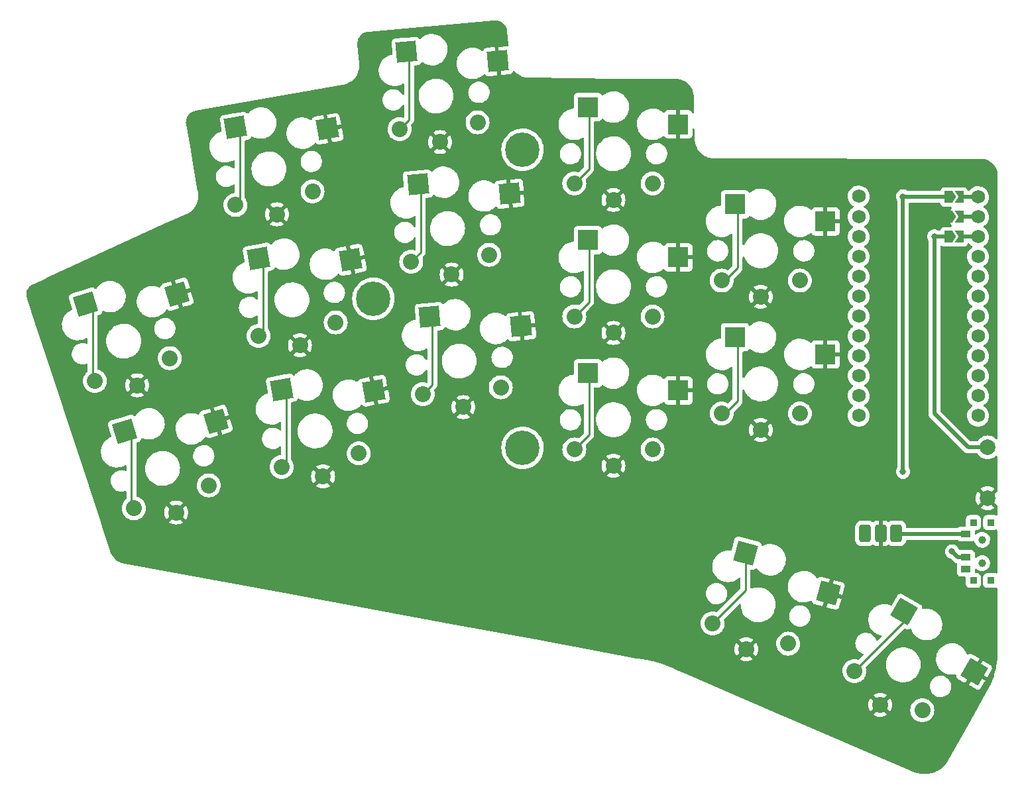
<source format=gbl>
%TF.GenerationSoftware,KiCad,Pcbnew,(6.0.4)*%
%TF.CreationDate,2022-05-15T06:42:21+02:00*%
%TF.ProjectId,battoota,62617474-6f6f-4746-912e-6b696361645f,v1.0.0*%
%TF.SameCoordinates,Original*%
%TF.FileFunction,Copper,L2,Bot*%
%TF.FilePolarity,Positive*%
%FSLAX46Y46*%
G04 Gerber Fmt 4.6, Leading zero omitted, Abs format (unit mm)*
G04 Created by KiCad (PCBNEW (6.0.4)) date 2022-05-15 06:42:21*
%MOMM*%
%LPD*%
G01*
G04 APERTURE LIST*
G04 Aperture macros list*
%AMRoundRect*
0 Rectangle with rounded corners*
0 $1 Rounding radius*
0 $2 $3 $4 $5 $6 $7 $8 $9 X,Y pos of 4 corners*
0 Add a 4 corners polygon primitive as box body*
4,1,4,$2,$3,$4,$5,$6,$7,$8,$9,$2,$3,0*
0 Add four circle primitives for the rounded corners*
1,1,$1+$1,$2,$3*
1,1,$1+$1,$4,$5*
1,1,$1+$1,$6,$7*
1,1,$1+$1,$8,$9*
0 Add four rect primitives between the rounded corners*
20,1,$1+$1,$2,$3,$4,$5,0*
20,1,$1+$1,$4,$5,$6,$7,0*
20,1,$1+$1,$6,$7,$8,$9,0*
20,1,$1+$1,$8,$9,$2,$3,0*%
%AMRotRect*
0 Rectangle, with rotation*
0 The origin of the aperture is its center*
0 $1 length*
0 $2 width*
0 $3 Rotation angle, in degrees counterclockwise*
0 Add horizontal line*
21,1,$1,$2,0,0,$3*%
%AMFreePoly0*
4,1,6,0.150000,0.000000,0.650000,-0.750000,-0.500000,-0.750000,-0.500000,0.750000,0.650000,0.750000,0.150000,0.000000,0.150000,0.000000,$1*%
%AMFreePoly1*
4,1,6,0.500000,-0.750000,-0.500000,-0.750000,-1.000000,0.000000,-0.500000,0.750000,0.500000,0.750000,0.500000,-0.750000,0.500000,-0.750000,$1*%
G04 Aperture macros list end*
%TA.AperFunction,ComponentPad*%
%ADD10RoundRect,0.375000X-0.375000X-0.750000X0.375000X-0.750000X0.375000X0.750000X-0.375000X0.750000X0*%
%TD*%
%TA.AperFunction,ComponentPad*%
%ADD11C,2.000000*%
%TD*%
%TA.AperFunction,SMDPad,CuDef*%
%ADD12RotRect,2.600000X2.600000X10.000000*%
%TD*%
%TA.AperFunction,ComponentPad*%
%ADD13C,2.032000*%
%TD*%
%TA.AperFunction,SMDPad,CuDef*%
%ADD14RotRect,2.600000X2.600000X5.000000*%
%TD*%
%TA.AperFunction,SMDPad,CuDef*%
%ADD15R,2.600000X2.600000*%
%TD*%
%TA.AperFunction,SMDPad,CuDef*%
%ADD16RotRect,2.600000X2.600000X330.000000*%
%TD*%
%TA.AperFunction,SMDPad,CuDef*%
%ADD17R,0.900000X0.900000*%
%TD*%
%TA.AperFunction,WasherPad*%
%ADD18C,1.000000*%
%TD*%
%TA.AperFunction,SMDPad,CuDef*%
%ADD19R,1.250000X0.900000*%
%TD*%
%TA.AperFunction,SMDPad,CuDef*%
%ADD20RotRect,2.600000X2.600000X17.000000*%
%TD*%
%TA.AperFunction,SMDPad,CuDef*%
%ADD21RotRect,2.600000X2.600000X345.000000*%
%TD*%
%TA.AperFunction,ComponentPad*%
%ADD22C,1.752600*%
%TD*%
%TA.AperFunction,SMDPad,CuDef*%
%ADD23FreePoly0,180.000000*%
%TD*%
%TA.AperFunction,SMDPad,CuDef*%
%ADD24R,1.524000X0.500000*%
%TD*%
%TA.AperFunction,SMDPad,CuDef*%
%ADD25FreePoly1,180.000000*%
%TD*%
%TA.AperFunction,ComponentPad*%
%ADD26C,4.400000*%
%TD*%
%TA.AperFunction,ViaPad*%
%ADD27C,0.800000*%
%TD*%
%TA.AperFunction,Conductor*%
%ADD28C,0.250000*%
%TD*%
%TA.AperFunction,Conductor*%
%ADD29C,0.500000*%
%TD*%
G04 APERTURE END LIST*
D10*
%TO.P,PAD1,1*%
%TO.N,Braw*%
X151545396Y58163682D03*
%TO.P,PAD1,2*%
%TO.N,GND*%
X149545396Y58163682D03*
%TO.P,PAD1,3*%
%TO.N,Braw*%
X147545396Y58163682D03*
%TD*%
D11*
%TO.P,B1,1*%
%TO.N,RST*%
X163203191Y69152519D03*
%TO.P,B1,2*%
%TO.N,GND*%
X163203191Y62652519D03*
%TD*%
D12*
%TO.P,S11,1*%
%TO.N,P3*%
X67128658Y110035975D03*
%TO.P,S11,2*%
%TO.N,GND*%
X78885213Y109875035D03*
%TD*%
D13*
%TO.P,S34,1*%
%TO.N,P9*%
X146198518Y40569316D03*
X154858772Y35569316D03*
%TO.P,S34,2*%
%TO.N,GND*%
X149478645Y36250663D03*
X149478645Y36250663D03*
%TD*%
D14*
%TO.P,S15,1*%
%TO.N,P18*%
X90440529Y102756090D03*
%TO.P,S15,2*%
%TO.N,GND*%
X102138320Y101571111D03*
%TD*%
D15*
%TO.P,S21,1*%
%TO.N,P16*%
X112136087Y95636017D03*
%TO.P,S21,2*%
%TO.N,GND*%
X123686087Y93436017D03*
%TD*%
D13*
%TO.P,S8,1*%
%TO.N,P5*%
X73026972Y66651093D03*
X82875050Y68387574D03*
%TO.P,S8,2*%
%TO.N,GND*%
X78315672Y65451237D03*
X78315672Y65451237D03*
%TD*%
%TO.P,S14,1*%
%TO.N,P2*%
X91053509Y75957538D03*
X101015456Y76829096D03*
%TO.P,S14,2*%
%TO.N,GND*%
X96217510Y74301308D03*
X96217510Y74301308D03*
%TD*%
%TO.P,S20,1*%
%TO.N,P14*%
X120411087Y68886017D03*
X110411087Y68886017D03*
%TO.P,S20,2*%
%TO.N,GND*%
X115411087Y66786017D03*
X115411087Y66786017D03*
%TD*%
%TO.P,S28,1*%
%TO.N,P19*%
X129218280Y73478852D03*
X139218280Y73478852D03*
%TO.P,S28,2*%
%TO.N,GND*%
X134218280Y71378852D03*
X134218280Y71378852D03*
%TD*%
D15*
%TO.P,S29,1*%
%TO.N,P20*%
X130943280Y100228852D03*
%TO.P,S29,2*%
%TO.N,GND*%
X142493280Y98028852D03*
%TD*%
D16*
%TO.P,S33,1*%
%TO.N,P9*%
X152567412Y48150564D03*
%TO.P,S33,2*%
%TO.N,GND*%
X161470005Y40470308D03*
%TD*%
D12*
%TO.P,S7,1*%
%TO.N,P5*%
X73032696Y76552511D03*
%TO.P,S7,2*%
%TO.N,GND*%
X84789251Y76391571D03*
%TD*%
D17*
%TO.P,T2,*%
%TO.N,*%
X163600140Y52144619D03*
X163600140Y59544619D03*
X161400140Y52144619D03*
X161400140Y59544619D03*
D18*
X162500140Y57344619D03*
X162500140Y54344619D03*
D19*
%TO.P,T2,1*%
%TO.N,Braw*%
X160425140Y58094619D03*
%TO.P,T2,2*%
%TO.N,RAW*%
X160425140Y55094619D03*
%TO.P,T2,3*%
%TO.N,N/C*%
X160425140Y53594619D03*
%TD*%
D20*
%TO.P,S5,1*%
%TO.N,P6*%
X47970749Y87462459D03*
%TO.P,S5,2*%
%TO.N,GND*%
X59659287Y88735482D03*
%TD*%
D15*
%TO.P,S27,1*%
%TO.N,P19*%
X130943280Y83228852D03*
%TO.P,S27,2*%
%TO.N,GND*%
X142493280Y81028852D03*
%TD*%
D12*
%TO.P,S9,1*%
%TO.N,P4*%
X70080677Y93294243D03*
%TO.P,S9,2*%
%TO.N,GND*%
X81837232Y93133303D03*
%TD*%
D13*
%TO.P,S16,1*%
%TO.N,P18*%
X99533808Y93764406D03*
X89571861Y92892848D03*
%TO.P,S16,2*%
%TO.N,GND*%
X94735862Y91236618D03*
X94735862Y91236618D03*
%TD*%
%TO.P,S30,1*%
%TO.N,P20*%
X139218280Y90478852D03*
X129218280Y90478852D03*
%TO.P,S30,2*%
%TO.N,GND*%
X134218280Y88378852D03*
X134218280Y88378852D03*
%TD*%
D14*
%TO.P,S13,1*%
%TO.N,P2*%
X91922177Y85820780D03*
%TO.P,S13,2*%
%TO.N,GND*%
X103619968Y84635801D03*
%TD*%
D13*
%TO.P,S24,1*%
%TO.N,P10*%
X110411087Y102886017D03*
X120411087Y102886017D03*
%TO.P,S24,2*%
%TO.N,GND*%
X115411087Y100786017D03*
X115411087Y100786017D03*
%TD*%
D14*
%TO.P,S17,1*%
%TO.N,P15*%
X88958882Y119691400D03*
%TO.P,S17,2*%
%TO.N,GND*%
X100656673Y118506421D03*
%TD*%
D13*
%TO.P,S4,1*%
%TO.N,P7*%
X54142067Y61376965D03*
X63705114Y64300682D03*
%TO.P,S4,2*%
%TO.N,GND*%
X59537571Y60830584D03*
X59537571Y60830584D03*
%TD*%
%TO.P,S10,1*%
%TO.N,P4*%
X70074953Y83392825D03*
X79923031Y85129306D03*
%TO.P,S10,2*%
%TO.N,GND*%
X75363653Y82192969D03*
X75363653Y82192969D03*
%TD*%
%TO.P,S22,1*%
%TO.N,P16*%
X110411087Y85886017D03*
X120411087Y85886017D03*
%TO.P,S22,2*%
%TO.N,GND*%
X115411087Y83786017D03*
X115411087Y83786017D03*
%TD*%
D21*
%TO.P,S31,1*%
%TO.N,P8*%
X132267612Y55633629D03*
%TO.P,S31,2*%
%TO.N,GND*%
X142854654Y50519232D03*
%TD*%
D22*
%TO.P,MCU1,*%
%TO.N,*%
X161977213Y98602542D03*
D23*
X159643690Y98602542D03*
D22*
X161977213Y96062542D03*
D24*
X160593690Y101142542D03*
D22*
X146737213Y96062542D03*
D24*
X160593690Y98602542D03*
X160593690Y96062542D03*
D23*
X159643690Y96062542D03*
X159643690Y101142542D03*
D22*
X146737213Y101226288D03*
X161977213Y101142542D03*
X146737213Y98602542D03*
D25*
%TO.P,MCU1,1*%
%TO.N,RAW*%
X158193690Y101142542D03*
%TO.P,MCU1,2*%
%TO.N,GND*%
X158193690Y98602542D03*
%TO.P,MCU1,3*%
%TO.N,RST*%
X158193690Y96062542D03*
D22*
%TO.P,MCU1,4*%
%TO.N,N/C*%
X146737213Y93522542D03*
%TO.P,MCU1,5*%
%TO.N,P21*%
X146737213Y90982542D03*
%TO.P,MCU1,6*%
%TO.N,P20*%
X146737213Y88442542D03*
%TO.P,MCU1,7*%
%TO.N,P19*%
X146737213Y85902542D03*
%TO.P,MCU1,8*%
%TO.N,P18*%
X146737213Y83362542D03*
%TO.P,MCU1,9*%
%TO.N,P15*%
X146737213Y80822542D03*
%TO.P,MCU1,10*%
%TO.N,P14*%
X146737213Y78282542D03*
%TO.P,MCU1,11*%
%TO.N,P16*%
X146737213Y75742542D03*
%TO.P,MCU1,12*%
%TO.N,P10*%
X146737213Y73202542D03*
%TO.P,MCU1,16*%
%TO.N,N/C*%
X161977213Y93522542D03*
%TO.P,MCU1,17*%
%TO.N,P2*%
X161977213Y90982542D03*
%TO.P,MCU1,18*%
%TO.N,P3*%
X161977213Y88442542D03*
%TO.P,MCU1,19*%
%TO.N,P4*%
X161977213Y85902542D03*
%TO.P,MCU1,20*%
%TO.N,P5*%
X161977213Y83362542D03*
%TO.P,MCU1,21*%
%TO.N,P6*%
X161977213Y80822542D03*
%TO.P,MCU1,22*%
%TO.N,P7*%
X161977213Y78282542D03*
%TO.P,MCU1,23*%
%TO.N,P8*%
X161977213Y75742542D03*
%TO.P,MCU1,24*%
%TO.N,P9*%
X161977213Y73202542D03*
%TD*%
D20*
%TO.P,S3,1*%
%TO.N,P7*%
X52941068Y71205278D03*
%TO.P,S3,2*%
%TO.N,GND*%
X64629606Y72478301D03*
%TD*%
D13*
%TO.P,S32,1*%
%TO.N,P8*%
X137737163Y44074125D03*
X128077904Y46662315D03*
%TO.P,S32,2*%
%TO.N,GND*%
X132364014Y43339776D03*
X132364014Y43339776D03*
%TD*%
D26*
%TO.P,REF\u002A\u002A,1*%
%TO.N,N/C*%
X84747220Y88141427D03*
X103797220Y69091427D03*
X103797220Y107191427D03*
%TD*%
D13*
%TO.P,S12,1*%
%TO.N,P3*%
X76971012Y101871038D03*
X67122934Y100134557D03*
%TO.P,S12,2*%
%TO.N,GND*%
X72411634Y98934701D03*
X72411634Y98934701D03*
%TD*%
D15*
%TO.P,S23,1*%
%TO.N,P10*%
X112136087Y112636017D03*
%TO.P,S23,2*%
%TO.N,GND*%
X123686087Y110436017D03*
%TD*%
D13*
%TO.P,S6,1*%
%TO.N,P6*%
X49171748Y77634146D03*
X58734795Y80557863D03*
%TO.P,S6,2*%
%TO.N,GND*%
X54567252Y77087765D03*
X54567252Y77087765D03*
%TD*%
D15*
%TO.P,S19,1*%
%TO.N,P14*%
X112136087Y78636017D03*
%TO.P,S19,2*%
%TO.N,GND*%
X123686087Y76436017D03*
%TD*%
D13*
%TO.P,S18,1*%
%TO.N,P15*%
X88090214Y109828158D03*
X98052161Y110699716D03*
%TO.P,S18,2*%
%TO.N,GND*%
X93254215Y108171928D03*
X93254215Y108171928D03*
%TD*%
D27*
%TO.N,GND*%
X154304587Y98650426D03*
%TO.N,RAW*%
X158661253Y55844619D03*
X152400000Y66040000D03*
X152400000Y101213143D03*
%TO.N,RST*%
X156389782Y96106346D03*
%TD*%
D28*
%TO.N,P6*%
X47655954Y88184596D02*
X48856953Y86983597D01*
X48856953Y86983597D02*
X48856953Y78356283D01*
D29*
%TO.N,GND*%
X154329345Y98675184D02*
X154329345Y64825511D01*
X149545396Y60041562D02*
X149545396Y58163682D01*
X154329345Y64825511D02*
X149545396Y60041562D01*
X154304587Y98650426D02*
X154329345Y98675184D01*
X154329345Y98675184D02*
X158139502Y98675184D01*
D28*
%TO.N,P5*%
X73590450Y67214571D02*
X73026972Y66651093D01*
X73032696Y76552511D02*
X73590450Y75994757D01*
X73590450Y75994757D02*
X73590450Y67214571D01*
%TO.N,P4*%
X70638431Y83956303D02*
X70074953Y83392825D01*
X70638431Y92736489D02*
X70638431Y83956303D01*
X70080677Y93294243D02*
X70638431Y92736489D01*
%TO.N,P3*%
X67686412Y100698035D02*
X67122934Y100134557D01*
X67128658Y110035975D02*
X67686412Y109478221D01*
X67686412Y109478221D02*
X67686412Y100698035D01*
%TO.N,P2*%
X92270004Y77174033D02*
X91053509Y75957538D01*
X91922177Y85820780D02*
X92270004Y85472953D01*
X92270004Y85472953D02*
X92270004Y77174033D01*
%TO.N,P18*%
X90788356Y94109343D02*
X89571861Y92892848D01*
X90440529Y102756090D02*
X90788356Y102408263D01*
X90788356Y102408263D02*
X90788356Y94109343D01*
%TO.N,P15*%
X89306709Y111044653D02*
X88090214Y109828158D01*
X89306709Y119343573D02*
X89306709Y111044653D01*
X88958882Y119691400D02*
X89306709Y119343573D01*
%TO.N,P14*%
X112285608Y79029475D02*
X112285608Y70760538D01*
X112285608Y70760538D02*
X110411087Y68886017D01*
%TO.N,P16*%
X112285608Y96029475D02*
X112285608Y87760538D01*
X112285608Y87760538D02*
X110411087Y85886017D01*
%TO.N,P10*%
X112285608Y104760538D02*
X110411087Y102886017D01*
X112285608Y113029475D02*
X112285608Y104760538D01*
%TO.N,P19*%
X131272946Y75102108D02*
X129078705Y72907867D01*
X131272946Y82188626D02*
X131272946Y75102108D01*
X130803705Y82657867D02*
X131272946Y82188626D01*
%TO.N,P20*%
X131272946Y99188626D02*
X131272946Y92102108D01*
X129649690Y90478852D02*
X129218280Y90478852D01*
X131272946Y92102108D02*
X129649690Y90478852D01*
X130803705Y99657867D02*
X131272946Y99188626D01*
%TO.N,P7*%
X52626273Y71927415D02*
X53827272Y70726416D01*
X53827272Y70726416D02*
X53827272Y62099102D01*
%TO.N,P8*%
X132267612Y55633629D02*
X132267612Y50852023D01*
X132267612Y50852023D02*
X128077904Y46662315D01*
%TO.N,P9*%
X152567412Y46938210D02*
X146198518Y40569316D01*
X152567412Y48150564D02*
X152567412Y46938210D01*
D29*
%TO.N,RAW*%
X152400000Y101213143D02*
X152426699Y101186444D01*
X152400000Y101213143D02*
X152400000Y66040000D01*
X152426699Y101186444D02*
X158168242Y101186444D01*
X158661253Y55844619D02*
X159406377Y55099495D01*
X159406377Y55099495D02*
X160167148Y55099495D01*
%TO.N,RST*%
X156389782Y96106346D02*
X156389782Y73500449D01*
X156389782Y96106346D02*
X156389880Y96106444D01*
X156389782Y73500449D02*
X160737712Y69152519D01*
X160737712Y69152519D02*
X163203191Y69152519D01*
X156389880Y96106444D02*
X158168242Y96106444D01*
%TO.N,Braw*%
X160425140Y58094619D02*
X160420264Y58099495D01*
X151609583Y58099495D02*
X151545396Y58163682D01*
X160420264Y58099495D02*
X151609583Y58099495D01*
%TD*%
%TA.AperFunction,Conductor*%
%TO.N,GND*%
G36*
X100428465Y123702296D02*
G01*
X100621694Y123677642D01*
X100639308Y123674102D01*
X100827059Y123622199D01*
X100843996Y123616186D01*
X101022434Y123538097D01*
X101038341Y123529737D01*
X101203862Y123427039D01*
X101218422Y123416496D01*
X101351322Y123304981D01*
X101367632Y123291295D01*
X101380545Y123278785D01*
X101510420Y123133619D01*
X101521421Y123119400D01*
X101629313Y122957229D01*
X101638178Y122941588D01*
X101721889Y122765716D01*
X101728438Y122748973D01*
X101786269Y122562972D01*
X101790368Y122545467D01*
X101815997Y122385265D01*
X101816830Y122367055D01*
X101817435Y122358997D01*
X101816832Y122350035D01*
X101824763Y122314105D01*
X101827059Y122299877D01*
X101890735Y121681712D01*
X102005955Y120563165D01*
X101993038Y120493353D01*
X101944429Y120441607D01*
X101877977Y120424282D01*
X101845466Y120424963D01*
X101838664Y120424738D01*
X100770177Y120331257D01*
X100755384Y120325470D01*
X100754304Y120323979D01*
X100753310Y120316184D01*
X100887569Y118781592D01*
X101065705Y116745487D01*
X101071492Y116730694D01*
X101072983Y116729614D01*
X101080778Y116728620D01*
X102153814Y116822499D01*
X102160555Y116823459D01*
X102210751Y116833396D01*
X102225634Y116838340D01*
X102341690Y116893821D01*
X102356473Y116903680D01*
X102451498Y116988790D01*
X102462916Y117002398D01*
X102530230Y117110755D01*
X102537374Y117127029D01*
X102565168Y117226909D01*
X102602700Y117287174D01*
X102666856Y117317580D01*
X102737266Y117308475D01*
X102781700Y117275734D01*
X102899168Y117140424D01*
X102901821Y117137993D01*
X102901823Y117137991D01*
X103107803Y116949250D01*
X103110454Y116946821D01*
X103113365Y116944709D01*
X103301182Y116808446D01*
X103342409Y116778535D01*
X103345542Y116776768D01*
X103345545Y116776766D01*
X103514304Y116681585D01*
X103592017Y116637754D01*
X103595323Y116636359D01*
X103595324Y116636358D01*
X103620528Y116625719D01*
X103856032Y116526310D01*
X103859475Y116525300D01*
X103859481Y116525298D01*
X103910911Y116510213D01*
X104131019Y116445652D01*
X104369962Y116404340D01*
X104409856Y116397442D01*
X104409858Y116397442D01*
X104413402Y116396829D01*
X104587559Y116386875D01*
X104664804Y116382460D01*
X104678509Y116380920D01*
X104686955Y116379499D01*
X104693257Y116379422D01*
X104694640Y116379405D01*
X104694644Y116379405D01*
X104699507Y116379346D01*
X104724373Y116382906D01*
X104743325Y116384173D01*
X115860234Y116287081D01*
X123562332Y116219813D01*
X123577487Y116218080D01*
X123585749Y116217444D01*
X123594519Y116215492D01*
X123611164Y116216583D01*
X123635564Y116215812D01*
X123873357Y116185056D01*
X123889178Y116181971D01*
X124018034Y116148148D01*
X124146887Y116114327D01*
X124162190Y116109243D01*
X124409133Y116009247D01*
X124423661Y116002251D01*
X124655826Y115871526D01*
X124669338Y115862733D01*
X124863428Y115717957D01*
X124882894Y115703437D01*
X124895174Y115692990D01*
X125086652Y115507710D01*
X125097486Y115495791D01*
X125231358Y115328120D01*
X125263727Y115287578D01*
X125272960Y115274361D01*
X125289107Y115247768D01*
X125411245Y115046623D01*
X125418715Y115032332D01*
X125526778Y114788808D01*
X125532362Y114773681D01*
X125559544Y114682452D01*
X125606097Y114526212D01*
X125608442Y114518340D01*
X125612047Y114502625D01*
X125637639Y114345547D01*
X125654889Y114239670D01*
X125656459Y114223622D01*
X125663986Y113998666D01*
X125664242Y113991002D01*
X125662464Y113967599D01*
X125662332Y113964522D01*
X125660679Y113955692D01*
X125665443Y113907941D01*
X125666040Y113897912D01*
X125679432Y113211625D01*
X125703447Y111980964D01*
X125703730Y111966447D01*
X125685061Y111897949D01*
X125632322Y111850418D01*
X125562259Y111838945D01*
X125497115Y111867173D01*
X125459772Y111919759D01*
X125439411Y111974071D01*
X125430873Y111989666D01*
X125354372Y112091741D01*
X125341811Y112104302D01*
X125239736Y112180803D01*
X125224141Y112189341D01*
X125103693Y112234495D01*
X125088438Y112238122D01*
X125037573Y112243648D01*
X125030759Y112244017D01*
X123958202Y112244017D01*
X123942963Y112239542D01*
X123941758Y112238152D01*
X123940087Y112230469D01*
X123940087Y108646133D01*
X123944562Y108630894D01*
X123945952Y108629689D01*
X123953635Y108628018D01*
X125030756Y108628018D01*
X125037577Y108628388D01*
X125088439Y108633912D01*
X125103691Y108637538D01*
X125224141Y108682693D01*
X125239736Y108691231D01*
X125341811Y108767732D01*
X125354372Y108780293D01*
X125430873Y108882368D01*
X125439411Y108897963D01*
X125484565Y109018411D01*
X125488192Y109033666D01*
X125493718Y109084531D01*
X125494087Y109091345D01*
X125494087Y109794567D01*
X125514089Y109862688D01*
X125567745Y109909181D01*
X125638019Y109919285D01*
X125702599Y109889791D01*
X125740983Y109830065D01*
X125746063Y109797027D01*
X125768733Y108635266D01*
X125768796Y108632025D01*
X125767594Y108612030D01*
X125765728Y108598750D01*
X125764463Y108589753D01*
X125764650Y108577201D01*
X125765470Y108572406D01*
X125765470Y108572404D01*
X125765521Y108572107D01*
X125766864Y108561623D01*
X125778349Y108427517D01*
X125789327Y108299332D01*
X125791382Y108275332D01*
X125792119Y108271738D01*
X125792119Y108271736D01*
X125828509Y108094207D01*
X125852225Y107978506D01*
X125853381Y107975005D01*
X125927914Y107749279D01*
X125947227Y107690787D01*
X126075095Y107416092D01*
X126077021Y107412968D01*
X126077025Y107412960D01*
X126147612Y107298449D01*
X126234088Y107158160D01*
X126409800Y106935983D01*
X126414380Y106930193D01*
X126422043Y106920503D01*
X126636399Y106706356D01*
X126874240Y106518634D01*
X126877365Y106516712D01*
X127129200Y106361816D01*
X127129204Y106361814D01*
X127132327Y106359893D01*
X127135660Y106358346D01*
X127135659Y106358346D01*
X127246927Y106306684D01*
X127407147Y106232293D01*
X127410642Y106231143D01*
X127410649Y106231140D01*
X127479998Y106208317D01*
X127694958Y106137572D01*
X127698565Y106136836D01*
X127698570Y106136835D01*
X127988243Y106077754D01*
X127988250Y106077753D01*
X127991844Y106077020D01*
X127995497Y106076711D01*
X127995502Y106076710D01*
X128179556Y106061128D01*
X128261561Y106054186D01*
X128275056Y106052303D01*
X128281196Y106051105D01*
X128286053Y106050919D01*
X128286054Y106050919D01*
X128287097Y106050879D01*
X128293740Y106050625D01*
X128298564Y106051188D01*
X128298567Y106051188D01*
X128314455Y106053042D01*
X128329344Y106054779D01*
X128344113Y106055628D01*
X162532048Y106008730D01*
X162545853Y106007228D01*
X162545861Y106007344D01*
X162554813Y106006690D01*
X162563582Y106004773D01*
X162572534Y106005394D01*
X162572539Y106005394D01*
X162579928Y106005907D01*
X162604536Y106005204D01*
X162826615Y105976980D01*
X162842850Y105973822D01*
X163084808Y105910033D01*
X163100489Y105904776D01*
X163332010Y105809843D01*
X163346859Y105802583D01*
X163404250Y105769685D01*
X163563954Y105678139D01*
X163577732Y105668990D01*
X163649900Y105613917D01*
X163776652Y105517188D01*
X163789110Y105506316D01*
X163966438Y105329759D01*
X163977367Y105317346D01*
X164077593Y105187195D01*
X164125950Y105124400D01*
X164130031Y105119100D01*
X164139241Y105105363D01*
X164156745Y105075132D01*
X164264633Y104888808D01*
X164271961Y104873986D01*
X164357751Y104667341D01*
X164367901Y104642892D01*
X164373227Y104627232D01*
X164438075Y104385543D01*
X164441303Y104369323D01*
X164473934Y104121240D01*
X164475010Y104104735D01*
X164474884Y103887818D01*
X164472463Y103866034D01*
X164472113Y103861580D01*
X164470148Y103852823D01*
X164470720Y103843866D01*
X164473529Y103799877D01*
X164473785Y103791784D01*
X164455318Y70341541D01*
X164455317Y70340157D01*
X164435277Y70272048D01*
X164381596Y70225584D01*
X164311316Y70215519D01*
X164247487Y70244416D01*
X164096373Y70373479D01*
X164096369Y70373482D01*
X164092607Y70376695D01*
X164088399Y70379274D01*
X164088393Y70379278D01*
X163894374Y70498173D01*
X163890154Y70500759D01*
X163885584Y70502652D01*
X163885580Y70502654D01*
X163675358Y70589730D01*
X163675356Y70589731D01*
X163670785Y70591624D01*
X163561554Y70617848D01*
X163444715Y70645899D01*
X163444709Y70645900D01*
X163439902Y70647054D01*
X163203191Y70665684D01*
X162966480Y70647054D01*
X162961673Y70645900D01*
X162961667Y70645899D01*
X162844828Y70617848D01*
X162735597Y70591624D01*
X162731026Y70589731D01*
X162731024Y70589730D01*
X162520802Y70502654D01*
X162520798Y70502652D01*
X162516228Y70500759D01*
X162512008Y70498173D01*
X162317989Y70379278D01*
X162317983Y70379274D01*
X162313775Y70376695D01*
X162133222Y70222488D01*
X162130014Y70218732D01*
X162048402Y70123177D01*
X161979015Y70041935D01*
X161941970Y69981483D01*
X161935658Y69971183D01*
X161883010Y69923552D01*
X161828226Y69911019D01*
X161104083Y69911019D01*
X161035962Y69931021D01*
X161014988Y69947924D01*
X157185187Y73777725D01*
X157151161Y73840037D01*
X157148282Y73866820D01*
X157148282Y94836398D01*
X157168284Y94904519D01*
X157221940Y94951012D01*
X157292214Y94961116D01*
X157356794Y94931622D01*
X157415947Y94880366D01*
X157424144Y94876622D01*
X157424145Y94876622D01*
X157438956Y94869858D01*
X157548956Y94819623D01*
X157693690Y94798813D01*
X158693690Y94798813D01*
X158695654Y94798937D01*
X158695658Y94798937D01*
X158751770Y94802476D01*
X158751774Y94802477D01*
X158758247Y94802885D01*
X158803922Y94815467D01*
X158855314Y94818709D01*
X158993690Y94798813D01*
X160143690Y94798813D01*
X160175676Y94801101D01*
X160210063Y94803560D01*
X160210064Y94803560D01*
X160216801Y94804042D01*
X160326995Y94836398D01*
X160348455Y94842699D01*
X160348457Y94842700D01*
X160357101Y94845238D01*
X160417943Y94884339D01*
X160472531Y94919420D01*
X160472534Y94919422D01*
X160480111Y94924292D01*
X160486012Y94931102D01*
X160569964Y95027987D01*
X160569966Y95027990D01*
X160575866Y95034799D01*
X160599583Y95086731D01*
X160612785Y95115640D01*
X160636609Y95167808D01*
X160637892Y95176731D01*
X160640429Y95185372D01*
X160642066Y95184891D01*
X160667178Y95239879D01*
X160726904Y95278263D01*
X160797901Y95278263D01*
X160857641Y95239864D01*
X161004999Y95069749D01*
X161102475Y94988823D01*
X161172001Y94931102D01*
X161180202Y94924293D01*
X161184653Y94921692D01*
X161184663Y94921685D01*
X161217479Y94902509D01*
X161266202Y94850870D01*
X161279272Y94781087D01*
X161252539Y94715315D01*
X161229566Y94692967D01*
X161054657Y94561642D01*
X161051085Y94557904D01*
X160903651Y94403623D01*
X160897333Y94397012D01*
X160894419Y94392740D01*
X160894418Y94392739D01*
X160876123Y94365919D01*
X160769010Y94208897D01*
X160673134Y94002350D01*
X160612280Y93782917D01*
X160588082Y93556492D01*
X160588379Y93551340D01*
X160588379Y93551336D01*
X160590977Y93506284D01*
X160601190Y93329155D01*
X160602325Y93324118D01*
X160602326Y93324112D01*
X160649425Y93115118D01*
X160651252Y93107011D01*
X160653196Y93102225D01*
X160653197Y93102220D01*
X160731342Y92909773D01*
X160736924Y92896027D01*
X160752440Y92870707D01*
X160832005Y92740870D01*
X160855905Y92701868D01*
X161004999Y92529749D01*
X161151834Y92407844D01*
X161161317Y92399972D01*
X161180202Y92384293D01*
X161184653Y92381692D01*
X161184663Y92381685D01*
X161217479Y92362509D01*
X161266202Y92310870D01*
X161279272Y92241087D01*
X161252539Y92175315D01*
X161229566Y92152967D01*
X161054657Y92021642D01*
X161041313Y92007678D01*
X160906924Y91867048D01*
X160897333Y91857012D01*
X160894419Y91852740D01*
X160894418Y91852739D01*
X160858557Y91800169D01*
X160769010Y91668897D01*
X160673134Y91462350D01*
X160612280Y91242917D01*
X160588082Y91016492D01*
X160588379Y91011340D01*
X160588379Y91011336D01*
X160591571Y90955978D01*
X160601190Y90789155D01*
X160602325Y90784118D01*
X160602326Y90784112D01*
X160645572Y90592216D01*
X160651252Y90567011D01*
X160653196Y90562225D01*
X160653197Y90562220D01*
X160730075Y90372894D01*
X160736924Y90356027D01*
X160855905Y90161868D01*
X161004999Y89989749D01*
X161091165Y89918213D01*
X161170576Y89852285D01*
X161180202Y89844293D01*
X161184653Y89841692D01*
X161184663Y89841685D01*
X161217479Y89822509D01*
X161266202Y89770870D01*
X161279272Y89701087D01*
X161252539Y89635315D01*
X161229566Y89612967D01*
X161054657Y89481642D01*
X161016622Y89441841D01*
X160920320Y89341066D01*
X160897333Y89317012D01*
X160894419Y89312740D01*
X160894418Y89312739D01*
X160862684Y89266219D01*
X160769010Y89128897D01*
X160673134Y88922350D01*
X160671752Y88917368D01*
X160671752Y88917367D01*
X160666788Y88899468D01*
X160612280Y88702917D01*
X160588082Y88476492D01*
X160588379Y88471340D01*
X160588379Y88471336D01*
X160592050Y88407670D01*
X160601190Y88249155D01*
X160602325Y88244118D01*
X160602326Y88244112D01*
X160647012Y88045824D01*
X160651252Y88027011D01*
X160653196Y88022225D01*
X160653197Y88022220D01*
X160712859Y87875291D01*
X160736924Y87816027D01*
X160801481Y87710680D01*
X160842949Y87643011D01*
X160855905Y87621868D01*
X161004999Y87449749D01*
X161180202Y87304293D01*
X161184653Y87301692D01*
X161184663Y87301685D01*
X161217479Y87282509D01*
X161266202Y87230870D01*
X161279272Y87161087D01*
X161252539Y87095315D01*
X161229566Y87072967D01*
X161054657Y86941642D01*
X161051085Y86937904D01*
X160951995Y86834212D01*
X160897333Y86777012D01*
X160894419Y86772740D01*
X160894418Y86772739D01*
X160860274Y86722685D01*
X160769010Y86588897D01*
X160673134Y86382350D01*
X160671752Y86377368D01*
X160671752Y86377367D01*
X160660169Y86335601D01*
X160612280Y86162917D01*
X160588082Y85936492D01*
X160588379Y85931340D01*
X160588379Y85931336D01*
X160591372Y85879430D01*
X160601190Y85709155D01*
X160602325Y85704118D01*
X160602326Y85704112D01*
X160649263Y85495837D01*
X160651252Y85487011D01*
X160653196Y85482225D01*
X160653197Y85482220D01*
X160720652Y85316099D01*
X160736924Y85276027D01*
X160855905Y85081868D01*
X161004999Y84909749D01*
X161180202Y84764293D01*
X161184653Y84761692D01*
X161184663Y84761685D01*
X161217479Y84742509D01*
X161266202Y84690870D01*
X161279272Y84621087D01*
X161252539Y84555315D01*
X161229566Y84532967D01*
X161054657Y84401642D01*
X161035881Y84381994D01*
X160924432Y84265369D01*
X160897333Y84237012D01*
X160894419Y84232740D01*
X160894418Y84232739D01*
X160837164Y84148808D01*
X160769010Y84048897D01*
X160673134Y83842350D01*
X160671752Y83837368D01*
X160671752Y83837367D01*
X160643737Y83736346D01*
X160612280Y83622917D01*
X160588082Y83396492D01*
X160588379Y83391340D01*
X160588379Y83391336D01*
X160590243Y83359013D01*
X160601190Y83169155D01*
X160602325Y83164118D01*
X160602326Y83164112D01*
X160650114Y82952060D01*
X160651252Y82947011D01*
X160653196Y82942225D01*
X160653197Y82942220D01*
X160734980Y82740814D01*
X160736924Y82736027D01*
X160855905Y82541868D01*
X161004999Y82369749D01*
X161091165Y82298213D01*
X161168385Y82234104D01*
X161180202Y82224293D01*
X161184653Y82221692D01*
X161184663Y82221685D01*
X161217479Y82202509D01*
X161266202Y82150870D01*
X161279272Y82081087D01*
X161252539Y82015315D01*
X161229566Y81992967D01*
X161054657Y81861642D01*
X161043833Y81850315D01*
X160901218Y81701077D01*
X160897333Y81697012D01*
X160894419Y81692740D01*
X160894418Y81692739D01*
X160863049Y81646753D01*
X160769010Y81508897D01*
X160673134Y81302350D01*
X160671752Y81297368D01*
X160671752Y81297367D01*
X160654721Y81235954D01*
X160612280Y81082917D01*
X160588082Y80856492D01*
X160588379Y80851340D01*
X160588379Y80851336D01*
X160590235Y80819151D01*
X160601190Y80629155D01*
X160602325Y80624118D01*
X160602326Y80624112D01*
X160647641Y80423033D01*
X160651252Y80407011D01*
X160653196Y80402225D01*
X160653197Y80402220D01*
X160726643Y80221346D01*
X160736924Y80196027D01*
X160855905Y80001868D01*
X161004999Y79829749D01*
X161180202Y79684293D01*
X161184653Y79681692D01*
X161184663Y79681685D01*
X161217479Y79662509D01*
X161266202Y79610870D01*
X161279272Y79541087D01*
X161252539Y79475315D01*
X161229566Y79452967D01*
X161054657Y79321642D01*
X161007847Y79272658D01*
X160926952Y79188006D01*
X160897333Y79157012D01*
X160894419Y79152740D01*
X160894418Y79152739D01*
X160853346Y79092530D01*
X160769010Y78968897D01*
X160673134Y78762350D01*
X160671752Y78757368D01*
X160671752Y78757367D01*
X160660131Y78715464D01*
X160612280Y78542917D01*
X160588082Y78316492D01*
X160588379Y78311340D01*
X160588379Y78311336D01*
X160590367Y78276863D01*
X160601190Y78089155D01*
X160602325Y78084118D01*
X160602326Y78084112D01*
X160649819Y77873368D01*
X160651252Y77867011D01*
X160653196Y77862225D01*
X160653197Y77862220D01*
X160734413Y77662210D01*
X160736924Y77656027D01*
X160855905Y77461868D01*
X161004999Y77289749D01*
X161089115Y77219915D01*
X161160999Y77160236D01*
X161180202Y77144293D01*
X161184653Y77141692D01*
X161184663Y77141685D01*
X161217479Y77122509D01*
X161266202Y77070870D01*
X161279272Y77001087D01*
X161252539Y76935315D01*
X161229566Y76912967D01*
X161054657Y76781642D01*
X161020427Y76745822D01*
X160921116Y76641899D01*
X160897333Y76617012D01*
X160894419Y76612740D01*
X160894418Y76612739D01*
X160870112Y76577108D01*
X160769010Y76428897D01*
X160673134Y76222350D01*
X160671752Y76217368D01*
X160671752Y76217367D01*
X160658096Y76168124D01*
X160612280Y76002917D01*
X160588082Y75776492D01*
X160588379Y75771340D01*
X160588379Y75771336D01*
X160590863Y75728258D01*
X160601190Y75549155D01*
X160602325Y75544118D01*
X160602326Y75544112D01*
X160649274Y75335786D01*
X160651252Y75327011D01*
X160653196Y75322225D01*
X160653197Y75322220D01*
X160732431Y75127091D01*
X160736924Y75116027D01*
X160824680Y74972822D01*
X160850109Y74931327D01*
X160855905Y74921868D01*
X161004999Y74749749D01*
X161121291Y74653202D01*
X161173874Y74609547D01*
X161180202Y74604293D01*
X161184653Y74601692D01*
X161184663Y74601685D01*
X161217479Y74582509D01*
X161266202Y74530870D01*
X161279272Y74461087D01*
X161252539Y74395315D01*
X161229566Y74372967D01*
X161054657Y74241642D01*
X161051085Y74237904D01*
X160917585Y74098204D01*
X160897333Y74077012D01*
X160894419Y74072740D01*
X160894418Y74072739D01*
X160847648Y74004176D01*
X160769010Y73888897D01*
X160673134Y73682350D01*
X160612280Y73462917D01*
X160588082Y73236492D01*
X160588379Y73231340D01*
X160588379Y73231336D01*
X160591943Y73169533D01*
X160601190Y73009155D01*
X160602325Y73004118D01*
X160602326Y73004112D01*
X160644194Y72818329D01*
X160651252Y72787011D01*
X160653196Y72782225D01*
X160653197Y72782220D01*
X160725769Y72603499D01*
X160736924Y72576027D01*
X160855905Y72381868D01*
X161004999Y72209749D01*
X161117545Y72116312D01*
X161162012Y72079395D01*
X161180202Y72064293D01*
X161184654Y72061691D01*
X161184659Y72061688D01*
X161353880Y71962803D01*
X161376810Y71949404D01*
X161589542Y71868170D01*
X161594608Y71867139D01*
X161594609Y71867139D01*
X161619559Y71862063D01*
X161812685Y71822771D01*
X161940501Y71818084D01*
X162035083Y71814615D01*
X162035088Y71814615D01*
X162040247Y71814426D01*
X162045367Y71815082D01*
X162045369Y71815082D01*
X162119807Y71824618D01*
X162266116Y71843361D01*
X162271065Y71844846D01*
X162271071Y71844847D01*
X162410676Y71886731D01*
X162484226Y71908797D01*
X162688720Y72008978D01*
X162692924Y72011976D01*
X162692928Y72011979D01*
X162799728Y72088159D01*
X162874106Y72141212D01*
X163035406Y72301950D01*
X163066170Y72344762D01*
X163165268Y72482673D01*
X163168286Y72486873D01*
X163180283Y72511146D01*
X163266886Y72686374D01*
X163266887Y72686376D01*
X163269180Y72691016D01*
X163323885Y72871070D01*
X163333875Y72903952D01*
X163333875Y72903953D01*
X163335377Y72908896D01*
X163338268Y72930852D01*
X163364663Y73131341D01*
X163364664Y73131348D01*
X163365100Y73134663D01*
X163365855Y73165545D01*
X163366677Y73199177D01*
X163366677Y73199182D01*
X163366759Y73202542D01*
X163358977Y73297200D01*
X163348524Y73424340D01*
X163348523Y73424346D01*
X163348100Y73429491D01*
X163311339Y73575843D01*
X163293885Y73645334D01*
X163293884Y73645338D01*
X163292626Y73650345D01*
X163288395Y73660076D01*
X163203885Y73854436D01*
X163203883Y73854439D01*
X163201825Y73859173D01*
X163108633Y74003226D01*
X163080944Y74046027D01*
X163080942Y74046030D01*
X163078136Y74050367D01*
X162924881Y74218792D01*
X162746176Y74359924D01*
X162739548Y74363583D01*
X162738864Y74364273D01*
X162737344Y74365283D01*
X162737552Y74365597D01*
X162689576Y74414009D01*
X162674798Y74483451D01*
X162699909Y74549858D01*
X162727267Y74576473D01*
X162869902Y74678213D01*
X162869904Y74678215D01*
X162874106Y74681212D01*
X163035406Y74841950D01*
X163044804Y74855028D01*
X163165268Y75022673D01*
X163168286Y75026873D01*
X163171644Y75033666D01*
X163266886Y75226374D01*
X163266887Y75226376D01*
X163269180Y75231016D01*
X163335377Y75448896D01*
X163341095Y75492330D01*
X163364663Y75671341D01*
X163364664Y75671348D01*
X163365100Y75674663D01*
X163366049Y75713503D01*
X163366677Y75739177D01*
X163366677Y75739182D01*
X163366759Y75742542D01*
X163354739Y75888746D01*
X163348524Y75964340D01*
X163348523Y75964346D01*
X163348100Y75969491D01*
X163312449Y76111425D01*
X163293885Y76185334D01*
X163293884Y76185338D01*
X163292626Y76190345D01*
X163283208Y76212006D01*
X163203885Y76394436D01*
X163203883Y76394439D01*
X163201825Y76399173D01*
X163100603Y76555638D01*
X163080944Y76586027D01*
X163080942Y76586030D01*
X163078136Y76590367D01*
X162924881Y76758792D01*
X162746176Y76899924D01*
X162739548Y76903583D01*
X162738864Y76904273D01*
X162737344Y76905283D01*
X162737552Y76905597D01*
X162689576Y76954009D01*
X162674798Y77023451D01*
X162699909Y77089858D01*
X162727267Y77116473D01*
X162869902Y77218213D01*
X162869904Y77218215D01*
X162874106Y77221212D01*
X163035406Y77381950D01*
X163063111Y77420505D01*
X163165268Y77562673D01*
X163168286Y77566873D01*
X163170731Y77571819D01*
X163266886Y77766374D01*
X163266887Y77766376D01*
X163269180Y77771016D01*
X163331649Y77976627D01*
X163333875Y77983952D01*
X163333875Y77983953D01*
X163335377Y77988896D01*
X163336052Y77994022D01*
X163364663Y78211341D01*
X163364664Y78211348D01*
X163365100Y78214663D01*
X163365777Y78242345D01*
X163366677Y78279177D01*
X163366677Y78279182D01*
X163366759Y78282542D01*
X163358408Y78384111D01*
X163348524Y78504340D01*
X163348523Y78504346D01*
X163348100Y78509491D01*
X163315814Y78638027D01*
X163293885Y78725334D01*
X163293884Y78725338D01*
X163292626Y78730345D01*
X163285271Y78747260D01*
X163203885Y78934436D01*
X163203883Y78934439D01*
X163201825Y78939173D01*
X163105693Y79087771D01*
X163080944Y79126027D01*
X163080942Y79126030D01*
X163078136Y79130367D01*
X162924881Y79298792D01*
X162746176Y79439924D01*
X162739548Y79443583D01*
X162738864Y79444273D01*
X162737344Y79445283D01*
X162737552Y79445597D01*
X162689576Y79494009D01*
X162674798Y79563451D01*
X162699909Y79629858D01*
X162727267Y79656473D01*
X162869902Y79758213D01*
X162869904Y79758215D01*
X162874106Y79761212D01*
X163035406Y79921950D01*
X163104788Y80018505D01*
X163165268Y80102673D01*
X163168286Y80106873D01*
X163172453Y80115303D01*
X163266886Y80306374D01*
X163266887Y80306376D01*
X163269180Y80311016D01*
X163328733Y80507027D01*
X163333875Y80523952D01*
X163333875Y80523953D01*
X163335377Y80528896D01*
X163337071Y80541765D01*
X163364663Y80751341D01*
X163364664Y80751348D01*
X163365100Y80754663D01*
X163365553Y80773181D01*
X163366677Y80819177D01*
X163366677Y80819182D01*
X163366759Y80822542D01*
X163358878Y80918395D01*
X163348524Y81044340D01*
X163348523Y81044346D01*
X163348100Y81049491D01*
X163305145Y81220505D01*
X163293885Y81265334D01*
X163293884Y81265338D01*
X163292626Y81270345D01*
X163287188Y81282852D01*
X163203885Y81474436D01*
X163203883Y81474439D01*
X163201825Y81479173D01*
X163097804Y81639965D01*
X163080944Y81666027D01*
X163080942Y81666030D01*
X163078136Y81670367D01*
X162924881Y81838792D01*
X162746176Y81979924D01*
X162739548Y81983583D01*
X162738864Y81984273D01*
X162737344Y81985283D01*
X162737552Y81985597D01*
X162689576Y82034009D01*
X162674798Y82103451D01*
X162699909Y82169858D01*
X162727267Y82196473D01*
X162869902Y82298213D01*
X162869904Y82298215D01*
X162874106Y82301212D01*
X163035406Y82461950D01*
X163046346Y82477174D01*
X163165268Y82642673D01*
X163168286Y82646873D01*
X163173653Y82657731D01*
X163266886Y82846374D01*
X163266887Y82846376D01*
X163269180Y82851016D01*
X163330653Y83053347D01*
X163333875Y83063952D01*
X163333875Y83063953D01*
X163335377Y83068896D01*
X163337863Y83087776D01*
X163364663Y83291341D01*
X163364664Y83291348D01*
X163365100Y83294663D01*
X163366759Y83362542D01*
X163352981Y83530128D01*
X163348524Y83584340D01*
X163348523Y83584346D01*
X163348100Y83589491D01*
X163299975Y83781087D01*
X163293885Y83805334D01*
X163293884Y83805338D01*
X163292626Y83810345D01*
X163284157Y83829822D01*
X163203885Y84014436D01*
X163203883Y84014439D01*
X163201825Y84019173D01*
X163116914Y84150425D01*
X163080944Y84206027D01*
X163080942Y84206030D01*
X163078136Y84210367D01*
X162924881Y84378792D01*
X162746176Y84519924D01*
X162739548Y84523583D01*
X162738864Y84524273D01*
X162737344Y84525283D01*
X162737552Y84525597D01*
X162689576Y84574009D01*
X162674798Y84643451D01*
X162699909Y84709858D01*
X162727267Y84736473D01*
X162869902Y84838213D01*
X162869904Y84838215D01*
X162874106Y84841212D01*
X163035406Y85001950D01*
X163051075Y85023755D01*
X163165268Y85182673D01*
X163168286Y85186873D01*
X163170706Y85191768D01*
X163266886Y85386374D01*
X163266887Y85386376D01*
X163269180Y85391016D01*
X163335377Y85608896D01*
X163337479Y85624860D01*
X163364663Y85831341D01*
X163364664Y85831348D01*
X163365100Y85834663D01*
X163365626Y85856169D01*
X163366677Y85899177D01*
X163366677Y85899182D01*
X163366759Y85902542D01*
X163357856Y86010832D01*
X163348524Y86124340D01*
X163348523Y86124346D01*
X163348100Y86129491D01*
X163317717Y86250452D01*
X163293885Y86345334D01*
X163293884Y86345338D01*
X163292626Y86350345D01*
X163289050Y86358570D01*
X163203885Y86554436D01*
X163203883Y86554439D01*
X163201825Y86559173D01*
X163100952Y86715099D01*
X163080944Y86746027D01*
X163080942Y86746030D01*
X163078136Y86750367D01*
X162924881Y86918792D01*
X162746176Y87059924D01*
X162739548Y87063583D01*
X162738864Y87064273D01*
X162737344Y87065283D01*
X162737552Y87065597D01*
X162689576Y87114009D01*
X162674798Y87183451D01*
X162699909Y87249858D01*
X162727267Y87276473D01*
X162869902Y87378213D01*
X162869904Y87378215D01*
X162874106Y87381212D01*
X163035406Y87541950D01*
X163046479Y87557359D01*
X163165268Y87722673D01*
X163168286Y87726873D01*
X163170952Y87732266D01*
X163266886Y87926374D01*
X163266887Y87926376D01*
X163269180Y87931016D01*
X163330200Y88131857D01*
X163333875Y88143952D01*
X163333875Y88143953D01*
X163335377Y88148896D01*
X163336722Y88159114D01*
X163364663Y88371341D01*
X163364664Y88371348D01*
X163365100Y88374663D01*
X163365516Y88391664D01*
X163366677Y88439177D01*
X163366677Y88439182D01*
X163366759Y88442542D01*
X163357241Y88558311D01*
X163348524Y88664340D01*
X163348523Y88664346D01*
X163348100Y88669491D01*
X163319841Y88781995D01*
X163293885Y88885334D01*
X163293884Y88885338D01*
X163292626Y88890345D01*
X163285249Y88907311D01*
X163203885Y89094436D01*
X163203883Y89094439D01*
X163201825Y89099173D01*
X163109625Y89241692D01*
X163080944Y89286027D01*
X163080942Y89286030D01*
X163078136Y89290367D01*
X162924881Y89458792D01*
X162746176Y89599924D01*
X162739548Y89603583D01*
X162738864Y89604273D01*
X162737344Y89605283D01*
X162737552Y89605597D01*
X162689576Y89654009D01*
X162674798Y89723451D01*
X162699909Y89789858D01*
X162727267Y89816473D01*
X162869902Y89918213D01*
X162869904Y89918215D01*
X162874106Y89921212D01*
X163035406Y90081950D01*
X163102947Y90175943D01*
X163165268Y90262673D01*
X163168286Y90266873D01*
X163178569Y90287678D01*
X163266886Y90466374D01*
X163266887Y90466376D01*
X163269180Y90471016D01*
X163335377Y90688896D01*
X163338680Y90713983D01*
X163364663Y90911341D01*
X163364664Y90911348D01*
X163365100Y90914663D01*
X163365684Y90938554D01*
X163366677Y90979177D01*
X163366677Y90979182D01*
X163366759Y90982542D01*
X163355495Y91119545D01*
X163348524Y91204340D01*
X163348523Y91204346D01*
X163348100Y91209491D01*
X163311280Y91356078D01*
X163293885Y91425334D01*
X163293884Y91425338D01*
X163292626Y91430345D01*
X163290567Y91435081D01*
X163203885Y91634436D01*
X163203883Y91634439D01*
X163201825Y91639173D01*
X163088363Y91814559D01*
X163080944Y91826027D01*
X163080942Y91826030D01*
X163078136Y91830367D01*
X162924881Y91998792D01*
X162746176Y92139924D01*
X162739548Y92143583D01*
X162738864Y92144273D01*
X162737344Y92145283D01*
X162737552Y92145597D01*
X162689576Y92194009D01*
X162674798Y92263451D01*
X162699909Y92329858D01*
X162727267Y92356473D01*
X162869902Y92458213D01*
X162869904Y92458215D01*
X162874106Y92461212D01*
X163035406Y92621950D01*
X163044692Y92634872D01*
X163165268Y92802673D01*
X163168286Y92806873D01*
X163184192Y92839055D01*
X163266886Y93006374D01*
X163266887Y93006376D01*
X163269180Y93011016D01*
X163321283Y93182506D01*
X163333875Y93223952D01*
X163333875Y93223953D01*
X163335377Y93228896D01*
X163336940Y93240765D01*
X163364663Y93451341D01*
X163364664Y93451348D01*
X163365100Y93454663D01*
X163365198Y93458680D01*
X163366677Y93519177D01*
X163366677Y93519182D01*
X163366759Y93522542D01*
X163354452Y93672230D01*
X163348524Y93744340D01*
X163348523Y93744346D01*
X163348100Y93749491D01*
X163303642Y93926487D01*
X163293885Y93965334D01*
X163293884Y93965338D01*
X163292626Y93970345D01*
X163285869Y93985885D01*
X163203885Y94174436D01*
X163203883Y94174439D01*
X163201825Y94179173D01*
X163099212Y94337789D01*
X163080944Y94366027D01*
X163080942Y94366030D01*
X163078136Y94370367D01*
X162924881Y94538792D01*
X162746176Y94679924D01*
X162739548Y94683583D01*
X162738864Y94684273D01*
X162737344Y94685283D01*
X162737552Y94685597D01*
X162689576Y94734009D01*
X162674798Y94803451D01*
X162699909Y94869858D01*
X162727267Y94896473D01*
X162869902Y94998213D01*
X162869904Y94998215D01*
X162874106Y95001212D01*
X163035406Y95161950D01*
X163039616Y95167808D01*
X163165268Y95342673D01*
X163168286Y95346873D01*
X163172872Y95356151D01*
X163266886Y95546374D01*
X163266887Y95546376D01*
X163269180Y95551016D01*
X163335377Y95768896D01*
X163346161Y95850805D01*
X163364663Y95991341D01*
X163364664Y95991348D01*
X163365100Y95994663D01*
X163365896Y96027228D01*
X163366677Y96059177D01*
X163366677Y96059182D01*
X163366759Y96062542D01*
X163355262Y96202382D01*
X163348524Y96284340D01*
X163348523Y96284346D01*
X163348100Y96289491D01*
X163301453Y96475203D01*
X163293885Y96505334D01*
X163293884Y96505338D01*
X163292626Y96510345D01*
X163283966Y96530262D01*
X163203885Y96714436D01*
X163203883Y96714439D01*
X163201825Y96719173D01*
X163109615Y96861708D01*
X163080944Y96906027D01*
X163080942Y96906030D01*
X163078136Y96910367D01*
X162924881Y97078792D01*
X162746176Y97219924D01*
X162739548Y97223583D01*
X162738864Y97224273D01*
X162737344Y97225283D01*
X162737552Y97225597D01*
X162689576Y97274009D01*
X162674798Y97343451D01*
X162699909Y97409858D01*
X162727267Y97436473D01*
X162869902Y97538213D01*
X162869904Y97538215D01*
X162874106Y97541212D01*
X163035406Y97701950D01*
X163039616Y97707808D01*
X163165268Y97882673D01*
X163168286Y97886873D01*
X163170620Y97891594D01*
X163266886Y98086374D01*
X163266887Y98086376D01*
X163269180Y98091016D01*
X163331139Y98294947D01*
X163333875Y98303952D01*
X163333875Y98303953D01*
X163335377Y98308896D01*
X163336052Y98314022D01*
X163364663Y98531341D01*
X163364664Y98531348D01*
X163365100Y98534663D01*
X163365182Y98538015D01*
X163366677Y98599177D01*
X163366677Y98599182D01*
X163366759Y98602542D01*
X163355849Y98735239D01*
X163348524Y98824340D01*
X163348523Y98824346D01*
X163348100Y98829491D01*
X163313044Y98969058D01*
X163293885Y99045334D01*
X163293884Y99045338D01*
X163292626Y99050345D01*
X163283368Y99071637D01*
X163203885Y99254436D01*
X163203883Y99254439D01*
X163201825Y99259173D01*
X163090533Y99431204D01*
X163080944Y99446027D01*
X163080942Y99446030D01*
X163078136Y99450367D01*
X162924881Y99618792D01*
X162746176Y99759924D01*
X162739548Y99763583D01*
X162738864Y99764273D01*
X162737344Y99765283D01*
X162737552Y99765597D01*
X162689576Y99814009D01*
X162674798Y99883451D01*
X162699909Y99949858D01*
X162727267Y99976473D01*
X162869902Y100078213D01*
X162869904Y100078215D01*
X162874106Y100081212D01*
X163035406Y100241950D01*
X163039616Y100247808D01*
X163165268Y100422673D01*
X163168286Y100426873D01*
X163196711Y100484385D01*
X163266886Y100626374D01*
X163266887Y100626376D01*
X163269180Y100631016D01*
X163320093Y100798589D01*
X163333875Y100843952D01*
X163333875Y100843953D01*
X163335377Y100848896D01*
X163345752Y100927698D01*
X163364663Y101071341D01*
X163364664Y101071348D01*
X163365100Y101074663D01*
X163365414Y101087526D01*
X163366677Y101139177D01*
X163366677Y101139182D01*
X163366759Y101142542D01*
X163357506Y101255082D01*
X163348524Y101364340D01*
X163348523Y101364346D01*
X163348100Y101369491D01*
X163305272Y101540000D01*
X163293885Y101585334D01*
X163293884Y101585338D01*
X163292626Y101590345D01*
X163290567Y101595081D01*
X163203885Y101794436D01*
X163203883Y101794439D01*
X163201825Y101799173D01*
X163111767Y101938382D01*
X163080944Y101986027D01*
X163080942Y101986030D01*
X163078136Y101990367D01*
X162924881Y102158792D01*
X162746176Y102299924D01*
X162546820Y102409975D01*
X162430811Y102451056D01*
X162337042Y102484262D01*
X162337038Y102484263D01*
X162332167Y102485988D01*
X162327074Y102486895D01*
X162327071Y102486896D01*
X162113070Y102525015D01*
X162113064Y102525016D01*
X162107981Y102525921D01*
X162020911Y102526985D01*
X161885452Y102528640D01*
X161885450Y102528640D01*
X161880283Y102528703D01*
X161655189Y102494259D01*
X161438742Y102423513D01*
X161391918Y102399138D01*
X161296617Y102349527D01*
X161236757Y102318366D01*
X161232624Y102315263D01*
X161232621Y102315261D01*
X161062519Y102187545D01*
X161054657Y102181642D01*
X161051085Y102177904D01*
X160901131Y102020986D01*
X160897333Y102017012D01*
X160874405Y101983400D01*
X160865409Y101970213D01*
X160810497Y101925211D01*
X160739972Y101917040D01*
X160676225Y101948295D01*
X160640425Y102005720D01*
X160639648Y102008368D01*
X160622083Y102068189D01*
X160613533Y102097307D01*
X160613532Y102097309D01*
X160610994Y102105953D01*
X160568479Y102172107D01*
X160536812Y102221383D01*
X160536810Y102221386D01*
X160531940Y102228963D01*
X160522259Y102237352D01*
X160428245Y102318816D01*
X160428242Y102318818D01*
X160421433Y102324718D01*
X160288424Y102385461D01*
X160279251Y102386780D01*
X160261487Y102389334D01*
X160143690Y102406271D01*
X158993690Y102406271D01*
X158991177Y102406070D01*
X158991176Y102406070D01*
X158919043Y102400302D01*
X158919040Y102400301D01*
X158912045Y102399742D01*
X158905347Y102397652D01*
X158905345Y102397652D01*
X158884709Y102391214D01*
X158829252Y102386780D01*
X158753635Y102397652D01*
X158693690Y102406271D01*
X157693690Y102406271D01*
X157684714Y102405629D01*
X157627317Y102401524D01*
X157627316Y102401524D01*
X157620579Y102401042D01*
X157550501Y102380465D01*
X157488925Y102362385D01*
X157488923Y102362384D01*
X157480279Y102359846D01*
X157462102Y102348164D01*
X157364849Y102285664D01*
X157364846Y102285662D01*
X157357269Y102280792D01*
X157351368Y102273982D01*
X157267416Y102177097D01*
X157267414Y102177094D01*
X157261514Y102170285D01*
X157257770Y102162088D01*
X157257770Y102162087D01*
X157254521Y102154973D01*
X157200771Y102037276D01*
X157200202Y102033318D01*
X157163187Y101975720D01*
X157098607Y101946227D01*
X157080674Y101944944D01*
X152979335Y101944944D01*
X152905274Y101969008D01*
X152862094Y102000380D01*
X152862093Y102000381D01*
X152856752Y102004261D01*
X152850724Y102006945D01*
X152850722Y102006946D01*
X152688319Y102079252D01*
X152688318Y102079252D01*
X152682288Y102081937D01*
X152572252Y102105326D01*
X152501944Y102120271D01*
X152501939Y102120271D01*
X152495487Y102121643D01*
X152304513Y102121643D01*
X152298061Y102120271D01*
X152298056Y102120271D01*
X152227748Y102105326D01*
X152117712Y102081937D01*
X152111682Y102079252D01*
X152111681Y102079252D01*
X151949278Y102006946D01*
X151949276Y102006945D01*
X151943248Y102004261D01*
X151937907Y102000381D01*
X151937906Y102000380D01*
X151909122Y101979467D01*
X151788747Y101892009D01*
X151784326Y101887099D01*
X151784325Y101887098D01*
X151667979Y101757882D01*
X151660960Y101750087D01*
X151565473Y101584699D01*
X151506458Y101403071D01*
X151505768Y101396510D01*
X151505768Y101396508D01*
X151499477Y101336648D01*
X151486496Y101213143D01*
X151487186Y101206578D01*
X151505533Y101032019D01*
X151506458Y101023215D01*
X151565473Y100841587D01*
X151568776Y100835865D01*
X151568777Y100835864D01*
X151624619Y100739144D01*
X151641500Y100676144D01*
X151641500Y66576999D01*
X151624619Y66514000D01*
X151565473Y66411556D01*
X151506458Y66229928D01*
X151505768Y66223367D01*
X151505768Y66223365D01*
X151498002Y66149478D01*
X151486496Y66040000D01*
X151487186Y66033435D01*
X151498268Y65928000D01*
X151506458Y65850072D01*
X151565473Y65668444D01*
X151660960Y65503056D01*
X151665378Y65498149D01*
X151665379Y65498148D01*
X151773537Y65378026D01*
X151788747Y65361134D01*
X151943248Y65248882D01*
X151949276Y65246198D01*
X151949278Y65246197D01*
X152063582Y65195306D01*
X152117712Y65171206D01*
X152206126Y65152413D01*
X152298056Y65132872D01*
X152298061Y65132872D01*
X152304513Y65131500D01*
X152495487Y65131500D01*
X152501939Y65132872D01*
X152501944Y65132872D01*
X152593874Y65152413D01*
X152682288Y65171206D01*
X152736418Y65195306D01*
X152850722Y65246197D01*
X152850724Y65246198D01*
X152856752Y65248882D01*
X153011253Y65361134D01*
X153026463Y65378026D01*
X153134621Y65498148D01*
X153134622Y65498149D01*
X153139040Y65503056D01*
X153234527Y65668444D01*
X153293542Y65850072D01*
X153301733Y65928000D01*
X153312814Y66033435D01*
X153313504Y66040000D01*
X153301998Y66149478D01*
X153294232Y66223365D01*
X153294232Y66223367D01*
X153293542Y66229928D01*
X153234527Y66411556D01*
X153175381Y66514000D01*
X153158500Y66576999D01*
X153158500Y100301944D01*
X153178502Y100370065D01*
X153232158Y100416558D01*
X153284500Y100427944D01*
X157061044Y100427944D01*
X157129165Y100407942D01*
X157175658Y100354286D01*
X157184781Y100325149D01*
X157185190Y100319431D01*
X157206221Y100247808D01*
X157219184Y100203660D01*
X157226386Y100179131D01*
X157242758Y100153656D01*
X157300568Y100063701D01*
X157300570Y100063698D01*
X157305440Y100056121D01*
X157312250Y100050220D01*
X157409135Y99966268D01*
X157409138Y99966266D01*
X157415947Y99960366D01*
X157548956Y99899623D01*
X157693690Y99878813D01*
X158501288Y99878813D01*
X158569409Y99858811D01*
X158615902Y99805155D01*
X158626006Y99734881D01*
X158597886Y99671913D01*
X158556908Y99622984D01*
X158553304Y99614729D01*
X158553302Y99614725D01*
X158502014Y99497234D01*
X158498408Y99488973D01*
X158497275Y99480032D01*
X158497275Y99480030D01*
X158483670Y99372616D01*
X158480034Y99343910D01*
X158503272Y99199546D01*
X158513461Y99178193D01*
X158559193Y99082350D01*
X158566242Y99067576D01*
X158829670Y98672434D01*
X158850814Y98604659D01*
X158829670Y98532650D01*
X158606121Y98197326D01*
X158566242Y98137508D01*
X158565017Y98135308D01*
X158565016Y98135307D01*
X158551795Y98111570D01*
X158526386Y98065953D01*
X158524407Y98059213D01*
X158504986Y97993070D01*
X158485190Y97925653D01*
X158485190Y97779431D01*
X158487728Y97770788D01*
X158487728Y97770787D01*
X158520907Y97657792D01*
X158526386Y97639131D01*
X158531256Y97631553D01*
X158531257Y97631551D01*
X158602695Y97520392D01*
X158622697Y97452271D01*
X158602695Y97384150D01*
X158549039Y97337657D01*
X158496697Y97326271D01*
X157693690Y97326271D01*
X157661704Y97323983D01*
X157627317Y97321524D01*
X157627316Y97321524D01*
X157620579Y97321042D01*
X157564784Y97304659D01*
X157488925Y97282385D01*
X157488923Y97282384D01*
X157480279Y97279846D01*
X157455336Y97263816D01*
X157364849Y97205664D01*
X157364846Y97205662D01*
X157357269Y97200792D01*
X157351368Y97193982D01*
X157267416Y97097097D01*
X157267414Y97097094D01*
X157261514Y97090285D01*
X157200771Y96957276D01*
X157200202Y96953318D01*
X157163187Y96895720D01*
X157098607Y96866227D01*
X157080674Y96864944D01*
X156932234Y96864944D01*
X156858174Y96889007D01*
X156851875Y96893584D01*
X156851872Y96893586D01*
X156846534Y96897464D01*
X156840506Y96900148D01*
X156840504Y96900149D01*
X156678101Y96972455D01*
X156678100Y96972455D01*
X156672070Y96975140D01*
X156578669Y96994993D01*
X156491726Y97013474D01*
X156491721Y97013474D01*
X156485269Y97014846D01*
X156294295Y97014846D01*
X156287843Y97013474D01*
X156287838Y97013474D01*
X156200894Y96994993D01*
X156107494Y96975140D01*
X156101464Y96972455D01*
X156101463Y96972455D01*
X155939060Y96900149D01*
X155939058Y96900148D01*
X155933030Y96897464D01*
X155927689Y96893584D01*
X155927688Y96893583D01*
X155907431Y96878865D01*
X155778529Y96785212D01*
X155774108Y96780302D01*
X155774107Y96780301D01*
X155696174Y96693747D01*
X155650742Y96643290D01*
X155608741Y96570542D01*
X155559421Y96485117D01*
X155555255Y96477902D01*
X155496240Y96296274D01*
X155495550Y96289713D01*
X155495550Y96289711D01*
X155488929Y96226717D01*
X155476278Y96106346D01*
X155476968Y96099781D01*
X155494322Y95934671D01*
X155496240Y95916418D01*
X155555255Y95734790D01*
X155558558Y95729068D01*
X155558559Y95729067D01*
X155571864Y95706022D01*
X155611122Y95638027D01*
X155614401Y95632347D01*
X155631282Y95569347D01*
X155631282Y73567519D01*
X155629849Y73548569D01*
X155626583Y73527100D01*
X155627176Y73519808D01*
X155627176Y73519805D01*
X155630867Y73474431D01*
X155631282Y73464216D01*
X155631282Y73456156D01*
X155631707Y73452512D01*
X155634571Y73427942D01*
X155635004Y73423567D01*
X155636905Y73400201D01*
X155640922Y73350812D01*
X155643178Y73343848D01*
X155644369Y73337889D01*
X155645753Y73332034D01*
X155646600Y73324768D01*
X155671517Y73256122D01*
X155672934Y73251994D01*
X155690045Y73199177D01*
X155695431Y73182550D01*
X155699227Y73176295D01*
X155701733Y73170821D01*
X155704452Y73165391D01*
X155706949Y73158512D01*
X155710962Y73152392D01*
X155710962Y73152391D01*
X155746968Y73097473D01*
X155749305Y73093769D01*
X155787187Y73031342D01*
X155790903Y73027134D01*
X155790904Y73027133D01*
X155794585Y73022965D01*
X155794558Y73022941D01*
X155797211Y73019949D01*
X155799914Y73016716D01*
X155803926Y73010597D01*
X155809238Y73005565D01*
X155860165Y72957321D01*
X155862607Y72954943D01*
X160153942Y68663608D01*
X160166328Y68649196D01*
X160174861Y68637601D01*
X160174866Y68637596D01*
X160179204Y68631701D01*
X160184782Y68626962D01*
X160184785Y68626959D01*
X160219480Y68597484D01*
X160226996Y68590554D01*
X160232692Y68584858D01*
X160235553Y68582595D01*
X160235558Y68582590D01*
X160254968Y68567234D01*
X160258370Y68564445D01*
X160302834Y68526670D01*
X160313997Y68517186D01*
X160320514Y68513858D01*
X160325562Y68510492D01*
X160330684Y68507329D01*
X160336428Y68502784D01*
X160402607Y68471855D01*
X160406491Y68469956D01*
X160471520Y68436750D01*
X160478635Y68435009D01*
X160484290Y68432906D01*
X160490029Y68430997D01*
X160496662Y68427897D01*
X160568147Y68413028D01*
X160572413Y68412062D01*
X160643322Y68394711D01*
X160648924Y68394363D01*
X160648927Y68394363D01*
X160654476Y68394019D01*
X160654474Y68393984D01*
X160658446Y68393744D01*
X160662667Y68393367D01*
X160669827Y68391878D01*
X160747254Y68393973D01*
X160750662Y68394019D01*
X161828226Y68394019D01*
X161896347Y68374017D01*
X161935657Y68333856D01*
X161979015Y68263103D01*
X162133222Y68082550D01*
X162313775Y67928343D01*
X162317983Y67925764D01*
X162317989Y67925760D01*
X162431385Y67856271D01*
X162516228Y67804279D01*
X162520798Y67802386D01*
X162520802Y67802384D01*
X162698816Y67728649D01*
X162735597Y67713414D01*
X162800230Y67697897D01*
X162961667Y67659139D01*
X162961673Y67659138D01*
X162966480Y67657984D01*
X163203191Y67639354D01*
X163439902Y67657984D01*
X163444709Y67659138D01*
X163444715Y67659139D01*
X163606152Y67697897D01*
X163670785Y67713414D01*
X163707566Y67728649D01*
X163885580Y67802384D01*
X163885584Y67802386D01*
X163890154Y67804279D01*
X163974997Y67856271D01*
X164088393Y67925760D01*
X164088399Y67925764D01*
X164092607Y67928343D01*
X164246173Y68059501D01*
X164310963Y68088532D01*
X164381163Y68077927D01*
X164434486Y68031052D01*
X164454004Y67963620D01*
X164451592Y63593830D01*
X164431552Y63525721D01*
X164414687Y63504805D01*
X163575213Y62665331D01*
X163567599Y62651387D01*
X163567730Y62649554D01*
X163571981Y62642939D01*
X164413648Y61801272D01*
X164447674Y61738960D01*
X164450553Y61712108D01*
X164450330Y61307555D01*
X164449938Y60596375D01*
X164449923Y60569577D01*
X164429883Y60501467D01*
X164376202Y60455004D01*
X164305923Y60444938D01*
X164279693Y60451664D01*
X164240982Y60466176D01*
X164160456Y60496364D01*
X164098274Y60503119D01*
X163102006Y60503119D01*
X163039824Y60496364D01*
X162903435Y60445234D01*
X162786879Y60357880D01*
X162699525Y60241324D01*
X162648395Y60104935D01*
X162641640Y60042753D01*
X162641640Y59046485D01*
X162648395Y58984303D01*
X162699525Y58847914D01*
X162786879Y58731358D01*
X162903435Y58644004D01*
X163039824Y58592874D01*
X163102006Y58586119D01*
X164098274Y58586119D01*
X164160456Y58592874D01*
X164167852Y58595646D01*
X164167858Y58595648D01*
X164278562Y58637149D01*
X164349369Y58642332D01*
X164411738Y58608411D01*
X164445867Y58546155D01*
X164448791Y58519100D01*
X164447631Y56419001D01*
X164445838Y53171107D01*
X164425798Y53102998D01*
X164372117Y53056534D01*
X164301837Y53046469D01*
X164275611Y53053194D01*
X164160456Y53096364D01*
X164098274Y53103119D01*
X163102006Y53103119D01*
X163039824Y53096364D01*
X162903435Y53045234D01*
X162786879Y52957880D01*
X162699525Y52841324D01*
X162648395Y52704935D01*
X162641640Y52642753D01*
X162641640Y51646485D01*
X162648395Y51584303D01*
X162699525Y51447914D01*
X162786879Y51331358D01*
X162903435Y51244004D01*
X163039824Y51192874D01*
X163102006Y51186119D01*
X164098274Y51186119D01*
X164160456Y51192874D01*
X164274475Y51235618D01*
X164345283Y51240801D01*
X164407651Y51206880D01*
X164441781Y51144625D01*
X164444705Y51117568D01*
X164439820Y42270107D01*
X164439798Y42230295D01*
X164437316Y42205481D01*
X164437127Y42204543D01*
X164437127Y42204539D01*
X164435354Y42195739D01*
X164436673Y42180385D01*
X164437339Y42172639D01*
X164437436Y42152251D01*
X164402961Y41701062D01*
X164399956Y41661740D01*
X164399087Y41653741D01*
X164332422Y41181168D01*
X164325750Y41133875D01*
X164324374Y41125958D01*
X164271049Y40868232D01*
X164217994Y40611813D01*
X164216112Y40603988D01*
X164077133Y40097711D01*
X164074756Y40090023D01*
X164007521Y39894873D01*
X163947586Y39720911D01*
X163903741Y39593652D01*
X163900881Y39586138D01*
X163698508Y39101654D01*
X163695184Y39094361D01*
X163603093Y38908283D01*
X163480318Y38660205D01*
X163468010Y38640253D01*
X163458913Y38628185D01*
X163455739Y38619790D01*
X163450203Y38605147D01*
X163442067Y38587763D01*
X161039551Y34332156D01*
X157825207Y28638550D01*
X157806785Y28613659D01*
X157601388Y28397701D01*
X157592304Y28389056D01*
X157328954Y28162291D01*
X157319055Y28154590D01*
X157034466Y27955128D01*
X157023856Y27948453D01*
X156720845Y27778266D01*
X156709637Y27772685D01*
X156391197Y27633457D01*
X156379479Y27629016D01*
X156048801Y27522139D01*
X156036701Y27518883D01*
X155936495Y27497207D01*
X155697018Y27445405D01*
X155684645Y27443367D01*
X155339358Y27404020D01*
X155326842Y27403222D01*
X155142034Y27400654D01*
X154979348Y27398394D01*
X154966825Y27398844D01*
X154620567Y27428583D01*
X154608142Y27430277D01*
X154266571Y27494287D01*
X154254375Y27497207D01*
X154101315Y27542020D01*
X153955985Y27584570D01*
X153932193Y27594265D01*
X153922451Y27599450D01*
X153913635Y27601279D01*
X153889509Y27608880D01*
X136963835Y34879639D01*
X136668847Y35006357D01*
X148599169Y35006357D01*
X148604896Y34998707D01*
X148780404Y34891156D01*
X148789198Y34886675D01*
X149001674Y34798665D01*
X149011059Y34795616D01*
X149234689Y34741926D01*
X149244436Y34740383D01*
X149473715Y34722338D01*
X149483575Y34722338D01*
X149712854Y34740383D01*
X149722601Y34741926D01*
X149946231Y34795616D01*
X149955616Y34798665D01*
X150168092Y34886675D01*
X150176886Y34891156D01*
X150348728Y34996460D01*
X150358188Y35006916D01*
X150354404Y35015694D01*
X149491457Y35878641D01*
X149477513Y35886255D01*
X149475680Y35886124D01*
X149469065Y35881873D01*
X148605929Y35018737D01*
X148599169Y35006357D01*
X136668847Y35006357D01*
X133783691Y36245733D01*
X147950320Y36245733D01*
X147968365Y36016454D01*
X147969908Y36006707D01*
X148023598Y35783077D01*
X148026647Y35773692D01*
X148114657Y35561216D01*
X148119138Y35552422D01*
X148224442Y35380580D01*
X148234898Y35371120D01*
X148243676Y35374904D01*
X149106623Y36237851D01*
X149113001Y36249531D01*
X149843053Y36249531D01*
X149843184Y36247698D01*
X149847435Y36241083D01*
X150710571Y35377947D01*
X150722951Y35371187D01*
X150730601Y35376914D01*
X150838152Y35552422D01*
X150842633Y35561216D01*
X150845988Y35569316D01*
X153329558Y35569316D01*
X153348385Y35330094D01*
X153349539Y35325287D01*
X153349540Y35325281D01*
X153384815Y35178353D01*
X153404403Y35096763D01*
X153406296Y35092192D01*
X153406297Y35092190D01*
X153445950Y34996460D01*
X153496232Y34875067D01*
X153621612Y34670467D01*
X153777454Y34487998D01*
X153959923Y34332156D01*
X154164523Y34206776D01*
X154169093Y34204883D01*
X154169095Y34204882D01*
X154381646Y34116841D01*
X154386219Y34114947D01*
X154467809Y34095359D01*
X154614737Y34060084D01*
X154614743Y34060083D01*
X154619550Y34058929D01*
X154858772Y34040102D01*
X155097994Y34058929D01*
X155102801Y34060083D01*
X155102807Y34060084D01*
X155249735Y34095359D01*
X155331325Y34114947D01*
X155335898Y34116841D01*
X155548449Y34204882D01*
X155548451Y34204883D01*
X155553021Y34206776D01*
X155757621Y34332156D01*
X155940090Y34487998D01*
X156095932Y34670467D01*
X156221312Y34875067D01*
X156271595Y34996460D01*
X156311247Y35092190D01*
X156311248Y35092192D01*
X156313141Y35096763D01*
X156332729Y35178353D01*
X156368004Y35325281D01*
X156368005Y35325287D01*
X156369159Y35330094D01*
X156387986Y35569316D01*
X156369159Y35808538D01*
X156368005Y35813345D01*
X156368004Y35813351D01*
X156321583Y36006707D01*
X156313141Y36041869D01*
X156231963Y36237851D01*
X156223206Y36258993D01*
X156223205Y36258995D01*
X156221312Y36263565D01*
X156095932Y36468165D01*
X155940090Y36650634D01*
X155757621Y36806476D01*
X155553021Y36931856D01*
X155548451Y36933749D01*
X155548449Y36933750D01*
X155335898Y37021791D01*
X155335896Y37021792D01*
X155331325Y37023685D01*
X155249735Y37043273D01*
X155102807Y37078548D01*
X155102801Y37078549D01*
X155097994Y37079703D01*
X154858772Y37098530D01*
X154619550Y37079703D01*
X154614743Y37078549D01*
X154614737Y37078548D01*
X154467809Y37043273D01*
X154386219Y37023685D01*
X154381648Y37021792D01*
X154381646Y37021791D01*
X154169095Y36933750D01*
X154169093Y36933749D01*
X154164523Y36931856D01*
X153959923Y36806476D01*
X153777454Y36650634D01*
X153621612Y36468165D01*
X153496232Y36263565D01*
X153494339Y36258995D01*
X153494338Y36258993D01*
X153485581Y36237851D01*
X153404403Y36041869D01*
X153395961Y36006707D01*
X153349540Y35813351D01*
X153349539Y35813345D01*
X153348385Y35808538D01*
X153329558Y35569316D01*
X150845988Y35569316D01*
X150930643Y35773692D01*
X150933692Y35783077D01*
X150987382Y36006707D01*
X150988925Y36016454D01*
X151006970Y36245733D01*
X151006970Y36255593D01*
X150988925Y36484872D01*
X150987382Y36494619D01*
X150933692Y36718249D01*
X150930643Y36727634D01*
X150842633Y36940110D01*
X150838152Y36948904D01*
X150732848Y37120746D01*
X150722392Y37130206D01*
X150713614Y37126422D01*
X149850667Y36263475D01*
X149843053Y36249531D01*
X149113001Y36249531D01*
X149114237Y36251795D01*
X149114106Y36253628D01*
X149109855Y36260243D01*
X148246719Y37123379D01*
X148234339Y37130139D01*
X148226689Y37124412D01*
X148119138Y36948904D01*
X148114657Y36940110D01*
X148026647Y36727634D01*
X148023598Y36718249D01*
X147969908Y36494619D01*
X147968365Y36484872D01*
X147950320Y36255593D01*
X147950320Y36245733D01*
X133783691Y36245733D01*
X130876883Y37494410D01*
X148599102Y37494410D01*
X148602886Y37485632D01*
X149465833Y36622685D01*
X149479777Y36615071D01*
X149481610Y36615202D01*
X149488225Y36619453D01*
X150351361Y37482589D01*
X150358121Y37494969D01*
X150352394Y37502619D01*
X150176886Y37610170D01*
X150168092Y37614651D01*
X149955616Y37702661D01*
X149946231Y37705710D01*
X149722601Y37759400D01*
X149712854Y37760943D01*
X149483575Y37778988D01*
X149473715Y37778988D01*
X149244436Y37760943D01*
X149234689Y37759400D01*
X149011059Y37705710D01*
X149001674Y37702661D01*
X148789198Y37614651D01*
X148780404Y37610170D01*
X148608562Y37504866D01*
X148599102Y37494410D01*
X130876883Y37494410D01*
X128129784Y38674481D01*
X155828985Y38674481D01*
X155837639Y38443945D01*
X155885013Y38218163D01*
X155886971Y38213204D01*
X155886972Y38213202D01*
X155898956Y38182858D01*
X155969752Y38003591D01*
X156089432Y37806364D01*
X156092929Y37802334D01*
X156179553Y37702509D01*
X156240632Y37632121D01*
X156244763Y37628734D01*
X156414900Y37489229D01*
X156414906Y37489225D01*
X156419028Y37485845D01*
X156619520Y37371719D01*
X156624536Y37369898D01*
X156624541Y37369896D01*
X156831360Y37294824D01*
X156831364Y37294823D01*
X156836375Y37293004D01*
X156841624Y37292055D01*
X156841627Y37292054D01*
X157059308Y37252691D01*
X157059315Y37252690D01*
X157063392Y37251953D01*
X157081129Y37251117D01*
X157086077Y37250883D01*
X157086084Y37250883D01*
X157087565Y37250813D01*
X157249710Y37250813D01*
X157316666Y37256494D01*
X157416347Y37264952D01*
X157416351Y37264953D01*
X157421658Y37265403D01*
X157426813Y37266741D01*
X157426819Y37266742D01*
X157639788Y37322018D01*
X157639792Y37322019D01*
X157644957Y37323360D01*
X157649823Y37325552D01*
X157649826Y37325553D01*
X157850434Y37415920D01*
X157855300Y37418112D01*
X157859720Y37421088D01*
X157859724Y37421090D01*
X157984159Y37504866D01*
X158046670Y37546951D01*
X158213597Y37706191D01*
X158351306Y37891279D01*
X158406090Y37999030D01*
X158453443Y38092167D01*
X158453443Y38092168D01*
X158455862Y38096925D01*
X158495128Y38223382D01*
X158522690Y38312143D01*
X158522691Y38312149D01*
X158524274Y38317246D01*
X158554585Y38545945D01*
X158545931Y38776481D01*
X158545657Y38777789D01*
X160791289Y38777789D01*
X160791892Y38776049D01*
X160797708Y38770762D01*
X161730527Y38232198D01*
X161736610Y38229112D01*
X161783422Y38208465D01*
X161798450Y38203977D01*
X161925336Y38182858D01*
X161943108Y38182455D01*
X162069761Y38197669D01*
X162086923Y38202268D01*
X162204209Y38252416D01*
X162219402Y38261654D01*
X162318726Y38343383D01*
X162329500Y38354787D01*
X162359713Y38396068D01*
X162363444Y38401792D01*
X162899720Y39330649D01*
X162903465Y39346084D01*
X162902862Y39347824D01*
X162897046Y39353111D01*
X161578664Y40114280D01*
X161563229Y40118025D01*
X161561489Y40117422D01*
X161556202Y40111606D01*
X160795034Y38793224D01*
X160791289Y38777789D01*
X158545657Y38777789D01*
X158498557Y39002263D01*
X158476179Y39058929D01*
X158450678Y39123501D01*
X158413818Y39216835D01*
X158306902Y39393028D01*
X158296907Y39409499D01*
X158296906Y39409500D01*
X158294138Y39414062D01*
X158262596Y39450411D01*
X158146438Y39584272D01*
X158146436Y39584274D01*
X158142938Y39588305D01*
X158047330Y39666699D01*
X157968670Y39731197D01*
X157968664Y39731201D01*
X157964542Y39734581D01*
X157764050Y39848707D01*
X157759034Y39850528D01*
X157759029Y39850530D01*
X157552210Y39925602D01*
X157552206Y39925603D01*
X157547195Y39927422D01*
X157541946Y39928371D01*
X157541943Y39928372D01*
X157324262Y39967735D01*
X157324255Y39967736D01*
X157320178Y39968473D01*
X157302441Y39969309D01*
X157297493Y39969543D01*
X157297486Y39969543D01*
X157296005Y39969613D01*
X157133860Y39969613D01*
X157066904Y39963932D01*
X156967223Y39955474D01*
X156967219Y39955473D01*
X156961912Y39955023D01*
X156956757Y39953685D01*
X156956751Y39953684D01*
X156743782Y39898408D01*
X156743778Y39898407D01*
X156738613Y39897066D01*
X156733747Y39894874D01*
X156733744Y39894873D01*
X156641655Y39853390D01*
X156528270Y39802314D01*
X156523850Y39799338D01*
X156523846Y39799336D01*
X156512344Y39791592D01*
X156336900Y39673475D01*
X156169973Y39514235D01*
X156166785Y39509950D01*
X156050094Y39353111D01*
X156032264Y39329147D01*
X156029849Y39324397D01*
X155934680Y39137213D01*
X155927708Y39123501D01*
X155901964Y39040593D01*
X155860880Y38908283D01*
X155860879Y38908277D01*
X155859296Y38903180D01*
X155828985Y38674481D01*
X128129784Y38674481D01*
X124208655Y40358880D01*
X124191784Y40367966D01*
X124190706Y40368802D01*
X124179720Y40374877D01*
X124175144Y40376551D01*
X124175137Y40376554D01*
X124174659Y40376729D01*
X124160701Y40382816D01*
X123795066Y40569316D01*
X144669304Y40569316D01*
X144688131Y40330094D01*
X144689285Y40325287D01*
X144689286Y40325281D01*
X144701772Y40273274D01*
X144744149Y40096763D01*
X144746042Y40092192D01*
X144746043Y40092190D01*
X144802673Y39955474D01*
X144835978Y39875067D01*
X144961358Y39670467D01*
X145117200Y39487998D01*
X145120962Y39484785D01*
X145275134Y39353111D01*
X145299669Y39332156D01*
X145504269Y39206776D01*
X145508839Y39204883D01*
X145508841Y39204882D01*
X145721392Y39116841D01*
X145725965Y39114947D01*
X145807555Y39095359D01*
X145954483Y39060084D01*
X145954489Y39060083D01*
X145959296Y39058929D01*
X146198518Y39040102D01*
X146437740Y39058929D01*
X146442547Y39060083D01*
X146442553Y39060084D01*
X146589481Y39095359D01*
X146671071Y39114947D01*
X146675644Y39116841D01*
X146888195Y39204882D01*
X146888197Y39204883D01*
X146892767Y39206776D01*
X147097367Y39332156D01*
X147121903Y39353111D01*
X147276074Y39484785D01*
X147279836Y39487998D01*
X147435678Y39670467D01*
X147561058Y39875067D01*
X147594364Y39955474D01*
X147650993Y40092190D01*
X147650994Y40092192D01*
X147652887Y40096763D01*
X147695264Y40273274D01*
X147707750Y40325281D01*
X147707751Y40325287D01*
X147708905Y40330094D01*
X147727732Y40569316D01*
X147708905Y40808538D01*
X147707751Y40813345D01*
X147707750Y40813351D01*
X147652887Y41041869D01*
X147655110Y41042403D01*
X147653331Y41103894D01*
X147686108Y41161002D01*
X147838660Y41313554D01*
X150201159Y41313554D01*
X150201522Y41309406D01*
X150201522Y41309402D01*
X150219613Y41102618D01*
X150226897Y41019364D01*
X150227807Y41015292D01*
X150227808Y41015287D01*
X150290032Y40736913D01*
X150291317Y40731163D01*
X150393289Y40454014D01*
X150395236Y40450321D01*
X150395237Y40450319D01*
X150456023Y40335028D01*
X150531019Y40192786D01*
X150533439Y40189381D01*
X150699664Y39955478D01*
X150699667Y39955474D01*
X150702088Y39952068D01*
X150704932Y39949018D01*
X150704937Y39949012D01*
X150851171Y39792195D01*
X150903491Y39736089D01*
X151131690Y39548645D01*
X151382674Y39393028D01*
X151652035Y39271972D01*
X151935040Y39187605D01*
X151939160Y39186952D01*
X151939162Y39186952D01*
X152223237Y39141958D01*
X152223243Y39141957D01*
X152226718Y39141407D01*
X152251277Y39140292D01*
X152317662Y39137277D01*
X152317683Y39137277D01*
X152319082Y39137213D01*
X152503546Y39137213D01*
X152723309Y39151810D01*
X152727408Y39152636D01*
X152727412Y39152637D01*
X152900835Y39187605D01*
X153012796Y39210180D01*
X153292020Y39306325D01*
X153461734Y39391311D01*
X153552340Y39436683D01*
X153552342Y39436684D01*
X153556076Y39438554D01*
X153800323Y39604545D01*
X153807334Y39610813D01*
X153950860Y39739141D01*
X154020472Y39801381D01*
X154058770Y39846064D01*
X154209934Y40022429D01*
X154209937Y40022433D01*
X154212654Y40025603D01*
X154214928Y40029105D01*
X154214932Y40029110D01*
X154371215Y40269764D01*
X154371218Y40269769D01*
X154373494Y40273274D01*
X154500164Y40540041D01*
X154505451Y40556506D01*
X154589160Y40817230D01*
X154589160Y40817231D01*
X154590440Y40821217D01*
X154617325Y40970637D01*
X154641996Y41107754D01*
X154641997Y41107759D01*
X154642735Y41111863D01*
X154643375Y41125945D01*
X154655942Y41402702D01*
X154655942Y41402707D01*
X154656131Y41406872D01*
X154651281Y41462315D01*
X154630757Y41696901D01*
X154630393Y41701062D01*
X154607550Y41803258D01*
X154566885Y41985185D01*
X154566883Y41985192D01*
X154565973Y41989263D01*
X154496503Y42178075D01*
X156621594Y42178075D01*
X156621747Y42173687D01*
X156621747Y42173681D01*
X156631194Y41903165D01*
X156631397Y41897350D01*
X156632159Y41893027D01*
X156632160Y41893020D01*
X156633622Y41884729D01*
X156680174Y41620721D01*
X156766975Y41353573D01*
X156768903Y41349620D01*
X156768905Y41349615D01*
X156808815Y41267788D01*
X156890112Y41101106D01*
X156892567Y41097467D01*
X156892570Y41097461D01*
X156947997Y41015287D01*
X157047187Y40868232D01*
X157050132Y40864961D01*
X157050133Y40864960D01*
X157093109Y40817230D01*
X157235143Y40659486D01*
X157450322Y40478929D01*
X157688536Y40330077D01*
X157945147Y40215826D01*
X158215162Y40138401D01*
X158219512Y40137790D01*
X158219515Y40137789D01*
X158322462Y40123321D01*
X158493324Y40099308D01*
X158703918Y40099308D01*
X158706104Y40099461D01*
X158706108Y40099461D01*
X158909599Y40113690D01*
X158909604Y40113691D01*
X158913984Y40113997D01*
X159030338Y40138729D01*
X159101128Y40133327D01*
X159157760Y40090510D01*
X159182254Y40023873D01*
X159182502Y40012621D01*
X159182152Y39997205D01*
X159197366Y39870552D01*
X159201965Y39853390D01*
X159252113Y39736104D01*
X159261351Y39720911D01*
X159343080Y39621587D01*
X159354484Y39610813D01*
X159395765Y39580600D01*
X159401489Y39576869D01*
X160330346Y39040593D01*
X160345781Y39036848D01*
X160347521Y39037451D01*
X160352808Y39043267D01*
X161123035Y40377338D01*
X161230535Y40563533D01*
X161822288Y40563533D01*
X161822891Y40561793D01*
X161828707Y40556506D01*
X163147089Y39795337D01*
X163162524Y39791592D01*
X163164264Y39792195D01*
X163169551Y39798011D01*
X163708115Y40730830D01*
X163711201Y40736913D01*
X163731848Y40783725D01*
X163736336Y40798753D01*
X163757455Y40925639D01*
X163757858Y40943411D01*
X163742644Y41070064D01*
X163738045Y41087226D01*
X163687897Y41204512D01*
X163678659Y41219705D01*
X163596930Y41319029D01*
X163585526Y41329803D01*
X163544245Y41360016D01*
X163538521Y41363747D01*
X162609664Y41900023D01*
X162594229Y41903768D01*
X162592489Y41903165D01*
X162587202Y41897350D01*
X161826033Y40578968D01*
X161822288Y40563533D01*
X161230535Y40563533D01*
X162144976Y42147392D01*
X162148721Y42162827D01*
X162148118Y42164567D01*
X162142302Y42169854D01*
X161209483Y42708418D01*
X161203400Y42711504D01*
X161156588Y42732151D01*
X161141560Y42736639D01*
X161014674Y42757758D01*
X160996902Y42758161D01*
X160870249Y42742947D01*
X160853087Y42738348D01*
X160735797Y42688198D01*
X160722619Y42680186D01*
X160654021Y42661887D01*
X160586420Y42683580D01*
X160541278Y42738377D01*
X160537327Y42748912D01*
X160533759Y42759895D01*
X160500569Y42862043D01*
X160496739Y42869897D01*
X160434956Y42996569D01*
X160377432Y43114510D01*
X160374977Y43118149D01*
X160374974Y43118155D01*
X160263283Y43283743D01*
X160220357Y43347384D01*
X160194904Y43375653D01*
X160054462Y43531629D01*
X160032401Y43556130D01*
X160000291Y43583074D01*
X159820592Y43733859D01*
X159817222Y43736687D01*
X159579008Y43885539D01*
X159322397Y43999790D01*
X159052382Y44077215D01*
X159048032Y44077826D01*
X159048029Y44077827D01*
X158945082Y44092295D01*
X158774220Y44116308D01*
X158563626Y44116308D01*
X158561440Y44116155D01*
X158561436Y44116155D01*
X158357945Y44101926D01*
X158357940Y44101925D01*
X158353560Y44101619D01*
X158078802Y44043217D01*
X158074673Y44041714D01*
X158074669Y44041713D01*
X157818991Y43948654D01*
X157818987Y43948652D01*
X157814846Y43947145D01*
X157566830Y43815272D01*
X157563271Y43812686D01*
X157563269Y43812685D01*
X157413930Y43704184D01*
X157339580Y43650166D01*
X157336416Y43647110D01*
X157336413Y43647108D01*
X157260692Y43573985D01*
X157137520Y43455039D01*
X156964584Y43233690D01*
X156962388Y43229886D01*
X156962383Y43229879D01*
X156848566Y43032741D01*
X156824136Y42990427D01*
X156718910Y42729984D01*
X156717845Y42725711D01*
X156717844Y42725709D01*
X156652597Y42464017D01*
X156650955Y42457432D01*
X156650496Y42453064D01*
X156650495Y42453059D01*
X156623047Y42191903D01*
X156621594Y42178075D01*
X154496503Y42178075D01*
X154464001Y42266412D01*
X154436662Y42318266D01*
X154380745Y42424321D01*
X154326271Y42527640D01*
X154230867Y42661887D01*
X154157626Y42764948D01*
X154157621Y42764954D01*
X154155202Y42768358D01*
X154152358Y42771408D01*
X154152353Y42771414D01*
X153956645Y42981285D01*
X153953799Y42984337D01*
X153725600Y43171781D01*
X153474616Y43327398D01*
X153468391Y43330196D01*
X153367244Y43375653D01*
X153205255Y43448454D01*
X152922250Y43532821D01*
X152918130Y43533474D01*
X152918128Y43533474D01*
X152634053Y43578468D01*
X152634047Y43578469D01*
X152630572Y43579019D01*
X152606013Y43580134D01*
X152539628Y43583149D01*
X152539607Y43583149D01*
X152538208Y43583213D01*
X152353744Y43583213D01*
X152133981Y43568616D01*
X152129882Y43567790D01*
X152129878Y43567789D01*
X151987284Y43539037D01*
X151844494Y43510246D01*
X151565270Y43414101D01*
X151561542Y43412234D01*
X151350124Y43306364D01*
X151301214Y43281872D01*
X151056967Y43115881D01*
X151053853Y43113097D01*
X151053852Y43113096D01*
X151045431Y43105567D01*
X150836818Y42919045D01*
X150834101Y42915875D01*
X150834100Y42915874D01*
X150659003Y42711585D01*
X150644636Y42694823D01*
X150642362Y42691321D01*
X150642358Y42691316D01*
X150490472Y42457432D01*
X150483796Y42447152D01*
X150357126Y42180385D01*
X150355847Y42176402D01*
X150355846Y42176399D01*
X150291437Y41975788D01*
X150266850Y41899209D01*
X150264793Y41887778D01*
X150216743Y41620721D01*
X150214555Y41608563D01*
X150214366Y41604396D01*
X150214365Y41604389D01*
X150201348Y41317724D01*
X150201159Y41313554D01*
X147838660Y41313554D01*
X152511715Y45986609D01*
X152574027Y46020635D01*
X152644842Y46015570D01*
X152663805Y46006635D01*
X152830680Y45910290D01*
X152887909Y45885049D01*
X152895698Y45883753D01*
X152895700Y45883752D01*
X153022732Y45862608D01*
X153022735Y45862608D01*
X153031590Y45861134D01*
X153176208Y45878507D01*
X153310137Y45935771D01*
X153315773Y45940409D01*
X153383558Y45958490D01*
X153451159Y45936796D01*
X153496300Y45881998D01*
X153500250Y45871465D01*
X153502364Y45864960D01*
X153536848Y45758829D01*
X153659985Y45506362D01*
X153662440Y45502723D01*
X153662443Y45502717D01*
X153716506Y45422566D01*
X153817060Y45273488D01*
X154005016Y45064742D01*
X154220195Y44884185D01*
X154458409Y44735333D01*
X154715020Y44621082D01*
X154985035Y44543657D01*
X154989385Y44543046D01*
X154989388Y44543045D01*
X155092335Y44528577D01*
X155263197Y44504564D01*
X155473791Y44504564D01*
X155475977Y44504717D01*
X155475981Y44504717D01*
X155679472Y44518946D01*
X155679477Y44518947D01*
X155683857Y44519253D01*
X155958615Y44577655D01*
X155962744Y44579158D01*
X155962748Y44579159D01*
X156218426Y44672218D01*
X156218430Y44672220D01*
X156222571Y44673727D01*
X156470587Y44805600D01*
X156575541Y44881853D01*
X156694274Y44968117D01*
X156694277Y44968120D01*
X156697837Y44970706D01*
X156704088Y44976742D01*
X156866002Y45133101D01*
X156899897Y45165833D01*
X157072833Y45387182D01*
X157075029Y45390986D01*
X157075034Y45390993D01*
X157211080Y45626633D01*
X157213281Y45630445D01*
X157318507Y45890888D01*
X157319573Y45895163D01*
X157385398Y46159171D01*
X157385399Y46159176D01*
X157386462Y46163440D01*
X157389229Y46189762D01*
X157415364Y46438428D01*
X157415364Y46438431D01*
X157415823Y46442797D01*
X157414237Y46488225D01*
X157406174Y46719125D01*
X157406173Y46719131D01*
X157406020Y46723522D01*
X157389736Y46815877D01*
X157365696Y46952213D01*
X157357243Y47000151D01*
X157270442Y47267299D01*
X157263896Y47280722D01*
X157166746Y47479906D01*
X157147305Y47519766D01*
X157144850Y47523405D01*
X157144847Y47523411D01*
X157070251Y47634003D01*
X156990230Y47752640D01*
X156969044Y47776170D01*
X156845568Y47913303D01*
X156802274Y47961386D01*
X156587095Y48141943D01*
X156348881Y48290795D01*
X156092270Y48405046D01*
X155930013Y48451572D01*
X155826482Y48481259D01*
X155826481Y48481259D01*
X155822255Y48482471D01*
X155817905Y48483082D01*
X155817902Y48483083D01*
X155699365Y48499742D01*
X155544093Y48521564D01*
X155333499Y48521564D01*
X155331313Y48521411D01*
X155331309Y48521411D01*
X155127818Y48507182D01*
X155127813Y48507181D01*
X155123433Y48506875D01*
X155119137Y48505962D01*
X155119124Y48505960D01*
X155007589Y48482252D01*
X154936799Y48487653D01*
X154880166Y48530469D01*
X154855672Y48597107D01*
X154855466Y48606472D01*
X154856842Y48614742D01*
X154839469Y48759360D01*
X154800251Y48851084D01*
X154785735Y48885034D01*
X154785734Y48885036D01*
X154782205Y48893289D01*
X154689654Y49005763D01*
X154639180Y49042704D01*
X152304144Y50390838D01*
X152246915Y50416079D01*
X152239126Y50417375D01*
X152239124Y50417376D01*
X152112092Y50438520D01*
X152112089Y50438520D01*
X152103234Y50439994D01*
X151958616Y50422621D01*
X151943316Y50416079D01*
X151832942Y50368887D01*
X151832940Y50368886D01*
X151824687Y50365357D01*
X151712213Y50272806D01*
X151675272Y50222332D01*
X150967394Y48996251D01*
X150963325Y48989203D01*
X150911943Y48940210D01*
X150842229Y48926774D01*
X150802957Y48937096D01*
X150666158Y48998003D01*
X150666151Y48998006D01*
X150662143Y48999790D01*
X150392128Y49077215D01*
X150387778Y49077826D01*
X150387775Y49077827D01*
X150284828Y49092295D01*
X150113966Y49116308D01*
X149903372Y49116308D01*
X149901186Y49116155D01*
X149901182Y49116155D01*
X149697691Y49101926D01*
X149697686Y49101925D01*
X149693306Y49101619D01*
X149418548Y49043217D01*
X149414419Y49041714D01*
X149414415Y49041713D01*
X149158737Y48948654D01*
X149158733Y48948652D01*
X149154592Y48947145D01*
X148906576Y48815272D01*
X148903017Y48812686D01*
X148903015Y48812685D01*
X148718318Y48678495D01*
X148679326Y48650166D01*
X148676162Y48647110D01*
X148676159Y48647108D01*
X148624382Y48597107D01*
X148477266Y48455039D01*
X148304330Y48233690D01*
X148302134Y48229886D01*
X148302129Y48229879D01*
X148188312Y48032741D01*
X148163882Y47990427D01*
X148058656Y47729984D01*
X148057591Y47725711D01*
X148057590Y47725709D01*
X148006243Y47519766D01*
X147990701Y47457432D01*
X147990242Y47453064D01*
X147990241Y47453059D01*
X147961799Y47182444D01*
X147961340Y47178075D01*
X147961493Y47173687D01*
X147961493Y47173681D01*
X147970829Y46906350D01*
X147971143Y46897350D01*
X147971905Y46893027D01*
X147971906Y46893020D01*
X148001030Y46727852D01*
X148019920Y46620721D01*
X148106721Y46353573D01*
X148108649Y46349620D01*
X148108651Y46349615D01*
X148146623Y46271762D01*
X148229858Y46101106D01*
X148232313Y46097467D01*
X148232316Y46097461D01*
X148293581Y46006633D01*
X148386933Y45868232D01*
X148574889Y45659486D01*
X148790068Y45478929D01*
X149028282Y45330077D01*
X149284893Y45215826D01*
X149289121Y45214614D01*
X149289120Y45214614D01*
X149509087Y45151540D01*
X149554908Y45138401D01*
X149559263Y45137789D01*
X149559272Y45137787D01*
X149582407Y45134535D01*
X149647081Y45105246D01*
X149685653Y45045641D01*
X149685876Y44974645D01*
X149653964Y44920667D01*
X149181837Y44448540D01*
X149119525Y44414514D01*
X149048710Y44419579D01*
X148991874Y44462126D01*
X148972734Y44500084D01*
X148972277Y44502263D01*
X148965568Y44519253D01*
X148903745Y44675797D01*
X148887538Y44716835D01*
X148767858Y44914062D01*
X148764361Y44918092D01*
X148620158Y45084272D01*
X148620156Y45084274D01*
X148616658Y45088305D01*
X148574523Y45122853D01*
X148442390Y45231197D01*
X148442384Y45231201D01*
X148438262Y45234581D01*
X148237770Y45348707D01*
X148232754Y45350528D01*
X148232749Y45350530D01*
X148025930Y45425602D01*
X148025926Y45425603D01*
X148020915Y45427422D01*
X148015666Y45428371D01*
X148015663Y45428372D01*
X147797982Y45467735D01*
X147797975Y45467736D01*
X147793898Y45468473D01*
X147776161Y45469309D01*
X147771213Y45469543D01*
X147771206Y45469543D01*
X147769725Y45469613D01*
X147607580Y45469613D01*
X147540624Y45463932D01*
X147440943Y45455474D01*
X147440939Y45455473D01*
X147435632Y45455023D01*
X147430477Y45453685D01*
X147430471Y45453684D01*
X147217502Y45398408D01*
X147217498Y45398407D01*
X147212333Y45397066D01*
X147207467Y45394874D01*
X147207464Y45394873D01*
X147063622Y45330077D01*
X147001990Y45302314D01*
X146997570Y45299338D01*
X146997566Y45299336D01*
X146954313Y45270216D01*
X146810620Y45173475D01*
X146643693Y45014235D01*
X146614237Y44974645D01*
X146520393Y44848513D01*
X146505984Y44829147D01*
X146503569Y44824397D01*
X146448882Y44716835D01*
X146401428Y44623501D01*
X146369341Y44520166D01*
X146334600Y44408283D01*
X146334599Y44408277D01*
X146333016Y44403180D01*
X146332315Y44397888D01*
X146307880Y44213525D01*
X146302705Y44174481D01*
X146311359Y43943945D01*
X146358733Y43718163D01*
X146360691Y43713204D01*
X146360692Y43713202D01*
X146384564Y43652755D01*
X146443472Y43503591D01*
X146476930Y43448454D01*
X146551728Y43325191D01*
X146563152Y43306364D01*
X146566649Y43302334D01*
X146682236Y43169132D01*
X146714352Y43132121D01*
X146731385Y43118155D01*
X146888620Y42989229D01*
X146888626Y42989225D01*
X146892748Y42985845D01*
X147093240Y42871719D01*
X147282633Y42802972D01*
X147339840Y42760928D01*
X147365236Y42694629D01*
X147350756Y42625125D01*
X147328736Y42595439D01*
X146790203Y42056906D01*
X146727891Y42022880D01*
X146671560Y42025721D01*
X146671071Y42023685D01*
X146442553Y42078548D01*
X146442547Y42078549D01*
X146437740Y42079703D01*
X146198518Y42098530D01*
X145959296Y42079703D01*
X145954489Y42078549D01*
X145954483Y42078548D01*
X145807555Y42043273D01*
X145725965Y42023685D01*
X145721394Y42021792D01*
X145721392Y42021791D01*
X145508841Y41933750D01*
X145508839Y41933749D01*
X145504269Y41931856D01*
X145299669Y41806476D01*
X145117200Y41650634D01*
X144961358Y41468165D01*
X144835978Y41263565D01*
X144834085Y41258995D01*
X144834084Y41258993D01*
X144746043Y41046442D01*
X144744149Y41041869D01*
X144742994Y41037057D01*
X144689286Y40813351D01*
X144689285Y40813345D01*
X144688131Y40808538D01*
X144669304Y40569316D01*
X123795066Y40569316D01*
X123568562Y40684849D01*
X123568554Y40684853D01*
X123567350Y40685467D01*
X123261737Y40825336D01*
X122944255Y40970637D01*
X122944248Y40970640D01*
X122943031Y40971197D01*
X122620334Y41102618D01*
X122308402Y41229655D01*
X122308381Y41229663D01*
X122307146Y41230166D01*
X122202223Y41267788D01*
X122074586Y41313554D01*
X121660841Y41461909D01*
X121005281Y41666007D01*
X120475878Y41806476D01*
X120342922Y41841754D01*
X120342909Y41841757D01*
X120341647Y41842092D01*
X120340367Y41842374D01*
X120340359Y41842376D01*
X119672417Y41989565D01*
X119672414Y41989566D01*
X119671137Y41989847D01*
X119071765Y42095470D01*
X131484538Y42095470D01*
X131490265Y42087820D01*
X131665773Y41980269D01*
X131674567Y41975788D01*
X131887043Y41887778D01*
X131896428Y41884729D01*
X132120058Y41831039D01*
X132129805Y41829496D01*
X132359084Y41811451D01*
X132368944Y41811451D01*
X132598223Y41829496D01*
X132607970Y41831039D01*
X132831600Y41884729D01*
X132840985Y41887778D01*
X133053461Y41975788D01*
X133062255Y41980269D01*
X133234097Y42085573D01*
X133243557Y42096029D01*
X133239773Y42104807D01*
X132376826Y42967754D01*
X132362882Y42975368D01*
X132361049Y42975237D01*
X132354434Y42970986D01*
X131491298Y42107850D01*
X131484538Y42095470D01*
X119071765Y42095470D01*
X118994959Y42109005D01*
X118669168Y42152251D01*
X118347349Y42194970D01*
X118336453Y42197232D01*
X118336424Y42197088D01*
X118331650Y42198056D01*
X118326966Y42199390D01*
X118322130Y42199987D01*
X118322127Y42199988D01*
X118320694Y42200165D01*
X118314508Y42200929D01*
X118309648Y42200776D01*
X118304779Y42200999D01*
X118304787Y42201175D01*
X118282982Y42202835D01*
X112178448Y43334846D01*
X130835689Y43334846D01*
X130853734Y43105567D01*
X130855277Y43095820D01*
X130908967Y42872190D01*
X130912016Y42862805D01*
X131000026Y42650329D01*
X131004507Y42641535D01*
X131109811Y42469693D01*
X131120267Y42460233D01*
X131129045Y42464017D01*
X131991992Y43326964D01*
X131998370Y43338644D01*
X132728422Y43338644D01*
X132728553Y43336811D01*
X132732804Y43330196D01*
X133595940Y42467060D01*
X133608320Y42460300D01*
X133615970Y42466027D01*
X133723521Y42641535D01*
X133728002Y42650329D01*
X133816012Y42862805D01*
X133819061Y42872190D01*
X133872751Y43095820D01*
X133874294Y43105567D01*
X133892339Y43334846D01*
X133892339Y43344706D01*
X133874294Y43573985D01*
X133872751Y43583732D01*
X133819061Y43807362D01*
X133816012Y43816747D01*
X133728002Y44029223D01*
X133723521Y44038017D01*
X133701394Y44074125D01*
X136207949Y44074125D01*
X136226776Y43834903D01*
X136227930Y43830096D01*
X136227931Y43830090D01*
X136258159Y43704184D01*
X136282794Y43601572D01*
X136284687Y43597001D01*
X136284688Y43596999D01*
X136360447Y43414101D01*
X136374623Y43379876D01*
X136500003Y43175276D01*
X136503220Y43171509D01*
X136503221Y43171508D01*
X136550731Y43115881D01*
X136655845Y42992807D01*
X136838314Y42836965D01*
X137042914Y42711585D01*
X137047484Y42709692D01*
X137047486Y42709691D01*
X137251648Y42625125D01*
X137264610Y42619756D01*
X137346200Y42600168D01*
X137493128Y42564893D01*
X137493134Y42564892D01*
X137497941Y42563738D01*
X137737163Y42544911D01*
X137976385Y42563738D01*
X137981192Y42564892D01*
X137981198Y42564893D01*
X138128126Y42600168D01*
X138209716Y42619756D01*
X138222678Y42625125D01*
X138426840Y42709691D01*
X138426842Y42709692D01*
X138431412Y42711585D01*
X138636012Y42836965D01*
X138818481Y42992807D01*
X138923595Y43115881D01*
X138971105Y43171508D01*
X138971106Y43171509D01*
X138974323Y43175276D01*
X139099703Y43379876D01*
X139113880Y43414101D01*
X139189638Y43596999D01*
X139189639Y43597001D01*
X139191532Y43601572D01*
X139216167Y43704184D01*
X139246395Y43830090D01*
X139246396Y43830096D01*
X139247550Y43834903D01*
X139266377Y44074125D01*
X139247550Y44313347D01*
X139246396Y44318154D01*
X139246395Y44318160D01*
X139192687Y44541866D01*
X139191532Y44546678D01*
X139181167Y44571702D01*
X139101597Y44763802D01*
X139101596Y44763804D01*
X139099703Y44768374D01*
X138974323Y44972974D01*
X138818481Y45155443D01*
X138725822Y45234581D01*
X138639780Y45308067D01*
X138639779Y45308068D01*
X138636012Y45311285D01*
X138431412Y45436665D01*
X138426842Y45438558D01*
X138426840Y45438559D01*
X138214289Y45526600D01*
X138214287Y45526601D01*
X138209716Y45528494D01*
X138128126Y45548082D01*
X137981198Y45583357D01*
X137981192Y45583358D01*
X137976385Y45584512D01*
X137737163Y45603339D01*
X137497941Y45584512D01*
X137493134Y45583358D01*
X137493128Y45583357D01*
X137346200Y45548082D01*
X137264610Y45528494D01*
X137260039Y45526601D01*
X137260037Y45526600D01*
X137047486Y45438559D01*
X137047484Y45438558D01*
X137042914Y45436665D01*
X136838314Y45311285D01*
X136834547Y45308068D01*
X136834546Y45308067D01*
X136748504Y45234581D01*
X136655845Y45155443D01*
X136500003Y44972974D01*
X136374623Y44768374D01*
X136372730Y44763804D01*
X136372729Y44763802D01*
X136293159Y44571702D01*
X136282794Y44546678D01*
X136281639Y44541866D01*
X136227931Y44318160D01*
X136227930Y44318154D01*
X136226776Y44313347D01*
X136207949Y44074125D01*
X133701394Y44074125D01*
X133618217Y44209859D01*
X133607761Y44219319D01*
X133598983Y44215535D01*
X132736036Y43352588D01*
X132728422Y43338644D01*
X131998370Y43338644D01*
X131999606Y43340908D01*
X131999475Y43342741D01*
X131995224Y43349356D01*
X131132088Y44212492D01*
X131119708Y44219252D01*
X131112058Y44213525D01*
X131004507Y44038017D01*
X131000026Y44029223D01*
X130912016Y43816747D01*
X130908967Y43807362D01*
X130855277Y43583732D01*
X130853734Y43573985D01*
X130835689Y43344706D01*
X130835689Y43334846D01*
X112178448Y43334846D01*
X105444775Y44583523D01*
X131484471Y44583523D01*
X131488255Y44574745D01*
X132351202Y43711798D01*
X132365146Y43704184D01*
X132366979Y43704315D01*
X132373594Y43708566D01*
X133236730Y44571702D01*
X133243490Y44584082D01*
X133237763Y44591732D01*
X133062255Y44699283D01*
X133053461Y44703764D01*
X132840985Y44791774D01*
X132831600Y44794823D01*
X132607970Y44848513D01*
X132598223Y44850056D01*
X132368944Y44868101D01*
X132359084Y44868101D01*
X132129805Y44850056D01*
X132120058Y44848513D01*
X131896428Y44794823D01*
X131887043Y44791774D01*
X131674567Y44703764D01*
X131665773Y44699283D01*
X131493931Y44593979D01*
X131484471Y44583523D01*
X105444775Y44583523D01*
X94234586Y46662315D01*
X126548690Y46662315D01*
X126567517Y46423093D01*
X126568671Y46418286D01*
X126568672Y46418280D01*
X126603848Y46271762D01*
X126623535Y46189762D01*
X126625428Y46185191D01*
X126625429Y46185189D01*
X126691377Y46025977D01*
X126715364Y45968066D01*
X126840744Y45763466D01*
X126996586Y45580997D01*
X127000348Y45577784D01*
X127168609Y45434077D01*
X127179055Y45425155D01*
X127383655Y45299775D01*
X127388225Y45297882D01*
X127388227Y45297881D01*
X127600778Y45209840D01*
X127605351Y45207946D01*
X127686941Y45188358D01*
X127833869Y45153083D01*
X127833875Y45153082D01*
X127838682Y45151928D01*
X128077904Y45133101D01*
X128317126Y45151928D01*
X128321933Y45153082D01*
X128321939Y45153083D01*
X128468867Y45188358D01*
X128550457Y45207946D01*
X128555030Y45209840D01*
X128767581Y45297881D01*
X128767583Y45297882D01*
X128772153Y45299775D01*
X128976753Y45425155D01*
X128987200Y45434077D01*
X129155460Y45577784D01*
X129159222Y45580997D01*
X129315064Y45763466D01*
X129440444Y45968066D01*
X129464432Y46025977D01*
X129530379Y46185189D01*
X129530380Y46185191D01*
X129532273Y46189762D01*
X129551960Y46271762D01*
X129587136Y46418280D01*
X129587137Y46418286D01*
X129588291Y46423093D01*
X129607118Y46662315D01*
X129588291Y46901537D01*
X129587137Y46906344D01*
X129587136Y46906350D01*
X129532273Y47134868D01*
X129534496Y47135402D01*
X129532717Y47196893D01*
X129565494Y47254001D01*
X130599961Y48288468D01*
X131450985Y49139491D01*
X131513295Y49173516D01*
X131584110Y49168451D01*
X131640946Y49125904D01*
X131665757Y49059384D01*
X131665948Y49044681D01*
X131664393Y49010432D01*
X131663560Y48992079D01*
X131663923Y48987931D01*
X131663923Y48987927D01*
X131675664Y48853727D01*
X131689298Y48697889D01*
X131690208Y48693817D01*
X131690209Y48693812D01*
X131752402Y48415576D01*
X131753718Y48409688D01*
X131855690Y48132539D01*
X131993420Y47871311D01*
X131995840Y47867906D01*
X132162065Y47634003D01*
X132162070Y47633997D01*
X132164489Y47630593D01*
X132167333Y47627543D01*
X132167338Y47627537D01*
X132333859Y47448965D01*
X132365892Y47414614D01*
X132594091Y47227170D01*
X132845075Y47071553D01*
X133114436Y46950497D01*
X133262525Y46906350D01*
X133310598Y46892019D01*
X133397441Y46866130D01*
X133401561Y46865477D01*
X133401563Y46865477D01*
X133685638Y46820483D01*
X133685644Y46820482D01*
X133689119Y46819932D01*
X133713678Y46818817D01*
X133780063Y46815802D01*
X133780084Y46815802D01*
X133781483Y46815738D01*
X133965947Y46815738D01*
X134185710Y46830335D01*
X134189809Y46831161D01*
X134189813Y46831162D01*
X134363236Y46866130D01*
X134475197Y46888705D01*
X134754421Y46984850D01*
X134924135Y47069836D01*
X135014741Y47115208D01*
X135014743Y47115209D01*
X135018477Y47117079D01*
X135262724Y47283070D01*
X135482873Y47479906D01*
X135517037Y47519766D01*
X135653947Y47679501D01*
X137840838Y47679501D01*
X137849492Y47448965D01*
X137896866Y47223183D01*
X137981605Y47008611D01*
X138101285Y46811384D01*
X138104782Y46807354D01*
X138191406Y46707529D01*
X138252485Y46637141D01*
X138272511Y46620721D01*
X138426753Y46494249D01*
X138426759Y46494245D01*
X138430881Y46490865D01*
X138631373Y46376739D01*
X138636389Y46374918D01*
X138636394Y46374916D01*
X138843213Y46299844D01*
X138843217Y46299843D01*
X138848228Y46298024D01*
X138853477Y46297075D01*
X138853480Y46297074D01*
X139071161Y46257711D01*
X139071168Y46257710D01*
X139075245Y46256973D01*
X139092982Y46256137D01*
X139097930Y46255903D01*
X139097937Y46255903D01*
X139099418Y46255833D01*
X139261563Y46255833D01*
X139328519Y46261514D01*
X139428200Y46269972D01*
X139428204Y46269973D01*
X139433511Y46270423D01*
X139438666Y46271761D01*
X139438672Y46271762D01*
X139651641Y46327038D01*
X139651645Y46327039D01*
X139656810Y46328380D01*
X139661676Y46330572D01*
X139661679Y46330573D01*
X139862287Y46420940D01*
X139867153Y46423132D01*
X139871573Y46426108D01*
X139871577Y46426110D01*
X139972786Y46494249D01*
X140058523Y46551971D01*
X140225450Y46711211D01*
X140303268Y46815802D01*
X140359975Y46892019D01*
X140359977Y46892022D01*
X140363159Y46896299D01*
X140418084Y47004329D01*
X140465296Y47097187D01*
X140465296Y47097188D01*
X140467715Y47101945D01*
X140514930Y47254001D01*
X140534543Y47317163D01*
X140534544Y47317169D01*
X140536127Y47322266D01*
X140553626Y47454296D01*
X140565738Y47545680D01*
X140565738Y47545685D01*
X140566438Y47550965D01*
X140557784Y47781501D01*
X140510410Y48007283D01*
X140503471Y48024855D01*
X140460944Y48132539D01*
X140425671Y48221855D01*
X140313773Y48406258D01*
X140308760Y48414519D01*
X140308759Y48414520D01*
X140305991Y48419082D01*
X140230602Y48505960D01*
X140158291Y48589292D01*
X140158289Y48589294D01*
X140154791Y48593325D01*
X140082311Y48652755D01*
X139994697Y48724595D01*
X142636743Y48724595D01*
X142637121Y48708719D01*
X142638154Y48707193D01*
X142645139Y48703592D01*
X143685569Y48424810D01*
X143692229Y48423407D01*
X143742809Y48415576D01*
X143758472Y48415132D01*
X143886507Y48427574D01*
X143903779Y48431784D01*
X144022173Y48479258D01*
X144037563Y48488143D01*
X144137877Y48566941D01*
X144150158Y48579793D01*
X144224946Y48684448D01*
X144232398Y48698244D01*
X144250906Y48745960D01*
X144253018Y48752420D01*
X144530620Y49788445D01*
X144530242Y49804321D01*
X144529209Y49805847D01*
X144522224Y49809448D01*
X143051756Y50203459D01*
X143035880Y50203081D01*
X143034354Y50202048D01*
X143030753Y50195063D01*
X142636743Y48724595D01*
X139994697Y48724595D01*
X139980523Y48736217D01*
X139980517Y48736221D01*
X139976395Y48739601D01*
X139775903Y48853727D01*
X139770887Y48855548D01*
X139770882Y48855550D01*
X139564063Y48930622D01*
X139564059Y48930623D01*
X139559048Y48932442D01*
X139553799Y48933391D01*
X139553796Y48933392D01*
X139336115Y48972755D01*
X139336108Y48972756D01*
X139332031Y48973493D01*
X139314294Y48974329D01*
X139309346Y48974563D01*
X139309339Y48974563D01*
X139307858Y48974633D01*
X139145713Y48974633D01*
X139078757Y48968952D01*
X138979076Y48960494D01*
X138979072Y48960493D01*
X138973765Y48960043D01*
X138968610Y48958705D01*
X138968604Y48958704D01*
X138755635Y48903428D01*
X138755631Y48903427D01*
X138750466Y48902086D01*
X138745600Y48899894D01*
X138745597Y48899893D01*
X138562331Y48817338D01*
X138540123Y48807334D01*
X138535703Y48804358D01*
X138535699Y48804356D01*
X138468865Y48759360D01*
X138348753Y48678495D01*
X138181826Y48519255D01*
X138172615Y48506875D01*
X138104357Y48415132D01*
X138044117Y48334167D01*
X138020882Y48288468D01*
X137987015Y48221855D01*
X137939561Y48128521D01*
X137928072Y48091521D01*
X137872733Y47913303D01*
X137872732Y47913297D01*
X137871149Y47908200D01*
X137866260Y47871311D01*
X137844567Y47707635D01*
X137840838Y47679501D01*
X135653947Y47679501D01*
X135672335Y47700954D01*
X135672338Y47700958D01*
X135675055Y47704128D01*
X135677329Y47707630D01*
X135677333Y47707635D01*
X135833616Y47948289D01*
X135833619Y47948294D01*
X135835895Y47951799D01*
X135870585Y48024855D01*
X135915149Y48118708D01*
X135962565Y48218566D01*
X135965086Y48226416D01*
X136051561Y48495755D01*
X136051561Y48495756D01*
X136052841Y48499742D01*
X136084342Y48674819D01*
X136104397Y48786279D01*
X136104398Y48786284D01*
X136105136Y48790388D01*
X136105771Y48804356D01*
X136118343Y49081227D01*
X136118343Y49081232D01*
X136118532Y49085397D01*
X136116842Y49104721D01*
X136093158Y49375426D01*
X136092794Y49379587D01*
X136089124Y49396007D01*
X136029286Y49663710D01*
X136029284Y49663717D01*
X136028374Y49667788D01*
X135926402Y49944937D01*
X135788672Y50206165D01*
X135728556Y50290757D01*
X135620027Y50443473D01*
X135620022Y50443479D01*
X135617603Y50446883D01*
X135614759Y50449933D01*
X135614754Y50449939D01*
X135419046Y50659810D01*
X135416200Y50662862D01*
X135188001Y50850306D01*
X134937017Y51005923D01*
X134911834Y51017241D01*
X134860338Y51040384D01*
X134667656Y51126979D01*
X134485851Y51181177D01*
X134388650Y51210154D01*
X134388648Y51210154D01*
X134384651Y51211346D01*
X134380531Y51211999D01*
X134380529Y51211999D01*
X134096454Y51256993D01*
X134096448Y51256994D01*
X134092973Y51257544D01*
X134068414Y51258659D01*
X134002029Y51261674D01*
X134002008Y51261674D01*
X134000609Y51261738D01*
X133816145Y51261738D01*
X133596382Y51247141D01*
X133592283Y51246315D01*
X133592279Y51246314D01*
X133539233Y51235618D01*
X133306895Y51188771D01*
X133225673Y51160804D01*
X133068134Y51106559D01*
X132997212Y51103293D01*
X132935784Y51138889D01*
X132903351Y51202045D01*
X132901112Y51225694D01*
X132901112Y51437132D01*
X137679069Y51437132D01*
X137679222Y51432744D01*
X137679222Y51432738D01*
X137688173Y51176427D01*
X137688872Y51156407D01*
X137689634Y51152084D01*
X137689635Y51152077D01*
X137715406Y51005923D01*
X137737649Y50879778D01*
X137824450Y50612630D01*
X137826378Y50608677D01*
X137826380Y50608672D01*
X137866453Y50526511D01*
X137947587Y50360163D01*
X137950042Y50356524D01*
X137950045Y50356518D01*
X138023137Y50248155D01*
X138104662Y50127289D01*
X138107607Y50124018D01*
X138107608Y50124017D01*
X138160538Y50065232D01*
X138292618Y49918543D01*
X138507797Y49737986D01*
X138746011Y49589134D01*
X138879724Y49529601D01*
X138972748Y49488184D01*
X139002622Y49474883D01*
X139006850Y49473671D01*
X139006849Y49473671D01*
X139267326Y49398981D01*
X139272637Y49397458D01*
X139276987Y49396847D01*
X139276990Y49396846D01*
X139370787Y49383664D01*
X139550799Y49358365D01*
X139761393Y49358365D01*
X139763579Y49358518D01*
X139763583Y49358518D01*
X139967074Y49372747D01*
X139967079Y49372748D01*
X139971459Y49373054D01*
X140246217Y49431456D01*
X140250346Y49432959D01*
X140250350Y49432960D01*
X140506028Y49526019D01*
X140506032Y49526021D01*
X140510173Y49527528D01*
X140514072Y49529601D01*
X140582155Y49565801D01*
X140651692Y49580121D01*
X140717933Y49554573D01*
X140759845Y49497269D01*
X140763722Y49484395D01*
X140767204Y49470111D01*
X140814680Y49351713D01*
X140823565Y49336323D01*
X140902363Y49236009D01*
X140915215Y49223728D01*
X141019870Y49148940D01*
X141033666Y49141488D01*
X141081382Y49122980D01*
X141087842Y49120868D01*
X142123867Y48843266D01*
X142139743Y48843644D01*
X142141269Y48844677D01*
X142144870Y48851662D01*
X142620975Y50628511D01*
X142644507Y50716334D01*
X143170427Y50716334D01*
X143170805Y50700458D01*
X143171838Y50698932D01*
X143178823Y50695331D01*
X144649291Y50301321D01*
X144665167Y50301699D01*
X144666693Y50302732D01*
X144670294Y50309717D01*
X144949076Y51350147D01*
X144950479Y51356807D01*
X144958310Y51407387D01*
X144958754Y51423050D01*
X144946312Y51551085D01*
X144942102Y51568357D01*
X144894628Y51686751D01*
X144885743Y51702141D01*
X144806945Y51802455D01*
X144794093Y51814736D01*
X144689438Y51889524D01*
X144675642Y51896976D01*
X144627926Y51915484D01*
X144621466Y51917596D01*
X143585441Y52195198D01*
X143569565Y52194820D01*
X143568039Y52193787D01*
X143564438Y52186802D01*
X143170427Y50716334D01*
X142644507Y50716334D01*
X143072565Y52313869D01*
X143072187Y52329745D01*
X143071154Y52331271D01*
X143064169Y52334872D01*
X142023739Y52613654D01*
X142017079Y52615057D01*
X141966499Y52622888D01*
X141950836Y52623332D01*
X141822801Y52610890D01*
X141805529Y52606680D01*
X141687135Y52559206D01*
X141671745Y52550321D01*
X141571431Y52471523D01*
X141560742Y52460337D01*
X141499219Y52424906D01*
X141428306Y52428362D01*
X141370519Y52469607D01*
X141365197Y52476916D01*
X141277832Y52606441D01*
X141245137Y52642753D01*
X141123812Y52777497D01*
X141089876Y52815187D01*
X141068748Y52832916D01*
X140919821Y52957880D01*
X140874697Y52995744D01*
X140636483Y53144596D01*
X140379872Y53258847D01*
X140109857Y53336272D01*
X140105507Y53336883D01*
X140105504Y53336884D01*
X139963913Y53356783D01*
X139831695Y53375365D01*
X139621101Y53375365D01*
X139618915Y53375212D01*
X139618911Y53375212D01*
X139415420Y53360983D01*
X139415415Y53360982D01*
X139411035Y53360676D01*
X139136277Y53302274D01*
X139132148Y53300771D01*
X139132144Y53300770D01*
X138876466Y53207711D01*
X138876462Y53207709D01*
X138872321Y53206202D01*
X138624305Y53074329D01*
X138620746Y53071743D01*
X138620744Y53071742D01*
X138404715Y52914788D01*
X138397055Y52909223D01*
X138393891Y52906167D01*
X138393888Y52906165D01*
X138318037Y52832916D01*
X138194995Y52714096D01*
X138076525Y52562461D01*
X138035535Y52509995D01*
X138022059Y52492747D01*
X138019863Y52488943D01*
X138019858Y52488936D01*
X137975842Y52412697D01*
X137881611Y52249484D01*
X137776385Y51989041D01*
X137775320Y51984768D01*
X137775319Y51984766D01*
X137723675Y51777632D01*
X137708430Y51716489D01*
X137707971Y51712121D01*
X137707970Y51712116D01*
X137679528Y51441501D01*
X137679069Y51437132D01*
X132901112Y51437132D01*
X132901112Y53427379D01*
X132921114Y53495500D01*
X132974770Y53541993D01*
X133045044Y53552097D01*
X133059723Y53549086D01*
X133084870Y53542348D01*
X133101735Y53537829D01*
X133163547Y53528260D01*
X133308522Y53542348D01*
X133318679Y53546421D01*
X133435386Y53593219D01*
X133435387Y53593220D01*
X133443715Y53596559D01*
X133558260Y53686534D01*
X133562530Y53692509D01*
X133623343Y53727527D01*
X133694255Y53724068D01*
X133752040Y53682820D01*
X133757359Y53675515D01*
X133813970Y53591586D01*
X133840606Y53552097D01*
X133844434Y53546421D01*
X133847379Y53543150D01*
X133847380Y53543149D01*
X133892724Y53492790D01*
X134032390Y53337675D01*
X134035752Y53334854D01*
X134035753Y53334853D01*
X134073491Y53303187D01*
X134247569Y53157118D01*
X134485783Y53008266D01*
X134624152Y52946660D01*
X134733637Y52897914D01*
X134742394Y52894015D01*
X135012409Y52816590D01*
X135016759Y52815979D01*
X135016762Y52815978D01*
X135119709Y52801510D01*
X135290571Y52777497D01*
X135501165Y52777497D01*
X135503351Y52777650D01*
X135503355Y52777650D01*
X135706846Y52791879D01*
X135706851Y52791880D01*
X135711231Y52792186D01*
X135985989Y52850588D01*
X135990118Y52852091D01*
X135990122Y52852092D01*
X136245800Y52945151D01*
X136245804Y52945153D01*
X136249945Y52946660D01*
X136497961Y53078533D01*
X136501522Y53081120D01*
X136721648Y53241050D01*
X136721651Y53241053D01*
X136725211Y53243639D01*
X136740960Y53258847D01*
X136831377Y53346162D01*
X136927271Y53438766D01*
X137100207Y53660115D01*
X137102403Y53663919D01*
X137102408Y53663926D01*
X137238454Y53899566D01*
X137240655Y53903378D01*
X137345881Y54163821D01*
X137353813Y54195635D01*
X137412772Y54432104D01*
X137412773Y54432109D01*
X137413836Y54436373D01*
X137414918Y54446661D01*
X137442738Y54711361D01*
X137442738Y54711364D01*
X137443197Y54715730D01*
X137443044Y54720124D01*
X137433548Y54992058D01*
X137433547Y54992064D01*
X137433394Y54996455D01*
X137423336Y55053501D01*
X137385379Y55268761D01*
X137384617Y55273084D01*
X137297816Y55540232D01*
X137273867Y55589336D01*
X137237165Y55664585D01*
X137174679Y55792699D01*
X137172224Y55796338D01*
X137172221Y55796344D01*
X137139659Y55844619D01*
X157747749Y55844619D01*
X157748439Y55838054D01*
X157766908Y55662334D01*
X157767711Y55654691D01*
X157826726Y55473063D01*
X157922213Y55307675D01*
X157926631Y55302768D01*
X157926632Y55302767D01*
X158021161Y55197782D01*
X158050000Y55165753D01*
X158149096Y55093755D01*
X158191964Y55062610D01*
X158204501Y55053501D01*
X158210529Y55050817D01*
X158210531Y55050816D01*
X158351716Y54987957D01*
X158378965Y54975825D01*
X158385420Y54974453D01*
X158385429Y54974450D01*
X158442025Y54962420D01*
X158504922Y54928269D01*
X158822607Y54610584D01*
X158834993Y54596172D01*
X158843526Y54584577D01*
X158843531Y54584572D01*
X158847869Y54578677D01*
X158853447Y54573938D01*
X158853450Y54573935D01*
X158888145Y54544460D01*
X158895661Y54537530D01*
X158901356Y54531835D01*
X158904238Y54529555D01*
X158923628Y54514214D01*
X158927032Y54511423D01*
X158938717Y54501496D01*
X158982662Y54464162D01*
X158989178Y54460834D01*
X158994215Y54457475D01*
X158999354Y54454301D01*
X159005093Y54449761D01*
X159011726Y54446661D01*
X159071214Y54418859D01*
X159075168Y54416926D01*
X159140185Y54383726D01*
X159147301Y54381985D01*
X159152931Y54379891D01*
X159158696Y54377973D01*
X159165327Y54374874D01*
X159221331Y54363225D01*
X159283950Y54329769D01*
X159318542Y54267770D01*
X159313653Y54195636D01*
X159298395Y54154935D01*
X159291640Y54092753D01*
X159291640Y53096485D01*
X159298395Y53034303D01*
X159349525Y52897914D01*
X159436879Y52781358D01*
X159553435Y52694004D01*
X159689824Y52642874D01*
X159752006Y52636119D01*
X160315640Y52636119D01*
X160383761Y52616117D01*
X160430254Y52562461D01*
X160441640Y52510119D01*
X160441640Y51646485D01*
X160448395Y51584303D01*
X160499525Y51447914D01*
X160586879Y51331358D01*
X160703435Y51244004D01*
X160839824Y51192874D01*
X160902006Y51186119D01*
X161898274Y51186119D01*
X161960456Y51192874D01*
X162096845Y51244004D01*
X162213401Y51331358D01*
X162300755Y51447914D01*
X162351885Y51584303D01*
X162358640Y51646485D01*
X162358640Y52642753D01*
X162351885Y52704935D01*
X162300755Y52841324D01*
X162213401Y52957880D01*
X162096845Y53045234D01*
X161960456Y53096364D01*
X161898274Y53103119D01*
X161684640Y53103119D01*
X161616519Y53123121D01*
X161570026Y53176777D01*
X161558640Y53229119D01*
X161558640Y53549757D01*
X161578642Y53617878D01*
X161632298Y53664371D01*
X161702572Y53674475D01*
X161767152Y53644981D01*
X161769572Y53642688D01*
X161771175Y53640666D01*
X161775868Y53636672D01*
X161901833Y53529468D01*
X161921790Y53512483D01*
X162094434Y53415995D01*
X162282532Y53354879D01*
X162478917Y53331461D01*
X162485052Y53331933D01*
X162485054Y53331933D01*
X162669970Y53346162D01*
X162669974Y53346163D01*
X162676112Y53346635D01*
X162866603Y53399821D01*
X162872107Y53402601D01*
X162872109Y53402602D01*
X163037635Y53486215D01*
X163037637Y53486216D01*
X163043136Y53488994D01*
X163198987Y53610758D01*
X163310776Y53740267D01*
X163324189Y53755806D01*
X163324190Y53755808D01*
X163328218Y53760474D01*
X163425909Y53932440D01*
X163488337Y54120106D01*
X163513125Y54316324D01*
X163513458Y54340143D01*
X163513471Y54341096D01*
X163513471Y54341099D01*
X163513520Y54344619D01*
X163494220Y54541452D01*
X163484709Y54572956D01*
X163441602Y54715730D01*
X163437056Y54730788D01*
X163344206Y54905415D01*
X163266424Y55000785D01*
X163223100Y55053906D01*
X163223097Y55053909D01*
X163219205Y55058681D01*
X163214456Y55062610D01*
X163071565Y55180820D01*
X163071561Y55180822D01*
X163066815Y55184749D01*
X162892841Y55278817D01*
X162703908Y55337301D01*
X162697783Y55337945D01*
X162697782Y55337945D01*
X162513344Y55357330D01*
X162513342Y55357330D01*
X162507215Y55357974D01*
X162424716Y55350466D01*
X162316391Y55340608D01*
X162316388Y55340607D01*
X162310252Y55340049D01*
X162304346Y55338311D01*
X162304342Y55338310D01*
X162219681Y55313393D01*
X162120521Y55284209D01*
X162115063Y55281356D01*
X162115059Y55281354D01*
X162024287Y55233899D01*
X161945250Y55192579D01*
X161791115Y55068651D01*
X161781160Y55056787D01*
X161722053Y55017462D01*
X161651066Y55016334D01*
X161590738Y55053765D01*
X161560223Y55117869D01*
X161558640Y55137779D01*
X161558640Y55592753D01*
X161551885Y55654935D01*
X161500755Y55791324D01*
X161413401Y55907880D01*
X161296845Y55995234D01*
X161160456Y56046364D01*
X161098274Y56053119D01*
X159752006Y56053119D01*
X159689824Y56046364D01*
X159682424Y56043590D01*
X159674740Y56041763D01*
X159673948Y56045092D01*
X159618717Y56040988D01*
X159556310Y56074840D01*
X159525325Y56125245D01*
X159497821Y56209893D01*
X159495780Y56216175D01*
X159400293Y56381563D01*
X159383854Y56399821D01*
X159276928Y56518574D01*
X159276927Y56518575D01*
X159272506Y56523485D01*
X159169212Y56598533D01*
X159123347Y56631856D01*
X159123346Y56631857D01*
X159118005Y56635737D01*
X159111977Y56638421D01*
X159111975Y56638422D01*
X158949572Y56710728D01*
X158949571Y56710728D01*
X158943541Y56713413D01*
X158846970Y56733940D01*
X158763197Y56751747D01*
X158763192Y56751747D01*
X158756740Y56753119D01*
X158565766Y56753119D01*
X158559314Y56751747D01*
X158559309Y56751747D01*
X158475536Y56733940D01*
X158378965Y56713413D01*
X158372935Y56710728D01*
X158372934Y56710728D01*
X158210531Y56638422D01*
X158210529Y56638421D01*
X158204501Y56635737D01*
X158199160Y56631857D01*
X158199159Y56631856D01*
X158153294Y56598533D01*
X158050000Y56523485D01*
X158045579Y56518575D01*
X158045578Y56518574D01*
X157938653Y56399821D01*
X157922213Y56381563D01*
X157826726Y56216175D01*
X157767711Y56034547D01*
X157767021Y56027986D01*
X157767021Y56027984D01*
X157757450Y55936921D01*
X157747749Y55844619D01*
X137139659Y55844619D01*
X137059848Y55962943D01*
X137017604Y56025573D01*
X137014454Y56029072D01*
X136832585Y56231057D01*
X136829648Y56234319D01*
X136614469Y56414876D01*
X136376255Y56563728D01*
X136147362Y56665638D01*
X136123658Y56676192D01*
X136123656Y56676193D01*
X136119644Y56677979D01*
X135965011Y56722319D01*
X135853856Y56754192D01*
X135853855Y56754192D01*
X135849629Y56755404D01*
X135845279Y56756015D01*
X135845276Y56756016D01*
X135742329Y56770484D01*
X135571467Y56794497D01*
X135360873Y56794497D01*
X135358687Y56794344D01*
X135358683Y56794344D01*
X135155192Y56780115D01*
X135155187Y56780114D01*
X135150807Y56779808D01*
X134876049Y56721406D01*
X134871920Y56719903D01*
X134871916Y56719902D01*
X134616238Y56626843D01*
X134616234Y56626841D01*
X134612093Y56625334D01*
X134540570Y56587305D01*
X134471034Y56572985D01*
X134404793Y56598533D01*
X134362881Y56655837D01*
X134359676Y56666479D01*
X134358893Y56674539D01*
X134355554Y56682866D01*
X134355553Y56682870D01*
X134308022Y56801403D01*
X134308021Y56801404D01*
X134304682Y56809732D01*
X134214707Y56924277D01*
X134096199Y57008964D01*
X134037884Y57031583D01*
X134034601Y57032463D01*
X134034597Y57032464D01*
X131436773Y57728549D01*
X131436774Y57728549D01*
X131433489Y57729429D01*
X131371677Y57738998D01*
X131226702Y57724910D01*
X131218370Y57721569D01*
X131194749Y57712097D01*
X131091509Y57670699D01*
X130976964Y57580724D01*
X130892277Y57462216D01*
X130869658Y57403901D01*
X130868778Y57400618D01*
X130868777Y57400614D01*
X130586808Y56348293D01*
X130507618Y56052750D01*
X130501273Y56029072D01*
X130464321Y55968449D01*
X130400461Y55937428D01*
X130362032Y55936909D01*
X130172436Y55963555D01*
X129961842Y55963555D01*
X129959656Y55963402D01*
X129959652Y55963402D01*
X129756161Y55949173D01*
X129756156Y55949172D01*
X129751776Y55948866D01*
X129477018Y55890464D01*
X129472889Y55888961D01*
X129472885Y55888960D01*
X129217207Y55795901D01*
X129217203Y55795899D01*
X129213062Y55794392D01*
X128965046Y55662519D01*
X128961487Y55659933D01*
X128961485Y55659932D01*
X128790966Y55536043D01*
X128737796Y55497413D01*
X128535736Y55302286D01*
X128362800Y55080937D01*
X128360604Y55077133D01*
X128360599Y55077126D01*
X128264220Y54910191D01*
X128222352Y54837674D01*
X128117126Y54577231D01*
X128116061Y54572958D01*
X128116060Y54572956D01*
X128051201Y54312820D01*
X128049171Y54304679D01*
X128048712Y54300311D01*
X128048711Y54300306D01*
X128032607Y54147079D01*
X128019810Y54025322D01*
X128019963Y54020934D01*
X128019963Y54020928D01*
X128029222Y53755806D01*
X128029613Y53744597D01*
X128030375Y53740274D01*
X128030376Y53740267D01*
X128039851Y53686534D01*
X128078390Y53467968D01*
X128165191Y53200820D01*
X128167119Y53196867D01*
X128167121Y53196862D01*
X128212843Y53103119D01*
X128288328Y52948353D01*
X128290783Y52944714D01*
X128290786Y52944708D01*
X128312975Y52911812D01*
X128445403Y52715479D01*
X128633359Y52506733D01*
X128848538Y52326176D01*
X129086752Y52177324D01*
X129343363Y52063073D01*
X129613378Y51985648D01*
X129617728Y51985037D01*
X129617731Y51985036D01*
X129720678Y51970568D01*
X129891540Y51946555D01*
X130102134Y51946555D01*
X130104320Y51946708D01*
X130104324Y51946708D01*
X130307815Y51960937D01*
X130307820Y51960938D01*
X130312200Y51961244D01*
X130586958Y52019646D01*
X130591087Y52021149D01*
X130591091Y52021150D01*
X130846769Y52114209D01*
X130846773Y52114211D01*
X130850914Y52115718D01*
X131098930Y52247591D01*
X131102491Y52250178D01*
X131322617Y52410108D01*
X131322620Y52410111D01*
X131326180Y52412697D01*
X131420585Y52503863D01*
X131483481Y52536795D01*
X131554198Y52530495D01*
X131610283Y52486963D01*
X131634112Y52413226D01*
X131634112Y51166617D01*
X131614110Y51098496D01*
X131597207Y51077522D01*
X128669590Y48149905D01*
X128607278Y48115879D01*
X128550943Y48118708D01*
X128550457Y48116684D01*
X128321939Y48171547D01*
X128321933Y48171548D01*
X128317126Y48172702D01*
X128077904Y48191529D01*
X127838682Y48172702D01*
X127833875Y48171548D01*
X127833869Y48171547D01*
X127687720Y48136459D01*
X127605351Y48116684D01*
X127600780Y48114791D01*
X127600778Y48114790D01*
X127388227Y48026749D01*
X127388225Y48026748D01*
X127383655Y48024855D01*
X127179055Y47899475D01*
X126996586Y47743633D01*
X126840744Y47561164D01*
X126715364Y47356564D01*
X126713471Y47351994D01*
X126713470Y47351992D01*
X126641432Y47178075D01*
X126623535Y47134868D01*
X126622380Y47130056D01*
X126568672Y46906350D01*
X126568671Y46906344D01*
X126567517Y46901537D01*
X126548690Y46662315D01*
X94234586Y46662315D01*
X73396345Y50526511D01*
X127215654Y50526511D01*
X127215854Y50521181D01*
X127215854Y50521180D01*
X127218528Y50449939D01*
X127224308Y50295975D01*
X127271682Y50070193D01*
X127356421Y49855621D01*
X127427171Y49739029D01*
X127470401Y49667788D01*
X127476101Y49658394D01*
X127479598Y49654364D01*
X127615918Y49497269D01*
X127627301Y49484151D01*
X127631432Y49480764D01*
X127801569Y49341259D01*
X127801575Y49341255D01*
X127805697Y49337875D01*
X128006189Y49223749D01*
X128011205Y49221928D01*
X128011210Y49221926D01*
X128218029Y49146854D01*
X128218033Y49146853D01*
X128223044Y49145034D01*
X128228293Y49144085D01*
X128228296Y49144084D01*
X128445977Y49104721D01*
X128445984Y49104720D01*
X128450061Y49103983D01*
X128467798Y49103147D01*
X128472746Y49102913D01*
X128472753Y49102913D01*
X128474234Y49102843D01*
X128636379Y49102843D01*
X128703335Y49108524D01*
X128803016Y49116982D01*
X128803020Y49116983D01*
X128808327Y49117433D01*
X128813482Y49118771D01*
X128813488Y49118772D01*
X129026457Y49174048D01*
X129026461Y49174049D01*
X129031626Y49175390D01*
X129036492Y49177582D01*
X129036495Y49177583D01*
X129237103Y49267950D01*
X129241969Y49270142D01*
X129246389Y49273118D01*
X129246393Y49273120D01*
X129373010Y49358365D01*
X129433339Y49398981D01*
X129600266Y49558221D01*
X129737975Y49743309D01*
X129792759Y49851060D01*
X129840112Y49944197D01*
X129840112Y49944198D01*
X129842531Y49948955D01*
X129897906Y50127289D01*
X129909359Y50164173D01*
X129909360Y50164179D01*
X129910943Y50169276D01*
X129929557Y50309717D01*
X129940554Y50392690D01*
X129940554Y50392695D01*
X129941254Y50397975D01*
X129940575Y50416079D01*
X129932800Y50623180D01*
X129932600Y50628511D01*
X129885226Y50854293D01*
X129876812Y50875600D01*
X129837347Y50975531D01*
X129800487Y51068865D01*
X129680807Y51266092D01*
X129593882Y51366265D01*
X129533107Y51436302D01*
X129533105Y51436304D01*
X129529607Y51440335D01*
X129487472Y51474883D01*
X129355339Y51583227D01*
X129355333Y51583231D01*
X129351211Y51586611D01*
X129150719Y51700737D01*
X129145703Y51702558D01*
X129145698Y51702560D01*
X128938879Y51777632D01*
X128938875Y51777633D01*
X128933864Y51779452D01*
X128928615Y51780401D01*
X128928612Y51780402D01*
X128710931Y51819765D01*
X128710924Y51819766D01*
X128706847Y51820503D01*
X128689110Y51821339D01*
X128684162Y51821573D01*
X128684155Y51821573D01*
X128682674Y51821643D01*
X128520529Y51821643D01*
X128453573Y51815962D01*
X128353892Y51807504D01*
X128353888Y51807503D01*
X128348581Y51807053D01*
X128343426Y51805715D01*
X128343420Y51805714D01*
X128130451Y51750438D01*
X128130447Y51750437D01*
X128125282Y51749096D01*
X128120416Y51746904D01*
X128120413Y51746903D01*
X128021975Y51702560D01*
X127914939Y51654344D01*
X127910519Y51651368D01*
X127910515Y51651366D01*
X127822573Y51592159D01*
X127723569Y51525505D01*
X127556642Y51366265D01*
X127553454Y51361980D01*
X127425198Y51189597D01*
X127418933Y51181177D01*
X127416518Y51176427D01*
X127361831Y51068865D01*
X127314377Y50975531D01*
X127285987Y50884101D01*
X127247549Y50760313D01*
X127247548Y50760307D01*
X127245965Y50755210D01*
X127215654Y50526511D01*
X73396345Y50526511D01*
X52499805Y54401518D01*
X52467808Y54412029D01*
X52289362Y54498548D01*
X52277555Y54505076D01*
X52063416Y54638934D01*
X52052368Y54646693D01*
X51964488Y54715730D01*
X51853782Y54802699D01*
X51843633Y54811592D01*
X51662880Y54987957D01*
X51653735Y54997891D01*
X51492910Y55192565D01*
X51484880Y55203420D01*
X51345796Y55414208D01*
X51338974Y55425861D01*
X51223251Y55650315D01*
X51217719Y55662622D01*
X51139629Y55864668D01*
X51132781Y55889924D01*
X51132565Y55891254D01*
X51132564Y55891258D01*
X51131127Y55900119D01*
X51117019Y55929683D01*
X51111056Y55944543D01*
X50113123Y58975525D01*
X146286896Y58975525D01*
X146286897Y57351840D01*
X146292966Y57274711D01*
X146341034Y57095320D01*
X146425349Y56929843D01*
X146429502Y56924714D01*
X146429505Y56924710D01*
X146522613Y56809732D01*
X146542226Y56785512D01*
X146547357Y56781357D01*
X146681424Y56672791D01*
X146681426Y56672790D01*
X146686557Y56668635D01*
X146852034Y56584320D01*
X146858407Y56582612D01*
X146858408Y56582612D01*
X147025848Y56537746D01*
X147025852Y56537745D01*
X147031425Y56536252D01*
X147037181Y56535799D01*
X147106096Y56530375D01*
X147106105Y56530375D01*
X147108553Y56530182D01*
X147545219Y56530182D01*
X147982238Y56530183D01*
X148029070Y56533868D01*
X148053613Y56535799D01*
X148053616Y56535799D01*
X148059367Y56536252D01*
X148179348Y56568401D01*
X148232384Y56582612D01*
X148232385Y56582612D01*
X148238758Y56584320D01*
X148404235Y56668635D01*
X148421814Y56682870D01*
X148466499Y56719055D01*
X148532027Y56746380D01*
X148601925Y56733940D01*
X148625086Y56719055D01*
X148681695Y56673215D01*
X148692714Y56666060D01*
X148846337Y56587784D01*
X148858583Y56583083D01*
X149025929Y56538243D01*
X149037256Y56536296D01*
X149106135Y56530875D01*
X149111061Y56530682D01*
X149273281Y56530682D01*
X149288520Y56535157D01*
X149289725Y56536547D01*
X149291396Y56544230D01*
X149291396Y56548797D01*
X149799396Y56548797D01*
X149803871Y56533558D01*
X149805261Y56532353D01*
X149812944Y56530682D01*
X149979731Y56530682D01*
X149984657Y56530875D01*
X150053536Y56536296D01*
X150064863Y56538243D01*
X150232209Y56583083D01*
X150244455Y56587784D01*
X150398078Y56666060D01*
X150409097Y56673215D01*
X150465706Y56719055D01*
X150531234Y56746380D01*
X150601132Y56733940D01*
X150624293Y56719055D01*
X150668978Y56682870D01*
X150686557Y56668635D01*
X150852034Y56584320D01*
X150858407Y56582612D01*
X150858408Y56582612D01*
X151025848Y56537746D01*
X151025852Y56537745D01*
X151031425Y56536252D01*
X151037181Y56535799D01*
X151106096Y56530375D01*
X151106105Y56530375D01*
X151108553Y56530182D01*
X151545219Y56530182D01*
X151982238Y56530183D01*
X152029070Y56533868D01*
X152053613Y56535799D01*
X152053616Y56535799D01*
X152059367Y56536252D01*
X152179348Y56568401D01*
X152232384Y56582612D01*
X152232385Y56582612D01*
X152238758Y56584320D01*
X152404235Y56668635D01*
X152409366Y56672790D01*
X152409368Y56672791D01*
X152543435Y56781357D01*
X152548566Y56785512D01*
X152568179Y56809732D01*
X152661287Y56924710D01*
X152661290Y56924714D01*
X152665443Y56929843D01*
X152749758Y57095320D01*
X152790563Y57247607D01*
X152827515Y57308229D01*
X152891375Y57339250D01*
X152912270Y57340995D01*
X159329156Y57340995D01*
X159397277Y57320993D01*
X159429984Y57290558D01*
X159436879Y57281358D01*
X159444059Y57275977D01*
X159444062Y57275974D01*
X159481914Y57247606D01*
X159553435Y57194004D01*
X159689824Y57142874D01*
X159752006Y57136119D01*
X161098274Y57136119D01*
X161160456Y57142874D01*
X161296845Y57194004D01*
X161312950Y57206074D01*
X161379457Y57230921D01*
X161448839Y57215867D01*
X161499069Y57165693D01*
X161509633Y57139977D01*
X161540462Y57032464D01*
X161557923Y56971569D01*
X161648327Y56795663D01*
X161771175Y56640666D01*
X161775868Y56636672D01*
X161775869Y56636671D01*
X161908863Y56523485D01*
X161921790Y56512483D01*
X162094434Y56415995D01*
X162282532Y56354879D01*
X162478917Y56331461D01*
X162485052Y56331933D01*
X162485054Y56331933D01*
X162669970Y56346162D01*
X162669974Y56346163D01*
X162676112Y56346635D01*
X162866603Y56399821D01*
X162872107Y56402601D01*
X162872109Y56402602D01*
X163037635Y56486215D01*
X163037637Y56486216D01*
X163043136Y56488994D01*
X163198987Y56610758D01*
X163305315Y56733940D01*
X163324189Y56755806D01*
X163324190Y56755808D01*
X163328218Y56760474D01*
X163425909Y56932440D01*
X163488337Y57120106D01*
X163513125Y57316324D01*
X163513445Y57339250D01*
X163513471Y57341096D01*
X163513471Y57341099D01*
X163513520Y57344619D01*
X163494220Y57541452D01*
X163437056Y57730788D01*
X163344206Y57905415D01*
X163273849Y57991681D01*
X163223100Y58053906D01*
X163223097Y58053909D01*
X163219205Y58058681D01*
X163214456Y58062610D01*
X163071565Y58180820D01*
X163071561Y58180822D01*
X163066815Y58184749D01*
X162892841Y58278817D01*
X162703908Y58337301D01*
X162697783Y58337945D01*
X162697782Y58337945D01*
X162513344Y58357330D01*
X162513342Y58357330D01*
X162507215Y58357974D01*
X162424716Y58350466D01*
X162316391Y58340608D01*
X162316388Y58340607D01*
X162310252Y58340049D01*
X162304346Y58338311D01*
X162304342Y58338310D01*
X162199216Y58307370D01*
X162120521Y58284209D01*
X162115063Y58281356D01*
X162115059Y58281354D01*
X162024287Y58233899D01*
X161945250Y58192579D01*
X161791115Y58068651D01*
X161781160Y58056787D01*
X161722053Y58017462D01*
X161651066Y58016334D01*
X161590738Y58053765D01*
X161560223Y58117869D01*
X161558640Y58137779D01*
X161558640Y58460119D01*
X161578642Y58528240D01*
X161632298Y58574733D01*
X161684640Y58586119D01*
X161898274Y58586119D01*
X161960456Y58592874D01*
X162096845Y58644004D01*
X162213401Y58731358D01*
X162300755Y58847914D01*
X162351885Y58984303D01*
X162358640Y59046485D01*
X162358640Y60042753D01*
X162351885Y60104935D01*
X162300755Y60241324D01*
X162213401Y60357880D01*
X162096845Y60445234D01*
X161960456Y60496364D01*
X161898274Y60503119D01*
X160902006Y60503119D01*
X160839824Y60496364D01*
X160703435Y60445234D01*
X160586879Y60357880D01*
X160499525Y60241324D01*
X160448395Y60104935D01*
X160441640Y60042753D01*
X160441640Y59179119D01*
X160421638Y59110998D01*
X160367982Y59064505D01*
X160315640Y59053119D01*
X159752006Y59053119D01*
X159689824Y59046364D01*
X159553435Y58995234D01*
X159436879Y58907880D01*
X159431497Y58900699D01*
X159425698Y58894900D01*
X159363386Y58860874D01*
X159336603Y58857995D01*
X152929562Y58857995D01*
X152861441Y58877997D01*
X152814948Y58931653D01*
X152804495Y58975571D01*
X152803895Y58975524D01*
X152798279Y59046899D01*
X152798279Y59046902D01*
X152797826Y59052653D01*
X152749758Y59232044D01*
X152665443Y59397521D01*
X152661290Y59402650D01*
X152661287Y59402654D01*
X152552721Y59536721D01*
X152548566Y59541852D01*
X152505926Y59576381D01*
X152409368Y59654573D01*
X152409364Y59654576D01*
X152404235Y59658729D01*
X152238758Y59743044D01*
X152232384Y59744752D01*
X152064944Y59789618D01*
X152064940Y59789619D01*
X152059367Y59791112D01*
X152053611Y59791565D01*
X151984696Y59796989D01*
X151984687Y59796989D01*
X151982239Y59797182D01*
X151545573Y59797182D01*
X151108554Y59797181D01*
X151061722Y59793496D01*
X151037179Y59791565D01*
X151037176Y59791565D01*
X151031425Y59791112D01*
X150852034Y59743044D01*
X150686557Y59658729D01*
X150681426Y59654574D01*
X150624293Y59608309D01*
X150558765Y59580984D01*
X150488867Y59593424D01*
X150465706Y59608309D01*
X150409097Y59654149D01*
X150398078Y59661304D01*
X150244455Y59739580D01*
X150232209Y59744281D01*
X150064863Y59789121D01*
X150053536Y59791068D01*
X149984657Y59796489D01*
X149979730Y59796682D01*
X149817511Y59796682D01*
X149802272Y59792207D01*
X149801067Y59790817D01*
X149799396Y59783134D01*
X149799396Y56548797D01*
X149291396Y56548797D01*
X149291396Y59778567D01*
X149286921Y59793806D01*
X149285531Y59795011D01*
X149277848Y59796682D01*
X149111062Y59796682D01*
X149106135Y59796489D01*
X149037256Y59791068D01*
X149025929Y59789121D01*
X148858583Y59744281D01*
X148846337Y59739580D01*
X148692714Y59661304D01*
X148681695Y59654149D01*
X148625086Y59608309D01*
X148559558Y59580984D01*
X148489660Y59593424D01*
X148466499Y59608309D01*
X148409366Y59654574D01*
X148404235Y59658729D01*
X148238758Y59743044D01*
X148232384Y59744752D01*
X148064944Y59789618D01*
X148064940Y59789619D01*
X148059367Y59791112D01*
X148053611Y59791565D01*
X147984696Y59796989D01*
X147984687Y59796989D01*
X147982239Y59797182D01*
X147545573Y59797182D01*
X147108554Y59797181D01*
X147061722Y59793496D01*
X147037179Y59791565D01*
X147037176Y59791565D01*
X147031425Y59791112D01*
X146852034Y59743044D01*
X146686557Y59658729D01*
X146681428Y59654576D01*
X146681424Y59654573D01*
X146584866Y59576381D01*
X146542226Y59541852D01*
X146538071Y59536721D01*
X146429505Y59402654D01*
X146429502Y59402650D01*
X146425349Y59397521D01*
X146341034Y59232044D01*
X146339326Y59225671D01*
X146339326Y59225670D01*
X146296142Y59064505D01*
X146292966Y59052653D01*
X146292513Y59046899D01*
X146292513Y59046897D01*
X146287587Y58984303D01*
X146286896Y58975525D01*
X50113123Y58975525D01*
X49912036Y59586278D01*
X58658095Y59586278D01*
X58663822Y59578628D01*
X58839330Y59471077D01*
X58848124Y59466596D01*
X59060600Y59378586D01*
X59069985Y59375537D01*
X59293615Y59321847D01*
X59303362Y59320304D01*
X59532641Y59302259D01*
X59542501Y59302259D01*
X59771780Y59320304D01*
X59781527Y59321847D01*
X60005157Y59375537D01*
X60014542Y59378586D01*
X60227018Y59466596D01*
X60235812Y59471077D01*
X60407654Y59576381D01*
X60417114Y59586837D01*
X60413330Y59595615D01*
X59550383Y60458562D01*
X59536439Y60466176D01*
X59534606Y60466045D01*
X59527991Y60461794D01*
X58664855Y59598658D01*
X58658095Y59586278D01*
X49912036Y59586278D01*
X46922152Y68667333D01*
X49922482Y68667333D01*
X49922635Y68662945D01*
X49922635Y68662939D01*
X49932094Y68392090D01*
X49932285Y68386608D01*
X49933047Y68382285D01*
X49933048Y68382278D01*
X49961107Y68223149D01*
X49981062Y68109979D01*
X50067863Y67842831D01*
X50069791Y67838878D01*
X50069793Y67838873D01*
X50120152Y67735624D01*
X50191000Y67590364D01*
X50193455Y67586725D01*
X50193458Y67586719D01*
X50248527Y67505076D01*
X50348075Y67357490D01*
X50536031Y67148744D01*
X50539393Y67145923D01*
X50539394Y67145922D01*
X50571676Y67118834D01*
X50751210Y66968187D01*
X50989424Y66819335D01*
X51114568Y66763617D01*
X51237669Y66708809D01*
X51246035Y66705084D01*
X51516050Y66627659D01*
X51520400Y66627048D01*
X51520403Y66627047D01*
X51623350Y66612579D01*
X51794212Y66588566D01*
X52004806Y66588566D01*
X52006992Y66588719D01*
X52006996Y66588719D01*
X52210487Y66602948D01*
X52210492Y66602949D01*
X52214872Y66603255D01*
X52489630Y66661657D01*
X52493759Y66663160D01*
X52493763Y66663161D01*
X52749441Y66756220D01*
X52749445Y66756222D01*
X52753586Y66757729D01*
X52861720Y66815225D01*
X52997713Y66887534D01*
X52997715Y66887535D01*
X53001602Y66889602D01*
X53001950Y66889855D01*
X53069372Y66908725D01*
X53137234Y66887859D01*
X53183041Y66833617D01*
X53193772Y66782735D01*
X53193772Y66258110D01*
X53173770Y66189989D01*
X53120114Y66143496D01*
X53049840Y66133392D01*
X53024781Y66139671D01*
X52930296Y66173967D01*
X52908312Y66181947D01*
X52903063Y66182896D01*
X52903060Y66182897D01*
X52685379Y66222260D01*
X52685372Y66222261D01*
X52681295Y66222998D01*
X52663558Y66223834D01*
X52658610Y66224068D01*
X52658603Y66224068D01*
X52657122Y66224138D01*
X52494977Y66224138D01*
X52428021Y66218457D01*
X52328340Y66209999D01*
X52328336Y66209998D01*
X52323029Y66209548D01*
X52317874Y66208210D01*
X52317868Y66208209D01*
X52104899Y66152933D01*
X52104895Y66152932D01*
X52099730Y66151591D01*
X52094864Y66149399D01*
X52094861Y66149398D01*
X51894253Y66059031D01*
X51889387Y66056839D01*
X51884967Y66053863D01*
X51884963Y66053861D01*
X51864375Y66040000D01*
X51698017Y65928000D01*
X51531090Y65768760D01*
X51393381Y65583672D01*
X51288825Y65378026D01*
X51274214Y65330970D01*
X51221997Y65162808D01*
X51221996Y65162802D01*
X51220413Y65157705D01*
X51217122Y65132872D01*
X51196101Y64974266D01*
X51190102Y64929006D01*
X51198756Y64698470D01*
X51246130Y64472688D01*
X51330869Y64258116D01*
X51450549Y64060889D01*
X51601749Y63886646D01*
X51643884Y63852098D01*
X51776017Y63743754D01*
X51776023Y63743750D01*
X51780145Y63740370D01*
X51980637Y63626244D01*
X51985653Y63624423D01*
X51985658Y63624421D01*
X52192477Y63549349D01*
X52192481Y63549348D01*
X52197492Y63547529D01*
X52202741Y63546580D01*
X52202744Y63546579D01*
X52420425Y63507216D01*
X52420432Y63507215D01*
X52424509Y63506478D01*
X52442246Y63505642D01*
X52447194Y63505408D01*
X52447201Y63505408D01*
X52448682Y63505338D01*
X52610827Y63505338D01*
X52677783Y63511019D01*
X52777464Y63519477D01*
X52777468Y63519478D01*
X52782775Y63519928D01*
X52787930Y63521266D01*
X52787936Y63521267D01*
X53000905Y63576543D01*
X53000909Y63576544D01*
X53006074Y63577885D01*
X53010940Y63580077D01*
X53010943Y63580078D01*
X53016024Y63582367D01*
X53086349Y63592107D01*
X53150776Y63562280D01*
X53188850Y63502356D01*
X53193772Y63467484D01*
X53193772Y62629982D01*
X53173770Y62561861D01*
X53149602Y62534171D01*
X53064520Y62461504D01*
X53060749Y62458283D01*
X53057536Y62454521D01*
X53057531Y62454516D01*
X52908125Y62279582D01*
X52904907Y62275814D01*
X52779527Y62071214D01*
X52777634Y62066644D01*
X52777633Y62066642D01*
X52737750Y61970356D01*
X52687698Y61849518D01*
X52686543Y61844706D01*
X52632835Y61621000D01*
X52632834Y61620994D01*
X52631680Y61616187D01*
X52612853Y61376965D01*
X52631680Y61137743D01*
X52632834Y61132936D01*
X52632835Y61132930D01*
X52649194Y61064793D01*
X52687698Y60904412D01*
X52689591Y60899841D01*
X52689592Y60899839D01*
X52722247Y60821004D01*
X52779527Y60682716D01*
X52904907Y60478116D01*
X52908124Y60474349D01*
X52908125Y60474348D01*
X52932991Y60445234D01*
X53060749Y60295647D01*
X53243218Y60139805D01*
X53447818Y60014425D01*
X53452388Y60012532D01*
X53452390Y60012531D01*
X53600841Y59951041D01*
X53669514Y59922596D01*
X53751104Y59903008D01*
X53898032Y59867733D01*
X53898038Y59867732D01*
X53902845Y59866578D01*
X54142067Y59847751D01*
X54381289Y59866578D01*
X54386096Y59867732D01*
X54386102Y59867733D01*
X54533030Y59903008D01*
X54614620Y59922596D01*
X54683293Y59951041D01*
X54831744Y60012531D01*
X54831746Y60012532D01*
X54836316Y60014425D01*
X55040916Y60139805D01*
X55223385Y60295647D01*
X55351143Y60445234D01*
X55376009Y60474348D01*
X55376010Y60474349D01*
X55379227Y60478116D01*
X55504607Y60682716D01*
X55561888Y60821004D01*
X55563814Y60825654D01*
X58009246Y60825654D01*
X58027291Y60596375D01*
X58028834Y60586628D01*
X58082524Y60362998D01*
X58085573Y60353613D01*
X58173583Y60141137D01*
X58178064Y60132343D01*
X58283368Y59960501D01*
X58293824Y59951041D01*
X58302602Y59954825D01*
X59165549Y60817772D01*
X59171927Y60829452D01*
X59901979Y60829452D01*
X59902110Y60827619D01*
X59906361Y60821004D01*
X60769497Y59957868D01*
X60781877Y59951108D01*
X60789527Y59956835D01*
X60897078Y60132343D01*
X60901559Y60141137D01*
X60989569Y60353613D01*
X60992618Y60362998D01*
X61046308Y60586628D01*
X61047851Y60596375D01*
X61065896Y60825654D01*
X61065896Y60835514D01*
X61047851Y61064793D01*
X61046308Y61074540D01*
X60992618Y61298170D01*
X60989569Y61307555D01*
X60943056Y61419849D01*
X162335351Y61419849D01*
X162341078Y61412199D01*
X162512233Y61307314D01*
X162521028Y61302832D01*
X162731179Y61215785D01*
X162740564Y61212736D01*
X162961745Y61159634D01*
X162971492Y61158091D01*
X163198261Y61140244D01*
X163208121Y61140244D01*
X163434890Y61158091D01*
X163444637Y61159634D01*
X163665818Y61212736D01*
X163675203Y61215785D01*
X163885354Y61302832D01*
X163894149Y61307314D01*
X164061636Y61409951D01*
X164071098Y61420409D01*
X164067315Y61429185D01*
X163216003Y62280497D01*
X163202059Y62288111D01*
X163200226Y62287980D01*
X163193611Y62283729D01*
X162342111Y61432229D01*
X162335351Y61419849D01*
X60943056Y61419849D01*
X60901559Y61520031D01*
X60897078Y61528825D01*
X60791774Y61700667D01*
X60781318Y61710127D01*
X60772540Y61706343D01*
X59909593Y60843396D01*
X59901979Y60829452D01*
X59171927Y60829452D01*
X59173163Y60831716D01*
X59173032Y60833549D01*
X59168781Y60840164D01*
X58305645Y61703300D01*
X58293265Y61710060D01*
X58285615Y61704333D01*
X58178064Y61528825D01*
X58173583Y61520031D01*
X58085573Y61307555D01*
X58082524Y61298170D01*
X58028834Y61074540D01*
X58027291Y61064793D01*
X58009246Y60835514D01*
X58009246Y60825654D01*
X55563814Y60825654D01*
X55594542Y60899839D01*
X55594543Y60899841D01*
X55596436Y60904412D01*
X55634940Y61064793D01*
X55651299Y61132930D01*
X55651300Y61132936D01*
X55652454Y61137743D01*
X55671281Y61376965D01*
X55652454Y61616187D01*
X55651300Y61620994D01*
X55651299Y61621000D01*
X55597591Y61844706D01*
X55596436Y61849518D01*
X55546384Y61970356D01*
X55506501Y62066642D01*
X55506500Y62066644D01*
X55504607Y62071214D01*
X55502697Y62074331D01*
X58658028Y62074331D01*
X58661812Y62065553D01*
X59524759Y61202606D01*
X59538703Y61194992D01*
X59540536Y61195123D01*
X59547151Y61199374D01*
X60410287Y62062510D01*
X60417047Y62074890D01*
X60411320Y62082540D01*
X60235812Y62190091D01*
X60227018Y62194572D01*
X60014542Y62282582D01*
X60005157Y62285631D01*
X59781527Y62339321D01*
X59771780Y62340864D01*
X59542501Y62358909D01*
X59532641Y62358909D01*
X59303362Y62340864D01*
X59293615Y62339321D01*
X59069985Y62285631D01*
X59060600Y62282582D01*
X58848124Y62194572D01*
X58839330Y62190091D01*
X58667488Y62084787D01*
X58658028Y62074331D01*
X55502697Y62074331D01*
X55379227Y62275814D01*
X55375228Y62280497D01*
X55226598Y62454521D01*
X55223385Y62458283D01*
X55040916Y62614125D01*
X54986308Y62647589D01*
X161690916Y62647589D01*
X161708763Y62420820D01*
X161710306Y62411073D01*
X161763408Y62189892D01*
X161766457Y62180507D01*
X161853504Y61970356D01*
X161857986Y61961561D01*
X161960623Y61794074D01*
X161971081Y61784612D01*
X161979857Y61788395D01*
X162831169Y62639707D01*
X162838783Y62653651D01*
X162838652Y62655484D01*
X162834401Y62662099D01*
X161982901Y63513599D01*
X161970521Y63520359D01*
X161962871Y63514632D01*
X161857986Y63343477D01*
X161853504Y63334682D01*
X161766457Y63124531D01*
X161763408Y63115146D01*
X161710306Y62893965D01*
X161708763Y62884218D01*
X161690916Y62657449D01*
X161690916Y62647589D01*
X54986308Y62647589D01*
X54836316Y62739505D01*
X54831746Y62741398D01*
X54831744Y62741399D01*
X54619193Y62829440D01*
X54619191Y62829441D01*
X54614620Y62831334D01*
X54609802Y62832491D01*
X54609798Y62832492D01*
X54557357Y62845083D01*
X54495788Y62880435D01*
X54463106Y62943462D01*
X54460772Y62967601D01*
X54460772Y66426123D01*
X55585092Y66426123D01*
X55585455Y66421975D01*
X55585455Y66421971D01*
X55603097Y66220323D01*
X55610830Y66131933D01*
X55611740Y66127861D01*
X55611741Y66127856D01*
X55673833Y65850072D01*
X55675250Y65843732D01*
X55777222Y65566583D01*
X55779169Y65562890D01*
X55779170Y65562888D01*
X55791010Y65540431D01*
X55914952Y65305355D01*
X55926893Y65288553D01*
X56083597Y65068047D01*
X56083602Y65068041D01*
X56086021Y65064637D01*
X56088865Y65061587D01*
X56088870Y65061581D01*
X56217470Y64923675D01*
X56287424Y64848658D01*
X56515623Y64661214D01*
X56766607Y64505597D01*
X57035968Y64384541D01*
X57318973Y64300174D01*
X57323093Y64299521D01*
X57323095Y64299521D01*
X57607170Y64254527D01*
X57607176Y64254526D01*
X57610651Y64253976D01*
X57635210Y64252861D01*
X57701595Y64249846D01*
X57701616Y64249846D01*
X57703015Y64249782D01*
X57887479Y64249782D01*
X58107242Y64264379D01*
X58111341Y64265205D01*
X58111345Y64265206D01*
X58287287Y64300682D01*
X62175900Y64300682D01*
X62194727Y64061460D01*
X62195881Y64056653D01*
X62195882Y64056647D01*
X62231157Y63909719D01*
X62250745Y63828129D01*
X62342574Y63606433D01*
X62467954Y63401833D01*
X62623796Y63219364D01*
X62627558Y63216151D01*
X62745821Y63115146D01*
X62806265Y63063522D01*
X63010865Y62938142D01*
X63015435Y62936249D01*
X63015437Y62936248D01*
X63227988Y62848207D01*
X63232561Y62846313D01*
X63294953Y62831334D01*
X63461079Y62791450D01*
X63461085Y62791449D01*
X63465892Y62790295D01*
X63705114Y62771468D01*
X63944336Y62790295D01*
X63949143Y62791449D01*
X63949149Y62791450D01*
X64115275Y62831334D01*
X64177667Y62846313D01*
X64182240Y62848207D01*
X64394791Y62936248D01*
X64394793Y62936249D01*
X64399363Y62938142D01*
X64603963Y63063522D01*
X64664408Y63115146D01*
X64782670Y63216151D01*
X64786432Y63219364D01*
X64942274Y63401833D01*
X65067654Y63606433D01*
X65159483Y63828129D01*
X65173047Y63884629D01*
X162335284Y63884629D01*
X162339067Y63875853D01*
X163190379Y63024541D01*
X163204323Y63016927D01*
X163206156Y63017058D01*
X163212771Y63021309D01*
X164064271Y63872809D01*
X164071031Y63885189D01*
X164065304Y63892839D01*
X163894149Y63997724D01*
X163885354Y64002206D01*
X163675203Y64089253D01*
X163665818Y64092302D01*
X163444637Y64145404D01*
X163434890Y64146947D01*
X163208121Y64164794D01*
X163198261Y64164794D01*
X162971492Y64146947D01*
X162961745Y64145404D01*
X162740564Y64092302D01*
X162731179Y64089253D01*
X162521028Y64002206D01*
X162512233Y63997724D01*
X162344746Y63895087D01*
X162335284Y63884629D01*
X65173047Y63884629D01*
X65179071Y63909719D01*
X65214346Y64056647D01*
X65214347Y64056653D01*
X65215501Y64061460D01*
X65226950Y64206931D01*
X77436196Y64206931D01*
X77441923Y64199281D01*
X77617431Y64091730D01*
X77626225Y64087249D01*
X77838701Y63999239D01*
X77848086Y63996190D01*
X78071716Y63942500D01*
X78081463Y63940957D01*
X78310742Y63922912D01*
X78320602Y63922912D01*
X78549881Y63940957D01*
X78559628Y63942500D01*
X78783258Y63996190D01*
X78792643Y63999239D01*
X79005119Y64087249D01*
X79013913Y64091730D01*
X79185755Y64197034D01*
X79195215Y64207490D01*
X79191431Y64216268D01*
X78328484Y65079215D01*
X78314540Y65086829D01*
X78312707Y65086698D01*
X78306092Y65082447D01*
X77442956Y64219311D01*
X77436196Y64206931D01*
X65226950Y64206931D01*
X65234328Y64300682D01*
X65215501Y64539904D01*
X65214347Y64544711D01*
X65214346Y64544717D01*
X65173520Y64714766D01*
X65159483Y64773235D01*
X65076214Y64974266D01*
X65069548Y64990359D01*
X65069547Y64990361D01*
X65067654Y64994931D01*
X64942274Y65199531D01*
X64877189Y65275737D01*
X64789645Y65378238D01*
X64786432Y65382000D01*
X64650439Y65498148D01*
X64607731Y65534624D01*
X64607730Y65534625D01*
X64603963Y65537842D01*
X64399363Y65663222D01*
X64394793Y65665115D01*
X64394791Y65665116D01*
X64182240Y65753157D01*
X64182238Y65753158D01*
X64177667Y65755051D01*
X64096077Y65774639D01*
X63949149Y65809914D01*
X63949143Y65809915D01*
X63944336Y65811069D01*
X63705114Y65829896D01*
X63465892Y65811069D01*
X63461085Y65809915D01*
X63461079Y65809914D01*
X63314151Y65774639D01*
X63232561Y65755051D01*
X63227990Y65753158D01*
X63227988Y65753157D01*
X63015437Y65665116D01*
X63015435Y65665115D01*
X63010865Y65663222D01*
X62806265Y65537842D01*
X62802498Y65534625D01*
X62802497Y65534624D01*
X62759789Y65498148D01*
X62623796Y65382000D01*
X62620583Y65378238D01*
X62533040Y65275737D01*
X62467954Y65199531D01*
X62342574Y64994931D01*
X62340681Y64990361D01*
X62340680Y64990359D01*
X62334014Y64974266D01*
X62250745Y64773235D01*
X62236708Y64714766D01*
X62195882Y64544717D01*
X62195881Y64544711D01*
X62194727Y64539904D01*
X62175900Y64300682D01*
X58287287Y64300682D01*
X58396729Y64322749D01*
X58675953Y64418894D01*
X58845667Y64503880D01*
X58936273Y64549252D01*
X58936275Y64549253D01*
X58940009Y64551123D01*
X59184256Y64717114D01*
X59404405Y64913950D01*
X59417310Y64929006D01*
X59593867Y65134998D01*
X59593870Y65135002D01*
X59596587Y65138172D01*
X59598861Y65141674D01*
X59598865Y65141679D01*
X59755148Y65382333D01*
X59755151Y65382338D01*
X59757427Y65385843D01*
X59884097Y65652610D01*
X59887344Y65662721D01*
X59973093Y65929799D01*
X59973093Y65929800D01*
X59974373Y65933786D01*
X60004861Y66103232D01*
X60025929Y66220323D01*
X60025930Y66220328D01*
X60026668Y66224432D01*
X60028198Y66258110D01*
X60039875Y66515271D01*
X60039875Y66515276D01*
X60040064Y66519441D01*
X60038276Y66539884D01*
X60014690Y66809470D01*
X60014326Y66813631D01*
X60010795Y66829430D01*
X59950818Y67097754D01*
X59950816Y67097761D01*
X59949906Y67101832D01*
X59943651Y67118834D01*
X59894609Y67252124D01*
X59847934Y67378981D01*
X59710204Y67640209D01*
X59610150Y67780999D01*
X59541559Y67877517D01*
X59541554Y67877523D01*
X59539135Y67880927D01*
X59536291Y67883977D01*
X59536286Y67883983D01*
X59340578Y68093854D01*
X59337732Y68096906D01*
X59279067Y68145094D01*
X61709454Y68145094D01*
X61718108Y67914558D01*
X61765482Y67688776D01*
X61767440Y67683817D01*
X61767441Y67683815D01*
X61790103Y67626431D01*
X61850221Y67474204D01*
X61969901Y67276977D01*
X61973398Y67272947D01*
X62102955Y67123646D01*
X62121101Y67102734D01*
X62125232Y67099347D01*
X62295369Y66959842D01*
X62295375Y66959838D01*
X62299497Y66956458D01*
X62499989Y66842332D01*
X62505005Y66840511D01*
X62505010Y66840509D01*
X62711829Y66765437D01*
X62711833Y66765436D01*
X62716844Y66763617D01*
X62722093Y66762668D01*
X62722096Y66762667D01*
X62939777Y66723304D01*
X62939784Y66723303D01*
X62943861Y66722566D01*
X62961598Y66721730D01*
X62966546Y66721496D01*
X62966553Y66721496D01*
X62968034Y66721426D01*
X63130179Y66721426D01*
X63197135Y66727107D01*
X63296816Y66735565D01*
X63296820Y66735566D01*
X63302127Y66736016D01*
X63307282Y66737354D01*
X63307288Y66737355D01*
X63520257Y66792631D01*
X63520261Y66792632D01*
X63525426Y66793973D01*
X63530292Y66796165D01*
X63530295Y66796166D01*
X63730903Y66886533D01*
X63735769Y66888725D01*
X63740189Y66891701D01*
X63740193Y66891703D01*
X63870693Y66979562D01*
X63927139Y67017564D01*
X64094066Y67176804D01*
X64193180Y67310018D01*
X64228591Y67357612D01*
X64228593Y67357615D01*
X64231775Y67361892D01*
X64286559Y67469643D01*
X64333912Y67562780D01*
X64333912Y67562781D01*
X64336331Y67567538D01*
X64376809Y67697897D01*
X64403159Y67782756D01*
X64403160Y67782762D01*
X64404743Y67787859D01*
X64428038Y67963620D01*
X64434354Y68011273D01*
X64434354Y68011278D01*
X64435054Y68016558D01*
X64426400Y68247094D01*
X64379026Y68472876D01*
X64368440Y68499683D01*
X64329816Y68597484D01*
X64294287Y68687448D01*
X64174607Y68884675D01*
X64171110Y68888705D01*
X64026907Y69054885D01*
X64026905Y69054887D01*
X64023407Y69058918D01*
X63960201Y69110744D01*
X63849139Y69201810D01*
X63849133Y69201814D01*
X63845011Y69205194D01*
X63644519Y69319320D01*
X63639503Y69321141D01*
X63639498Y69321143D01*
X63432679Y69396215D01*
X63432675Y69396216D01*
X63427664Y69398035D01*
X63422415Y69398984D01*
X63422412Y69398985D01*
X63204731Y69438348D01*
X63204724Y69438349D01*
X63200647Y69439086D01*
X63182910Y69439922D01*
X63177962Y69440156D01*
X63177955Y69440156D01*
X63176474Y69440226D01*
X63014329Y69440226D01*
X62947373Y69434545D01*
X62847692Y69426087D01*
X62847688Y69426086D01*
X62842381Y69425636D01*
X62837226Y69424298D01*
X62837220Y69424297D01*
X62624251Y69369021D01*
X62624247Y69369020D01*
X62619082Y69367679D01*
X62614216Y69365487D01*
X62614213Y69365486D01*
X62452636Y69292701D01*
X62408739Y69272927D01*
X62404319Y69269951D01*
X62404315Y69269949D01*
X62314650Y69209582D01*
X62217369Y69144088D01*
X62050442Y68984848D01*
X62047254Y68980563D01*
X61961050Y68864700D01*
X61912733Y68799760D01*
X61910318Y68795010D01*
X61845404Y68667333D01*
X61808177Y68594114D01*
X61779818Y68502784D01*
X61741349Y68378896D01*
X61741348Y68378890D01*
X61739765Y68373793D01*
X61728828Y68291270D01*
X61710540Y68153286D01*
X61709454Y68145094D01*
X59279067Y68145094D01*
X59109533Y68284350D01*
X58858549Y68439967D01*
X58589188Y68561023D01*
X58306183Y68645390D01*
X58302063Y68646043D01*
X58302061Y68646043D01*
X58017986Y68691037D01*
X58017980Y68691038D01*
X58014505Y68691588D01*
X57989946Y68692703D01*
X57923561Y68695718D01*
X57923540Y68695718D01*
X57922141Y68695782D01*
X57737677Y68695782D01*
X57517914Y68681185D01*
X57513815Y68680359D01*
X57513811Y68680358D01*
X57371826Y68651729D01*
X57228427Y68622815D01*
X56949203Y68526670D01*
X56832373Y68468166D01*
X56732745Y68418276D01*
X56685147Y68394441D01*
X56440900Y68228450D01*
X56437786Y68225666D01*
X56437785Y68225665D01*
X56356834Y68153286D01*
X56220751Y68031614D01*
X56218034Y68028444D01*
X56218033Y68028443D01*
X56055552Y67838873D01*
X56028569Y67807392D01*
X56026295Y67803890D01*
X56026291Y67803885D01*
X55879608Y67578013D01*
X55867729Y67559721D01*
X55865935Y67555943D01*
X55865934Y67555941D01*
X55831897Y67484258D01*
X55741059Y67292954D01*
X55650783Y67011778D01*
X55643449Y66971015D01*
X55606460Y66765437D01*
X55598488Y66721132D01*
X55598299Y66716965D01*
X55598298Y66716958D01*
X55586905Y66466054D01*
X55585092Y66426123D01*
X54460772Y66426123D01*
X54460772Y69685530D01*
X54480774Y69753651D01*
X54534430Y69800144D01*
X54549933Y69806024D01*
X54755782Y69868958D01*
X54755785Y69868959D01*
X54759049Y69869957D01*
X54816539Y69894597D01*
X54876682Y69940830D01*
X54924902Y69977897D01*
X54924903Y69977898D01*
X54932020Y69983369D01*
X55017943Y70100984D01*
X55026487Y70124649D01*
X55045907Y70178444D01*
X55067402Y70237987D01*
X55067857Y70245313D01*
X55100867Y70307234D01*
X55162836Y70341882D01*
X55233698Y70337527D01*
X55242100Y70334143D01*
X55368345Y70277935D01*
X55384341Y70270813D01*
X55470983Y70245969D01*
X55552872Y70222488D01*
X55654356Y70193388D01*
X55658706Y70192777D01*
X55658709Y70192776D01*
X55760688Y70178444D01*
X55932518Y70154295D01*
X56143112Y70154295D01*
X56145298Y70154448D01*
X56145302Y70154448D01*
X56348793Y70168677D01*
X56348798Y70168678D01*
X56353178Y70168984D01*
X56627936Y70227386D01*
X56632065Y70228889D01*
X56632069Y70228890D01*
X56887747Y70321949D01*
X56887751Y70321951D01*
X56891892Y70323458D01*
X57139908Y70455331D01*
X57150575Y70463081D01*
X57363595Y70617848D01*
X57363598Y70617851D01*
X57367158Y70620437D01*
X57371977Y70625090D01*
X57467271Y70717115D01*
X57569218Y70815564D01*
X57734835Y71027545D01*
X57739447Y71033448D01*
X57739448Y71033449D01*
X57742154Y71036913D01*
X57744350Y71040717D01*
X57744355Y71040724D01*
X57880401Y71276364D01*
X57882602Y71280176D01*
X57987828Y71540619D01*
X57992413Y71559009D01*
X58000402Y71591050D01*
X59485530Y71591050D01*
X59485683Y71586662D01*
X59485683Y71586656D01*
X59495092Y71317234D01*
X59495333Y71310325D01*
X59496095Y71306002D01*
X59496096Y71305995D01*
X59525629Y71138505D01*
X59544110Y71033696D01*
X59630911Y70766548D01*
X59632839Y70762595D01*
X59632841Y70762590D01*
X59686938Y70651676D01*
X59754048Y70514081D01*
X59756503Y70510442D01*
X59756506Y70510436D01*
X59828992Y70402972D01*
X59911123Y70281207D01*
X59914068Y70277936D01*
X59914069Y70277935D01*
X59959584Y70227386D01*
X60099079Y70072461D01*
X60314258Y69891904D01*
X60552472Y69743052D01*
X60649357Y69699916D01*
X60795542Y69634830D01*
X60809083Y69628801D01*
X61079098Y69551376D01*
X61083448Y69550765D01*
X61083451Y69550764D01*
X61186398Y69536296D01*
X61357260Y69512283D01*
X61567854Y69512283D01*
X61570040Y69512436D01*
X61570044Y69512436D01*
X61773535Y69526665D01*
X61773540Y69526666D01*
X61777920Y69526972D01*
X62052678Y69585374D01*
X62056807Y69586877D01*
X62056811Y69586878D01*
X62312489Y69679937D01*
X62312493Y69679939D01*
X62316634Y69681446D01*
X62564650Y69813319D01*
X62604048Y69841943D01*
X62788337Y69975836D01*
X62788340Y69975839D01*
X62791900Y69978425D01*
X62804529Y69990620D01*
X62915588Y70097869D01*
X62993960Y70173552D01*
X63166896Y70394901D01*
X63191577Y70437649D01*
X63207659Y70465504D01*
X63259042Y70514497D01*
X63328756Y70527933D01*
X63394666Y70501546D01*
X63404778Y70492681D01*
X63415294Y70482419D01*
X63518303Y70407165D01*
X63533989Y70398825D01*
X63653974Y70355510D01*
X63671381Y70351905D01*
X63799765Y70343940D01*
X63815416Y70344932D01*
X63865682Y70354520D01*
X63872289Y70356155D01*
X64897989Y70669744D01*
X64911254Y70678478D01*
X64912000Y70680161D01*
X64911352Y70687994D01*
X64417124Y72304541D01*
X64950083Y72304541D01*
X64950731Y72296708D01*
X65395819Y70840889D01*
X65404553Y70827624D01*
X65406236Y70826878D01*
X65414069Y70827526D01*
X66444126Y71142446D01*
X66450539Y71144793D01*
X66497564Y71164946D01*
X66511095Y71172877D01*
X66613079Y71251274D01*
X66625491Y71263993D01*
X66700742Y71366998D01*
X66709082Y71382684D01*
X66752397Y71502669D01*
X66756002Y71520076D01*
X66763967Y71648460D01*
X66762975Y71664111D01*
X66753387Y71714377D01*
X66751752Y71720984D01*
X66438163Y72746684D01*
X66429429Y72759949D01*
X66427746Y72760695D01*
X66419913Y72760047D01*
X64964094Y72314958D01*
X64950829Y72306224D01*
X64950083Y72304541D01*
X64417124Y72304541D01*
X64403672Y72348542D01*
X64312442Y72646940D01*
X63863393Y74115713D01*
X63854659Y74128978D01*
X63852976Y74129724D01*
X63845143Y74129076D01*
X62815086Y73814156D01*
X62808673Y73811809D01*
X62761648Y73791656D01*
X62748117Y73783725D01*
X62646133Y73705328D01*
X62633721Y73692609D01*
X62558470Y73589604D01*
X62550130Y73573918D01*
X62506812Y73453928D01*
X62503676Y73438782D01*
X62470276Y73376132D01*
X62408307Y73341486D01*
X62337444Y73345842D01*
X62329052Y73349222D01*
X62238644Y73389474D01*
X62190347Y73410978D01*
X62190345Y73410979D01*
X62186333Y73412765D01*
X61989593Y73469179D01*
X61920545Y73488978D01*
X61920544Y73488978D01*
X61916318Y73490190D01*
X61911968Y73490801D01*
X61911965Y73490802D01*
X61753432Y73513082D01*
X61638156Y73529283D01*
X61427562Y73529283D01*
X61425376Y73529130D01*
X61425372Y73529130D01*
X61221881Y73514901D01*
X61221876Y73514900D01*
X61217496Y73514594D01*
X60942738Y73456192D01*
X60938609Y73454689D01*
X60938605Y73454688D01*
X60682927Y73361629D01*
X60682923Y73361627D01*
X60678782Y73360120D01*
X60430766Y73228247D01*
X60427207Y73225661D01*
X60427205Y73225660D01*
X60207918Y73066339D01*
X60203516Y73063141D01*
X60200352Y73060085D01*
X60200349Y73060083D01*
X60158207Y73019387D01*
X60001456Y72868014D01*
X59906663Y72746684D01*
X59834298Y72654060D01*
X59828520Y72646665D01*
X59826324Y72642861D01*
X59826319Y72642854D01*
X59746962Y72505402D01*
X59688072Y72403402D01*
X59582846Y72142959D01*
X59581781Y72138686D01*
X59581780Y72138684D01*
X59516819Y71878138D01*
X59514891Y71870407D01*
X59514432Y71866039D01*
X59514431Y71866034D01*
X59487157Y71606529D01*
X59485530Y71591050D01*
X58000402Y71591050D01*
X58054719Y71808902D01*
X58054720Y71808907D01*
X58055783Y71813171D01*
X58056773Y71822582D01*
X58084685Y72088159D01*
X58084685Y72088162D01*
X58085144Y72092528D01*
X58084380Y72114418D01*
X58075495Y72368856D01*
X58075494Y72368862D01*
X58075341Y72373253D01*
X58074511Y72377965D01*
X58039550Y72576235D01*
X58026564Y72649882D01*
X57939763Y72917030D01*
X57931308Y72934367D01*
X57869991Y73060083D01*
X57816626Y73169497D01*
X57814171Y73173136D01*
X57814168Y73173142D01*
X57733566Y73292639D01*
X57659551Y73402371D01*
X57638682Y73425549D01*
X57540287Y73534827D01*
X57471595Y73611117D01*
X57256416Y73791674D01*
X57018202Y73940526D01*
X56815383Y74030827D01*
X56765605Y74052990D01*
X56765603Y74052991D01*
X56761591Y74054777D01*
X56550141Y74115409D01*
X56495803Y74130990D01*
X56495802Y74130990D01*
X56491576Y74132202D01*
X56487226Y74132813D01*
X56487223Y74132814D01*
X56384276Y74147282D01*
X56213414Y74171295D01*
X56002820Y74171295D01*
X56000634Y74171142D01*
X56000630Y74171142D01*
X55797139Y74156913D01*
X55797134Y74156912D01*
X55792754Y74156606D01*
X55517996Y74098204D01*
X55513867Y74096701D01*
X55513863Y74096700D01*
X55258185Y74003641D01*
X55258181Y74003639D01*
X55254040Y74002132D01*
X55006024Y73870259D01*
X55002465Y73867673D01*
X55002463Y73867672D01*
X54803183Y73722887D01*
X54778774Y73705153D01*
X54775610Y73702097D01*
X54775607Y73702095D01*
X54686830Y73616364D01*
X54576714Y73510026D01*
X54403778Y73288677D01*
X54401578Y73284866D01*
X54401577Y73284865D01*
X54363276Y73218526D01*
X54311893Y73169533D01*
X54242180Y73156097D01*
X54176269Y73182484D01*
X54167913Y73189808D01*
X54162977Y73196230D01*
X54045362Y73282153D01*
X54036922Y73285200D01*
X54036920Y73285201D01*
X53916799Y73328565D01*
X53916800Y73328565D01*
X53908359Y73331612D01*
X53899404Y73332168D01*
X53899402Y73332168D01*
X53770868Y73340143D01*
X53770865Y73340143D01*
X53762981Y73340632D01*
X53730610Y73334457D01*
X53704883Y73329549D01*
X53704875Y73329547D01*
X53701541Y73328911D01*
X52327733Y72908896D01*
X51126354Y72541598D01*
X51126351Y72541597D01*
X51123087Y72540599D01*
X51065597Y72515959D01*
X51059336Y72511146D01*
X50958404Y72433558D01*
X50950116Y72427187D01*
X50864193Y72309572D01*
X50861146Y72301132D01*
X50861145Y72301130D01*
X50839688Y72241692D01*
X50814734Y72172569D01*
X50814178Y72163614D01*
X50814178Y72163612D01*
X50807485Y72055731D01*
X50805714Y72027191D01*
X50811889Y71994820D01*
X50816697Y71969620D01*
X50817435Y71965751D01*
X50985088Y71417382D01*
X51233095Y70606188D01*
X51233884Y70535196D01*
X51196166Y70475047D01*
X51155696Y70450948D01*
X51115734Y70436403D01*
X50867718Y70304530D01*
X50864159Y70301944D01*
X50864157Y70301943D01*
X50648970Y70145601D01*
X50640468Y70139424D01*
X50637304Y70136368D01*
X50637301Y70136366D01*
X50590086Y70090771D01*
X50438408Y69944297D01*
X50265472Y69722948D01*
X50263276Y69719144D01*
X50263271Y69719137D01*
X50166415Y69551376D01*
X50125024Y69479685D01*
X50019798Y69219242D01*
X50018733Y69214969D01*
X50018732Y69214967D01*
X49960289Y68980563D01*
X49951843Y68946690D01*
X49951384Y68942322D01*
X49951383Y68942317D01*
X49926479Y68705367D01*
X49922482Y68667333D01*
X46922152Y68667333D01*
X45075386Y74276441D01*
X64347212Y74276441D01*
X64347860Y74268608D01*
X64792949Y72812789D01*
X64801683Y72799524D01*
X64803366Y72798778D01*
X64811199Y72799426D01*
X66267018Y73244514D01*
X66280283Y73253248D01*
X66281029Y73254931D01*
X66280381Y73262764D01*
X66007090Y74156658D01*
X69703751Y74156658D01*
X69703904Y74152270D01*
X69703904Y74152264D01*
X69713099Y73888968D01*
X69713554Y73875933D01*
X69714316Y73871610D01*
X69714317Y73871603D01*
X69743324Y73707096D01*
X69762331Y73599304D01*
X69849132Y73332156D01*
X69851060Y73328203D01*
X69851062Y73328198D01*
X69872197Y73284865D01*
X69972269Y73079689D01*
X69974724Y73076050D01*
X69974727Y73076044D01*
X70036753Y72984087D01*
X70129344Y72846815D01*
X70317300Y72638069D01*
X70532479Y72457512D01*
X70770693Y72308660D01*
X71027304Y72194409D01*
X71031532Y72193197D01*
X71031531Y72193197D01*
X71221642Y72138684D01*
X71297319Y72116984D01*
X71301669Y72116373D01*
X71301672Y72116372D01*
X71404619Y72101904D01*
X71575481Y72077891D01*
X71786075Y72077891D01*
X71788261Y72078044D01*
X71788265Y72078044D01*
X71991756Y72092273D01*
X71991761Y72092274D01*
X71996141Y72092580D01*
X72270899Y72150982D01*
X72275028Y72152485D01*
X72275032Y72152486D01*
X72530710Y72245545D01*
X72530714Y72245547D01*
X72534855Y72247054D01*
X72642972Y72304541D01*
X72771796Y72373038D01*
X72841334Y72387358D01*
X72907575Y72361810D01*
X72949487Y72304506D01*
X72956950Y72261787D01*
X72956950Y71443396D01*
X72936948Y71375275D01*
X72883292Y71328782D01*
X72813018Y71318678D01*
X72751059Y71345962D01*
X72683500Y71401357D01*
X72647462Y71430906D01*
X72446970Y71545032D01*
X72441954Y71546853D01*
X72441949Y71546855D01*
X72235130Y71621927D01*
X72235126Y71621928D01*
X72230115Y71623747D01*
X72224866Y71624696D01*
X72224863Y71624697D01*
X72007182Y71664060D01*
X72007175Y71664061D01*
X72003098Y71664798D01*
X71985361Y71665634D01*
X71980413Y71665868D01*
X71980406Y71665868D01*
X71978925Y71665938D01*
X71816780Y71665938D01*
X71749824Y71660257D01*
X71650143Y71651799D01*
X71650139Y71651798D01*
X71644832Y71651348D01*
X71639677Y71650010D01*
X71639671Y71650009D01*
X71426702Y71594733D01*
X71426698Y71594732D01*
X71421533Y71593391D01*
X71416667Y71591199D01*
X71416664Y71591198D01*
X71255480Y71518590D01*
X71211190Y71498639D01*
X71206770Y71495663D01*
X71206766Y71495661D01*
X71194664Y71487513D01*
X71019820Y71369800D01*
X70852893Y71210560D01*
X70849705Y71206275D01*
X70721303Y71033696D01*
X70715184Y71025472D01*
X70712769Y71020722D01*
X70629665Y70857268D01*
X70610628Y70819826D01*
X70578735Y70717115D01*
X70543800Y70604608D01*
X70543799Y70604602D01*
X70542216Y70599505D01*
X70533978Y70537345D01*
X70512686Y70376695D01*
X70511905Y70370806D01*
X70512105Y70365476D01*
X70512105Y70365475D01*
X70515612Y70272048D01*
X70520559Y70140270D01*
X70567933Y69914488D01*
X70569891Y69909529D01*
X70569892Y69909527D01*
X70606865Y69815906D01*
X70652672Y69699916D01*
X70772352Y69502689D01*
X70775849Y69498659D01*
X70913575Y69339944D01*
X70923552Y69328446D01*
X70927683Y69325059D01*
X71097820Y69185554D01*
X71097826Y69185550D01*
X71101948Y69182170D01*
X71302440Y69068044D01*
X71307456Y69066223D01*
X71307461Y69066221D01*
X71514280Y68991149D01*
X71514284Y68991148D01*
X71519295Y68989329D01*
X71524544Y68988380D01*
X71524547Y68988379D01*
X71742228Y68949016D01*
X71742235Y68949015D01*
X71746312Y68948278D01*
X71764049Y68947442D01*
X71768997Y68947208D01*
X71769004Y68947208D01*
X71770485Y68947138D01*
X71932630Y68947138D01*
X71999586Y68952819D01*
X72099267Y68961277D01*
X72099271Y68961278D01*
X72104578Y68961728D01*
X72109733Y68963066D01*
X72109739Y68963067D01*
X72322708Y69018343D01*
X72322712Y69018344D01*
X72327877Y69019685D01*
X72332743Y69021877D01*
X72332746Y69021878D01*
X72533354Y69112245D01*
X72538220Y69114437D01*
X72542640Y69117413D01*
X72542644Y69117415D01*
X72674751Y69206356D01*
X72729590Y69243276D01*
X72733442Y69246950D01*
X72733450Y69246957D01*
X72743980Y69257002D01*
X72807077Y69289549D01*
X72877754Y69282816D01*
X72933570Y69238941D01*
X72956950Y69165831D01*
X72956950Y68291270D01*
X72936948Y68223149D01*
X72883292Y68176656D01*
X72840836Y68165658D01*
X72825355Y68164440D01*
X72787750Y68161480D01*
X72782943Y68160326D01*
X72782937Y68160325D01*
X72697292Y68139763D01*
X72554419Y68105462D01*
X72549848Y68103569D01*
X72549846Y68103568D01*
X72337295Y68015527D01*
X72337293Y68015526D01*
X72332723Y68013633D01*
X72128123Y67888253D01*
X72124356Y67885036D01*
X72124355Y67885035D01*
X72026531Y67801486D01*
X71945654Y67732411D01*
X71942441Y67728649D01*
X71794936Y67555941D01*
X71789812Y67549942D01*
X71664432Y67345342D01*
X71662539Y67340772D01*
X71662538Y67340770D01*
X71582999Y67148744D01*
X71572603Y67123646D01*
X71566387Y67097754D01*
X71517740Y66895128D01*
X71517739Y66895122D01*
X71516585Y66890315D01*
X71497758Y66651093D01*
X71516585Y66411871D01*
X71517739Y66407064D01*
X71517740Y66407058D01*
X71521194Y66392672D01*
X71572603Y66178540D01*
X71574496Y66173969D01*
X71574497Y66173967D01*
X71627269Y66046565D01*
X71664432Y65956844D01*
X71789812Y65752244D01*
X71793029Y65748477D01*
X71793030Y65748476D01*
X71861383Y65668444D01*
X71945654Y65569775D01*
X71949416Y65566562D01*
X72090218Y65446307D01*
X72128123Y65413933D01*
X72332723Y65288553D01*
X72337293Y65286660D01*
X72337295Y65286659D01*
X72528932Y65207281D01*
X72554419Y65196724D01*
X72636009Y65177136D01*
X72782937Y65141861D01*
X72782943Y65141860D01*
X72787750Y65140706D01*
X73026972Y65121879D01*
X73266194Y65140706D01*
X73271001Y65141860D01*
X73271007Y65141861D01*
X73417935Y65177136D01*
X73499525Y65196724D01*
X73525012Y65207281D01*
X73716649Y65286659D01*
X73716651Y65286660D01*
X73721221Y65288553D01*
X73925821Y65413933D01*
X73963727Y65446307D01*
X76787347Y65446307D01*
X76805392Y65217028D01*
X76806935Y65207281D01*
X76860625Y64983651D01*
X76863674Y64974266D01*
X76951684Y64761790D01*
X76956165Y64752996D01*
X77061469Y64581154D01*
X77071925Y64571694D01*
X77080703Y64575478D01*
X77943650Y65438425D01*
X77950028Y65450105D01*
X78680080Y65450105D01*
X78680211Y65448272D01*
X78684462Y65441657D01*
X79547598Y64578521D01*
X79559978Y64571761D01*
X79567628Y64577488D01*
X79675179Y64752996D01*
X79679660Y64761790D01*
X79767670Y64974266D01*
X79770719Y64983651D01*
X79824409Y65207281D01*
X79825952Y65217028D01*
X79843997Y65446307D01*
X79843997Y65456167D01*
X79837264Y65541711D01*
X114531611Y65541711D01*
X114537338Y65534061D01*
X114712846Y65426510D01*
X114721640Y65422029D01*
X114934116Y65334019D01*
X114943501Y65330970D01*
X115167131Y65277280D01*
X115176878Y65275737D01*
X115406157Y65257692D01*
X115416017Y65257692D01*
X115645296Y65275737D01*
X115655043Y65277280D01*
X115878673Y65330970D01*
X115888058Y65334019D01*
X116100534Y65422029D01*
X116109328Y65426510D01*
X116281170Y65531814D01*
X116290630Y65542270D01*
X116286846Y65551048D01*
X115423899Y66413995D01*
X115409955Y66421609D01*
X115408122Y66421478D01*
X115401507Y66417227D01*
X114538371Y65554091D01*
X114531611Y65541711D01*
X79837264Y65541711D01*
X79825952Y65685446D01*
X79824409Y65695193D01*
X79770719Y65918823D01*
X79767670Y65928208D01*
X79679660Y66140684D01*
X79675179Y66149478D01*
X79569875Y66321320D01*
X79559419Y66330780D01*
X79550641Y66326996D01*
X78687694Y65464049D01*
X78680080Y65450105D01*
X77950028Y65450105D01*
X77951264Y65452369D01*
X77951133Y65454202D01*
X77946882Y65460817D01*
X77083746Y66323953D01*
X77071366Y66330713D01*
X77063716Y66324986D01*
X76956165Y66149478D01*
X76951684Y66140684D01*
X76863674Y65928208D01*
X76860625Y65918823D01*
X76806935Y65695193D01*
X76805392Y65685446D01*
X76787347Y65456167D01*
X76787347Y65446307D01*
X73963727Y65446307D01*
X74104528Y65566562D01*
X74108290Y65569775D01*
X74192561Y65668444D01*
X74260914Y65748476D01*
X74260915Y65748477D01*
X74264132Y65752244D01*
X74389512Y65956844D01*
X74426676Y66046565D01*
X74479447Y66173967D01*
X74479448Y66173969D01*
X74481341Y66178540D01*
X74532750Y66392672D01*
X74536204Y66407058D01*
X74536205Y66407064D01*
X74537359Y66411871D01*
X74556186Y66651093D01*
X74552732Y66694984D01*
X77436129Y66694984D01*
X77439913Y66686206D01*
X78302860Y65823259D01*
X78316804Y65815645D01*
X78318637Y65815776D01*
X78325252Y65820027D01*
X79188388Y66683163D01*
X79195148Y66695543D01*
X79189421Y66703193D01*
X79013913Y66810744D01*
X79005119Y66815225D01*
X78792643Y66903235D01*
X78783258Y66906284D01*
X78559628Y66959974D01*
X78549881Y66961517D01*
X78320602Y66979562D01*
X78310742Y66979562D01*
X78081463Y66961517D01*
X78071716Y66959974D01*
X77848086Y66906284D01*
X77838701Y66903235D01*
X77626225Y66815225D01*
X77617431Y66810744D01*
X77445589Y66705440D01*
X77436129Y66694984D01*
X74552732Y66694984D01*
X74537359Y66890315D01*
X74536205Y66895122D01*
X74536204Y66895128D01*
X74487557Y67097754D01*
X74481341Y67123646D01*
X74470945Y67148744D01*
X74391406Y67340770D01*
X74391405Y67340772D01*
X74389512Y67345342D01*
X74264132Y67549942D01*
X74254140Y67561641D01*
X74225108Y67626431D01*
X74223950Y67643473D01*
X74223950Y68387574D01*
X81345836Y68387574D01*
X81364663Y68148352D01*
X81365817Y68143545D01*
X81365818Y68143539D01*
X81396304Y68016558D01*
X81420681Y67915021D01*
X81422574Y67910450D01*
X81422575Y67910448D01*
X81475467Y67782756D01*
X81512510Y67693325D01*
X81637890Y67488725D01*
X81793732Y67306256D01*
X81976201Y67150414D01*
X82180801Y67025034D01*
X82185371Y67023141D01*
X82185373Y67023140D01*
X82397924Y66935099D01*
X82402497Y66933205D01*
X82484087Y66913617D01*
X82631015Y66878342D01*
X82631021Y66878341D01*
X82635828Y66877187D01*
X82875050Y66858360D01*
X83114272Y66877187D01*
X83119079Y66878341D01*
X83119085Y66878342D01*
X83266013Y66913617D01*
X83347603Y66933205D01*
X83352176Y66935099D01*
X83564727Y67023140D01*
X83564729Y67023141D01*
X83569299Y67025034D01*
X83773899Y67150414D01*
X83956368Y67306256D01*
X84112210Y67488725D01*
X84237590Y67693325D01*
X84274634Y67782756D01*
X84327525Y67910448D01*
X84327526Y67910450D01*
X84329419Y67915021D01*
X84353796Y68016558D01*
X84384282Y68143539D01*
X84384283Y68143545D01*
X84385437Y68148352D01*
X84404264Y68387574D01*
X84385437Y68626796D01*
X84384283Y68631603D01*
X84384282Y68631609D01*
X84345052Y68795010D01*
X84329419Y68860127D01*
X84292600Y68949016D01*
X84239484Y69077251D01*
X84239483Y69077253D01*
X84237590Y69081823D01*
X84214292Y69119842D01*
X101083918Y69119842D01*
X101087959Y69038667D01*
X101099853Y68799760D01*
X101100156Y68793668D01*
X101100797Y68789937D01*
X101100798Y68789929D01*
X101148814Y68510492D01*
X101155461Y68471808D01*
X101156549Y68468169D01*
X101156550Y68468166D01*
X101247020Y68165658D01*
X101249034Y68158923D01*
X101250547Y68155452D01*
X101250549Y68155446D01*
X101340088Y67950011D01*
X101379517Y67859546D01*
X101381440Y67856275D01*
X101381442Y67856271D01*
X101425692Y67780999D01*
X101545022Y67578013D01*
X101547323Y67574998D01*
X101740851Y67321415D01*
X101740856Y67321410D01*
X101743151Y67318402D01*
X101805151Y67254757D01*
X101954125Y67101832D01*
X101971034Y67084474D01*
X102066402Y67007659D01*
X102222416Y66881996D01*
X102222421Y66881992D01*
X102225369Y66879618D01*
X102502473Y66706800D01*
X102798332Y66568524D01*
X102801941Y66567341D01*
X102948059Y66519441D01*
X103108660Y66466793D01*
X103428962Y66403081D01*
X103432734Y66402794D01*
X103432742Y66402793D01*
X103750822Y66378598D01*
X103750827Y66378598D01*
X103754599Y66378311D01*
X104080853Y66392841D01*
X104140645Y66402793D01*
X104399257Y66445837D01*
X104399262Y66445838D01*
X104402998Y66446460D01*
X104716369Y66538393D01*
X104719836Y66539883D01*
X104719840Y66539884D01*
X105012941Y66665811D01*
X105012943Y66665812D01*
X105016425Y66667308D01*
X105212311Y66781087D01*
X113882762Y66781087D01*
X113900807Y66551808D01*
X113902350Y66542061D01*
X113956040Y66318431D01*
X113959089Y66309046D01*
X114047099Y66096570D01*
X114051580Y66087776D01*
X114156884Y65915934D01*
X114167340Y65906474D01*
X114176118Y65910258D01*
X115039065Y66773205D01*
X115045443Y66784885D01*
X115775495Y66784885D01*
X115775626Y66783052D01*
X115779877Y66776437D01*
X116643013Y65913301D01*
X116655393Y65906541D01*
X116663043Y65912268D01*
X116770594Y66087776D01*
X116775075Y66096570D01*
X116863085Y66309046D01*
X116866134Y66318431D01*
X116919824Y66542061D01*
X116921367Y66551808D01*
X116939412Y66781087D01*
X116939412Y66790947D01*
X116921367Y67020226D01*
X116919824Y67029973D01*
X116866134Y67253603D01*
X116863085Y67262988D01*
X116775075Y67475464D01*
X116770594Y67484258D01*
X116665290Y67656100D01*
X116654834Y67665560D01*
X116646056Y67661776D01*
X115783109Y66798829D01*
X115775495Y66784885D01*
X115045443Y66784885D01*
X115046679Y66787149D01*
X115046548Y66788982D01*
X115042297Y66795597D01*
X114179161Y67658733D01*
X114166781Y67665493D01*
X114159131Y67659766D01*
X114051580Y67484258D01*
X114047099Y67475464D01*
X113959089Y67262988D01*
X113956040Y67253603D01*
X113902350Y67029973D01*
X113900807Y67020226D01*
X113882762Y66790947D01*
X113882762Y66781087D01*
X105212311Y66781087D01*
X105298821Y66831336D01*
X105559465Y67028103D01*
X105684611Y67148744D01*
X105791852Y67252124D01*
X105791855Y67252127D01*
X105794583Y67254757D01*
X105981426Y67484258D01*
X105998375Y67505076D01*
X105998378Y67505080D01*
X106000769Y67508017D01*
X106010524Y67523477D01*
X106173008Y67780999D01*
X106173010Y67781002D01*
X106175035Y67784212D01*
X106184356Y67803885D01*
X106284624Y68015527D01*
X106314858Y68079343D01*
X106317924Y68088532D01*
X106417010Y68385530D01*
X106417012Y68385536D01*
X106418212Y68389134D01*
X106483601Y68709098D01*
X106490176Y68789929D01*
X106506029Y68984848D01*
X106510076Y69034601D01*
X106510523Y69077251D01*
X106510648Y69089206D01*
X106510648Y69089213D01*
X106510671Y69091427D01*
X106509507Y69110744D01*
X106491246Y69413634D01*
X106491246Y69413638D01*
X106491018Y69417412D01*
X106489517Y69425636D01*
X106433025Y69734954D01*
X106433024Y69734958D01*
X106432345Y69738676D01*
X106428794Y69750114D01*
X106369575Y69940830D01*
X106335502Y70050564D01*
X106201890Y70348558D01*
X106033446Y70628343D01*
X106031119Y70631327D01*
X106031114Y70631334D01*
X105834946Y70882869D01*
X105834944Y70882871D01*
X105832610Y70885864D01*
X105602290Y71117393D01*
X105345823Y71319575D01*
X105066925Y71489482D01*
X105063481Y71491048D01*
X105063477Y71491050D01*
X104900759Y71565033D01*
X104769634Y71624652D01*
X104458257Y71723127D01*
X104176439Y71776123D01*
X104141029Y71782782D01*
X104141027Y71782782D01*
X104137306Y71783482D01*
X103811428Y71804841D01*
X103807648Y71804633D01*
X103807647Y71804633D01*
X103710117Y71799265D01*
X103485344Y71786895D01*
X103481617Y71786234D01*
X103481613Y71786234D01*
X103324560Y71758400D01*
X103163777Y71729905D01*
X103160161Y71728803D01*
X103160153Y71728801D01*
X102901630Y71650009D01*
X102851387Y71634696D01*
X102552697Y71502646D01*
X102527261Y71487513D01*
X102275294Y71337610D01*
X102275288Y71337606D01*
X102272034Y71335670D01*
X102269032Y71333354D01*
X102021581Y71142446D01*
X102013464Y71136184D01*
X101909102Y71033448D01*
X101806056Y70932008D01*
X101780733Y70907080D01*
X101778369Y70904113D01*
X101778366Y70904110D01*
X101594065Y70672827D01*
X101577211Y70651676D01*
X101405846Y70373670D01*
X101397772Y70356155D01*
X101275429Y70090771D01*
X101269122Y70077091D01*
X101267961Y70073487D01*
X101267961Y70073486D01*
X101259416Y70046950D01*
X101169017Y69766235D01*
X101168299Y69762524D01*
X101168298Y69762520D01*
X101107702Y69449322D01*
X101107701Y69449313D01*
X101106983Y69445603D01*
X101106716Y69441827D01*
X101106715Y69441822D01*
X101085374Y69140412D01*
X101083918Y69119842D01*
X84214292Y69119842D01*
X84112210Y69286423D01*
X84050133Y69359107D01*
X83959581Y69465130D01*
X83956368Y69468892D01*
X83887296Y69527885D01*
X83777667Y69621516D01*
X83777666Y69621517D01*
X83773899Y69624734D01*
X83569299Y69750114D01*
X83564729Y69752007D01*
X83564727Y69752008D01*
X83352176Y69840049D01*
X83352174Y69840050D01*
X83347603Y69841943D01*
X83230259Y69870115D01*
X83119085Y69896806D01*
X83119079Y69896807D01*
X83114272Y69897961D01*
X82875050Y69916788D01*
X82635828Y69897961D01*
X82631021Y69896807D01*
X82631015Y69896806D01*
X82519841Y69870115D01*
X82402497Y69841943D01*
X82397926Y69840050D01*
X82397924Y69840049D01*
X82185373Y69752008D01*
X82185371Y69752007D01*
X82180801Y69750114D01*
X81976201Y69624734D01*
X81972434Y69621517D01*
X81972433Y69621516D01*
X81862804Y69527885D01*
X81793732Y69468892D01*
X81790519Y69465130D01*
X81699968Y69359107D01*
X81637890Y69286423D01*
X81512510Y69081823D01*
X81510617Y69077253D01*
X81510616Y69077251D01*
X81457500Y68949016D01*
X81420681Y68860127D01*
X81405048Y68795010D01*
X81365818Y68631609D01*
X81365817Y68631603D01*
X81364663Y68626796D01*
X81345836Y68387574D01*
X74223950Y68387574D01*
X74223950Y71214944D01*
X75063662Y71214944D01*
X75064025Y71210796D01*
X75064025Y71210792D01*
X75079519Y71033696D01*
X75089400Y70920754D01*
X75090310Y70916682D01*
X75090311Y70916677D01*
X75152674Y70637682D01*
X75153820Y70632553D01*
X75155263Y70628630D01*
X75155264Y70628628D01*
X75168454Y70592779D01*
X75255792Y70355404D01*
X75257739Y70351711D01*
X75257740Y70351709D01*
X75282615Y70304530D01*
X75393522Y70094176D01*
X75422059Y70054021D01*
X75562167Y69856868D01*
X75562172Y69856862D01*
X75564591Y69853458D01*
X75567435Y69850408D01*
X75567440Y69850402D01*
X75705108Y69702771D01*
X75765994Y69637479D01*
X75994193Y69450035D01*
X76245177Y69294418D01*
X76248994Y69292702D01*
X76248997Y69292701D01*
X76288119Y69275119D01*
X76514538Y69173362D01*
X76625067Y69140412D01*
X76789385Y69091427D01*
X76797543Y69088995D01*
X76801663Y69088342D01*
X76801665Y69088342D01*
X77085740Y69043348D01*
X77085746Y69043347D01*
X77089221Y69042797D01*
X77113780Y69041682D01*
X77180165Y69038667D01*
X77180186Y69038667D01*
X77181585Y69038603D01*
X77366049Y69038603D01*
X77585812Y69053200D01*
X77589911Y69054026D01*
X77589915Y69054027D01*
X77764384Y69089206D01*
X77875299Y69111570D01*
X78154523Y69207715D01*
X78324237Y69292701D01*
X78414843Y69338073D01*
X78414845Y69338074D01*
X78418579Y69339944D01*
X78662826Y69505935D01*
X78712965Y69550764D01*
X78813363Y69640531D01*
X78882975Y69702771D01*
X78885693Y69705942D01*
X79072437Y69923819D01*
X79072440Y69923823D01*
X79075157Y69926993D01*
X79077431Y69930495D01*
X79077435Y69930500D01*
X79233718Y70171154D01*
X79233721Y70171159D01*
X79235997Y70174664D01*
X79258706Y70222488D01*
X79302739Y70315223D01*
X79362667Y70441431D01*
X79366467Y70453265D01*
X79451663Y70718620D01*
X79451663Y70718621D01*
X79452943Y70722607D01*
X79479797Y70871858D01*
X79504499Y71009144D01*
X79504500Y71009149D01*
X79505238Y71013253D01*
X79505578Y71020722D01*
X79518445Y71304092D01*
X79518445Y71304097D01*
X79518634Y71308262D01*
X79518251Y71312646D01*
X79493260Y71598291D01*
X79492896Y71602452D01*
X79478721Y71665868D01*
X79429388Y71886575D01*
X79429386Y71886582D01*
X79428476Y71890653D01*
X79414370Y71928993D01*
X79368728Y72053042D01*
X79326504Y72167802D01*
X79266855Y72280936D01*
X81344791Y72280936D01*
X81344991Y72275606D01*
X81344991Y72275605D01*
X81346143Y72244910D01*
X81353445Y72050400D01*
X81400819Y71824618D01*
X81402777Y71819659D01*
X81402778Y71819657D01*
X81417064Y71783482D01*
X81485558Y71610046D01*
X81554220Y71496894D01*
X81594263Y71430906D01*
X81605238Y71412819D01*
X81608735Y71408789D01*
X81724991Y71274816D01*
X81756438Y71238576D01*
X81760569Y71235189D01*
X81930706Y71095684D01*
X81930712Y71095680D01*
X81934834Y71092300D01*
X82135326Y70978174D01*
X82140342Y70976353D01*
X82140347Y70976351D01*
X82347166Y70901279D01*
X82347170Y70901278D01*
X82352181Y70899459D01*
X82357430Y70898510D01*
X82357433Y70898509D01*
X82575114Y70859146D01*
X82575121Y70859145D01*
X82579198Y70858408D01*
X82596935Y70857572D01*
X82601883Y70857338D01*
X82601890Y70857338D01*
X82603371Y70857268D01*
X82765516Y70857268D01*
X82832472Y70862949D01*
X82932153Y70871407D01*
X82932157Y70871408D01*
X82937464Y70871858D01*
X82942619Y70873196D01*
X82942625Y70873197D01*
X83155594Y70928473D01*
X83155598Y70928474D01*
X83160763Y70929815D01*
X83165629Y70932007D01*
X83165632Y70932008D01*
X83366240Y71022375D01*
X83371106Y71024567D01*
X83375526Y71027543D01*
X83375530Y71027545D01*
X83508984Y71117393D01*
X83562476Y71153406D01*
X83729403Y71312646D01*
X83819355Y71433546D01*
X83863928Y71493454D01*
X83863930Y71493457D01*
X83867112Y71497734D01*
X83918638Y71599078D01*
X83969249Y71698622D01*
X83969249Y71698623D01*
X83971668Y71703380D01*
X84007773Y71819657D01*
X84038496Y71918598D01*
X84038497Y71918604D01*
X84040080Y71923701D01*
X84056872Y72050400D01*
X84069691Y72147115D01*
X84069691Y72147120D01*
X84070391Y72152400D01*
X84069807Y72167971D01*
X84063028Y72348542D01*
X84061737Y72382936D01*
X84014363Y72608718D01*
X84008661Y72623158D01*
X83965409Y72732676D01*
X83958455Y72750285D01*
X108548287Y72750285D01*
X108548487Y72744956D01*
X108548487Y72744955D01*
X108549242Y72724853D01*
X108556941Y72519749D01*
X108604315Y72293967D01*
X108606273Y72289008D01*
X108606274Y72289006D01*
X108637574Y72209749D01*
X108689054Y72079395D01*
X108808734Y71882168D01*
X108812231Y71878138D01*
X108941819Y71728801D01*
X108959934Y71707925D01*
X108964065Y71704538D01*
X109134202Y71565033D01*
X109134208Y71565029D01*
X109138330Y71561649D01*
X109338822Y71447523D01*
X109343838Y71445702D01*
X109343843Y71445700D01*
X109550662Y71370628D01*
X109550666Y71370627D01*
X109555677Y71368808D01*
X109560926Y71367859D01*
X109560929Y71367858D01*
X109778610Y71328495D01*
X109778617Y71328494D01*
X109782694Y71327757D01*
X109800431Y71326921D01*
X109805379Y71326687D01*
X109805386Y71326687D01*
X109806867Y71326617D01*
X109969012Y71326617D01*
X110048410Y71333354D01*
X110135649Y71340756D01*
X110135653Y71340757D01*
X110140960Y71341207D01*
X110146115Y71342545D01*
X110146121Y71342546D01*
X110359090Y71397822D01*
X110359094Y71397823D01*
X110364259Y71399164D01*
X110369125Y71401356D01*
X110369128Y71401357D01*
X110569736Y71491724D01*
X110574602Y71493916D01*
X110579022Y71496892D01*
X110579026Y71496894D01*
X110680235Y71565033D01*
X110765972Y71622755D01*
X110932899Y71781995D01*
X110978068Y71842704D01*
X111067424Y71962803D01*
X111067426Y71962806D01*
X111070608Y71967083D01*
X111127257Y72078503D01*
X111172745Y72167971D01*
X111172745Y72167972D01*
X111175164Y72172729D01*
X111215034Y72301130D01*
X111241992Y72387947D01*
X111241993Y72387953D01*
X111243576Y72393050D01*
X111263264Y72541598D01*
X111273187Y72616464D01*
X111273187Y72616469D01*
X111273887Y72621749D01*
X111273070Y72643528D01*
X111267602Y72789175D01*
X111265233Y72852285D01*
X111217859Y73078067D01*
X111181229Y73170821D01*
X111168701Y73202542D01*
X111133120Y73292639D01*
X111035248Y73453928D01*
X111016209Y73485303D01*
X111016208Y73485304D01*
X111013440Y73489866D01*
X110993294Y73513082D01*
X110865740Y73660076D01*
X110865738Y73660078D01*
X110862240Y73664109D01*
X110790555Y73722887D01*
X110687972Y73807001D01*
X110687966Y73807005D01*
X110683844Y73810385D01*
X110483352Y73924511D01*
X110478336Y73926332D01*
X110478331Y73926334D01*
X110271512Y74001406D01*
X110271508Y74001407D01*
X110266497Y74003226D01*
X110261248Y74004175D01*
X110261245Y74004176D01*
X110043564Y74043539D01*
X110043557Y74043540D01*
X110039480Y74044277D01*
X110021743Y74045113D01*
X110016795Y74045347D01*
X110016788Y74045347D01*
X110015307Y74045417D01*
X109853162Y74045417D01*
X109786206Y74039736D01*
X109686525Y74031278D01*
X109686521Y74031277D01*
X109681214Y74030827D01*
X109676059Y74029489D01*
X109676053Y74029488D01*
X109463084Y73974212D01*
X109463080Y73974211D01*
X109457915Y73972870D01*
X109453049Y73970678D01*
X109453046Y73970677D01*
X109252482Y73880330D01*
X109247572Y73878118D01*
X109243152Y73875142D01*
X109243148Y73875140D01*
X109181629Y73833722D01*
X109056202Y73749279D01*
X108889275Y73590039D01*
X108886087Y73585754D01*
X108756038Y73410961D01*
X108751566Y73404951D01*
X108749151Y73400201D01*
X108650361Y73205895D01*
X108647010Y73199305D01*
X108623743Y73124372D01*
X108580182Y72984087D01*
X108580181Y72984081D01*
X108578598Y72978984D01*
X108570387Y72917030D01*
X108549568Y72759949D01*
X108548287Y72750285D01*
X83958455Y72750285D01*
X83929624Y72823290D01*
X83809944Y73020517D01*
X83778284Y73057002D01*
X95338034Y73057002D01*
X95343761Y73049352D01*
X95519269Y72941801D01*
X95528063Y72937320D01*
X95740539Y72849310D01*
X95749924Y72846261D01*
X95973554Y72792571D01*
X95983301Y72791028D01*
X96212580Y72772983D01*
X96222440Y72772983D01*
X96451719Y72791028D01*
X96461466Y72792571D01*
X96685096Y72846261D01*
X96694481Y72849310D01*
X96906957Y72937320D01*
X96915751Y72941801D01*
X97087593Y73047105D01*
X97097053Y73057561D01*
X97093269Y73066339D01*
X96230322Y73929286D01*
X96216378Y73936900D01*
X96214545Y73936769D01*
X96207930Y73932518D01*
X95344794Y73069382D01*
X95338034Y73057002D01*
X83778284Y73057002D01*
X83777799Y73057561D01*
X83662244Y73190727D01*
X83662242Y73190729D01*
X83658744Y73194760D01*
X83586390Y73254087D01*
X83484476Y73337652D01*
X83484470Y73337656D01*
X83480348Y73341036D01*
X83279856Y73455162D01*
X83274840Y73456983D01*
X83274835Y73456985D01*
X83068016Y73532057D01*
X83068012Y73532058D01*
X83063001Y73533877D01*
X83057752Y73534826D01*
X83057749Y73534827D01*
X82840068Y73574190D01*
X82840061Y73574191D01*
X82835984Y73574928D01*
X82818247Y73575764D01*
X82813299Y73575998D01*
X82813292Y73575998D01*
X82811811Y73576068D01*
X82649666Y73576068D01*
X82582710Y73570387D01*
X82483029Y73561929D01*
X82483025Y73561928D01*
X82477718Y73561478D01*
X82472563Y73560140D01*
X82472557Y73560139D01*
X82259588Y73504863D01*
X82259584Y73504862D01*
X82254419Y73503521D01*
X82249553Y73501329D01*
X82249550Y73501328D01*
X82048980Y73410978D01*
X82044076Y73408769D01*
X82039656Y73405793D01*
X82039652Y73405791D01*
X81968830Y73358110D01*
X81852706Y73279930D01*
X81685779Y73120690D01*
X81682591Y73116405D01*
X81576410Y72973692D01*
X81548070Y72935602D01*
X81537098Y72914022D01*
X81450065Y72742840D01*
X81443514Y72729956D01*
X81411570Y72627080D01*
X81376686Y72514738D01*
X81376685Y72514732D01*
X81375102Y72509635D01*
X81363214Y72419936D01*
X81345861Y72289006D01*
X81344791Y72280936D01*
X79266855Y72280936D01*
X79188774Y72429030D01*
X79084161Y72576235D01*
X79020129Y72666338D01*
X79020124Y72666344D01*
X79017705Y72669748D01*
X79014861Y72672798D01*
X79014856Y72672804D01*
X78819148Y72882675D01*
X78816302Y72885727D01*
X78588103Y73073171D01*
X78337119Y73228788D01*
X78331450Y73231336D01*
X78260440Y73263249D01*
X78067758Y73349844D01*
X77817865Y73424340D01*
X77788752Y73433019D01*
X77788750Y73433019D01*
X77784753Y73434211D01*
X77780633Y73434864D01*
X77780631Y73434864D01*
X77496556Y73479858D01*
X77496550Y73479859D01*
X77493075Y73480409D01*
X77468516Y73481524D01*
X77402131Y73484539D01*
X77402110Y73484539D01*
X77400711Y73484603D01*
X77216247Y73484603D01*
X76996484Y73470006D01*
X76992385Y73469180D01*
X76992381Y73469179D01*
X76909722Y73452512D01*
X76706997Y73411636D01*
X76427773Y73315491D01*
X76349418Y73276254D01*
X76185564Y73194202D01*
X76163717Y73183262D01*
X75919470Y73017271D01*
X75916356Y73014487D01*
X75916355Y73014486D01*
X75865599Y72969105D01*
X75699321Y72820435D01*
X75696604Y72817265D01*
X75696603Y72817264D01*
X75513384Y72603499D01*
X75507139Y72596213D01*
X75504865Y72592711D01*
X75504861Y72592706D01*
X75362207Y72373038D01*
X75346299Y72348542D01*
X75344505Y72344764D01*
X75344504Y72344762D01*
X75323786Y72301130D01*
X75219629Y72081775D01*
X75218350Y72077792D01*
X75218349Y72077789D01*
X75143082Y71843361D01*
X75129353Y71800599D01*
X75128612Y71796480D01*
X75082576Y71540619D01*
X75077058Y71509953D01*
X75076869Y71505786D01*
X75076868Y71505779D01*
X75064918Y71242609D01*
X75063662Y71214944D01*
X74223950Y71214944D01*
X74223950Y74820435D01*
X74243952Y74888556D01*
X74297608Y74935049D01*
X74328070Y74944521D01*
X74591421Y74990957D01*
X74674392Y75005587D01*
X74704717Y75014397D01*
X74726868Y75020832D01*
X74726872Y75020834D01*
X74734456Y75023037D01*
X74741258Y75027052D01*
X74741261Y75027053D01*
X74847812Y75089943D01*
X74859894Y75097074D01*
X74866028Y75103618D01*
X74866031Y75103620D01*
X74953371Y75196791D01*
X74959511Y75203341D01*
X74963564Y75211347D01*
X74963566Y75211350D01*
X75021244Y75325286D01*
X75021245Y75325289D01*
X75025298Y75333295D01*
X75026634Y75340471D01*
X75066935Y75397892D01*
X75132664Y75424729D01*
X75202467Y75411769D01*
X75212264Y75406240D01*
X75312705Y75343478D01*
X75410623Y75299882D01*
X75554178Y75235967D01*
X75569316Y75229227D01*
X75616358Y75215738D01*
X75795034Y75164504D01*
X75839331Y75151802D01*
X75843681Y75151191D01*
X75843684Y75151190D01*
X75938114Y75137919D01*
X76117493Y75112709D01*
X76328087Y75112709D01*
X76330273Y75112862D01*
X76330277Y75112862D01*
X76533768Y75127091D01*
X76533773Y75127092D01*
X76538153Y75127398D01*
X76812911Y75185800D01*
X76817040Y75187303D01*
X76817044Y75187304D01*
X77072722Y75280363D01*
X77072726Y75280365D01*
X77076867Y75281872D01*
X77324883Y75413745D01*
X77328444Y75416332D01*
X77548570Y75576262D01*
X77548573Y75576265D01*
X77552133Y75578851D01*
X77569016Y75595154D01*
X77698318Y75720020D01*
X77754193Y75773978D01*
X77847292Y75893140D01*
X79551828Y75893140D01*
X79551981Y75888752D01*
X79551981Y75888746D01*
X79561061Y75628749D01*
X79561631Y75612415D01*
X79562393Y75608092D01*
X79562394Y75608085D01*
X79587684Y75464662D01*
X79610408Y75335786D01*
X79697209Y75068638D01*
X79699137Y75064685D01*
X79699139Y75064680D01*
X79721706Y75018411D01*
X79820346Y74816171D01*
X79822801Y74812532D01*
X79822804Y74812526D01*
X79870871Y74741264D01*
X79977421Y74583297D01*
X79980366Y74580026D01*
X79980367Y74580025D01*
X80047863Y74505063D01*
X80165377Y74374551D01*
X80168739Y74371730D01*
X80168740Y74371729D01*
X80182809Y74359924D01*
X80380556Y74193994D01*
X80618770Y74045142D01*
X80720021Y74000062D01*
X80861885Y73936900D01*
X80875381Y73930891D01*
X80891273Y73926334D01*
X81110365Y73863511D01*
X81145396Y73853466D01*
X81149746Y73852855D01*
X81149749Y73852854D01*
X81252696Y73838386D01*
X81423558Y73814373D01*
X81634152Y73814373D01*
X81636338Y73814526D01*
X81636342Y73814526D01*
X81839833Y73828755D01*
X81839838Y73828756D01*
X81844218Y73829062D01*
X82118976Y73887464D01*
X82123105Y73888967D01*
X82123109Y73888968D01*
X82378787Y73982027D01*
X82378791Y73982029D01*
X82382932Y73983536D01*
X82630948Y74115409D01*
X82634509Y74117996D01*
X82854635Y74277926D01*
X82854638Y74277929D01*
X82858198Y74280515D01*
X82864767Y74286858D01*
X82874625Y74296378D01*
X94689185Y74296378D01*
X94707230Y74067099D01*
X94708773Y74057352D01*
X94762463Y73833722D01*
X94765512Y73824337D01*
X94853522Y73611861D01*
X94858003Y73603067D01*
X94963307Y73431225D01*
X94973763Y73421765D01*
X94982541Y73425549D01*
X95845488Y74288496D01*
X95851866Y74300176D01*
X96581918Y74300176D01*
X96582049Y74298343D01*
X96586300Y74291728D01*
X97449436Y73428592D01*
X97461816Y73421832D01*
X97469466Y73427559D01*
X97577017Y73603067D01*
X97581498Y73611861D01*
X97669508Y73824337D01*
X97672557Y73833722D01*
X97726247Y74057352D01*
X97727790Y74067099D01*
X97745835Y74296378D01*
X97745835Y74306238D01*
X97727790Y74535517D01*
X97726247Y74545264D01*
X97672557Y74768894D01*
X97669508Y74778279D01*
X97581498Y74990755D01*
X97577017Y74999549D01*
X97471713Y75171391D01*
X97461257Y75180851D01*
X97452479Y75177067D01*
X96589532Y74314120D01*
X96581918Y74300176D01*
X95851866Y74300176D01*
X95853102Y74302440D01*
X95852971Y74304273D01*
X95848720Y74310888D01*
X94985584Y75174024D01*
X94973204Y75180784D01*
X94965554Y75175057D01*
X94858003Y74999549D01*
X94853522Y74990755D01*
X94765512Y74778279D01*
X94762463Y74768894D01*
X94708773Y74545264D01*
X94707230Y74535517D01*
X94689185Y74306238D01*
X94689185Y74296378D01*
X82874625Y74296378D01*
X83010423Y74427517D01*
X83060258Y74475642D01*
X83133492Y74569378D01*
X83191192Y74610743D01*
X83262097Y74614346D01*
X83323695Y74579043D01*
X83331115Y74570585D01*
X83340757Y74558550D01*
X83433821Y74471309D01*
X83448380Y74461115D01*
X83562184Y74403504D01*
X83579024Y74397804D01*
X83705490Y74374250D01*
X83721130Y74373327D01*
X83772193Y74376719D01*
X83778956Y74377537D01*
X84835228Y74563787D01*
X84849457Y74570839D01*
X84850402Y74572417D01*
X84850714Y74580272D01*
X84583216Y76097323D01*
X84570014Y76172197D01*
X85085851Y76172197D01*
X85350203Y74672984D01*
X85357255Y74658755D01*
X85358833Y74657810D01*
X85366688Y74657498D01*
X86427462Y74844542D01*
X86434084Y74846083D01*
X86483232Y74860360D01*
X86497623Y74866580D01*
X86608405Y74931967D01*
X86622270Y74943074D01*
X86709513Y75036141D01*
X86719707Y75050700D01*
X86777318Y75164504D01*
X86783018Y75181344D01*
X86806572Y75307810D01*
X86807495Y75323450D01*
X86804103Y75374513D01*
X86803285Y75381276D01*
X86617035Y76437548D01*
X86609983Y76451777D01*
X86608405Y76452722D01*
X86600550Y76453034D01*
X85101337Y76188682D01*
X85087108Y76181630D01*
X85086163Y76180052D01*
X85085851Y76172197D01*
X84570014Y76172197D01*
X84547345Y76300760D01*
X84228299Y78110158D01*
X84221247Y78124387D01*
X84219669Y78125332D01*
X84211814Y78125644D01*
X83151040Y77938600D01*
X83144418Y77937059D01*
X83095270Y77922782D01*
X83080879Y77916562D01*
X82970097Y77851175D01*
X82956232Y77840068D01*
X82868989Y77747001D01*
X82858795Y77732442D01*
X82801181Y77618632D01*
X82796236Y77604023D01*
X82755448Y77545912D01*
X82689718Y77519078D01*
X82619915Y77532040D01*
X82610124Y77537566D01*
X82509242Y77600604D01*
X82252631Y77714855D01*
X82026206Y77779781D01*
X81986843Y77791068D01*
X81986842Y77791068D01*
X81982616Y77792280D01*
X81978266Y77792891D01*
X81978263Y77792892D01*
X81875316Y77807360D01*
X81704454Y77831373D01*
X81493860Y77831373D01*
X81491674Y77831220D01*
X81491670Y77831220D01*
X81288179Y77816991D01*
X81288174Y77816990D01*
X81283794Y77816684D01*
X81009036Y77758282D01*
X81004907Y77756779D01*
X81004903Y77756778D01*
X80749225Y77663719D01*
X80749221Y77663717D01*
X80745080Y77662210D01*
X80497064Y77530337D01*
X80493505Y77527751D01*
X80493503Y77527750D01*
X80287805Y77378302D01*
X80269814Y77365231D01*
X80266650Y77362175D01*
X80266647Y77362173D01*
X80223057Y77320078D01*
X80067754Y77170104D01*
X79957828Y77029404D01*
X79913570Y76972756D01*
X79894818Y76948755D01*
X79892622Y76944951D01*
X79892617Y76944944D01*
X79792529Y76771585D01*
X79754370Y76705492D01*
X79649144Y76445049D01*
X79648079Y76440776D01*
X79648078Y76440774D01*
X79582447Y76177542D01*
X79581189Y76172497D01*
X79580730Y76168129D01*
X79580729Y76168124D01*
X79554791Y75921330D01*
X79551828Y75893140D01*
X77847292Y75893140D01*
X77910859Y75974502D01*
X77924422Y75991862D01*
X77924423Y75991863D01*
X77927129Y75995327D01*
X77929325Y75999131D01*
X77929330Y75999138D01*
X78058201Y76222350D01*
X78067577Y76238590D01*
X78172803Y76499033D01*
X78187154Y76556590D01*
X78239694Y76767316D01*
X78239695Y76767321D01*
X78240758Y76771585D01*
X78241423Y76777904D01*
X78269660Y77046573D01*
X78269660Y77046576D01*
X78270119Y77050942D01*
X78269866Y77058193D01*
X78260470Y77327270D01*
X78260469Y77327276D01*
X78260316Y77331667D01*
X78253942Y77367820D01*
X78222539Y77545912D01*
X78211539Y77608296D01*
X78124738Y77875444D01*
X78117622Y77890035D01*
X78066903Y77994022D01*
X78001601Y78127911D01*
X77999146Y78131550D01*
X77999143Y78131556D01*
X77951041Y78202870D01*
X84727788Y78202870D01*
X84992140Y76703657D01*
X84999192Y76689428D01*
X85000770Y76688483D01*
X85008625Y76688171D01*
X86507838Y76952523D01*
X86522067Y76959575D01*
X86523012Y76961153D01*
X86523324Y76969008D01*
X86336280Y78029782D01*
X86334739Y78036404D01*
X86320462Y78085552D01*
X86314242Y78099943D01*
X86248855Y78210725D01*
X86237748Y78224590D01*
X86144681Y78311833D01*
X86130122Y78322027D01*
X86016318Y78379638D01*
X85999478Y78385338D01*
X85873012Y78408892D01*
X85857372Y78409815D01*
X85806309Y78406423D01*
X85799546Y78405605D01*
X84743274Y78219355D01*
X84729045Y78212303D01*
X84728100Y78210725D01*
X84727788Y78202870D01*
X77951041Y78202870D01*
X77891754Y78290766D01*
X77844526Y78360785D01*
X77840328Y78365448D01*
X77663908Y78561381D01*
X77656570Y78569531D01*
X77441391Y78750088D01*
X77203177Y78898940D01*
X77009174Y78985316D01*
X76950580Y79011404D01*
X76950578Y79011405D01*
X76946566Y79013191D01*
X76721375Y79077763D01*
X76680778Y79089404D01*
X76680777Y79089404D01*
X76676551Y79090616D01*
X76672201Y79091227D01*
X76672198Y79091228D01*
X76569251Y79105696D01*
X76398389Y79129709D01*
X76187795Y79129709D01*
X76185609Y79129556D01*
X76185605Y79129556D01*
X75982114Y79115327D01*
X75982109Y79115326D01*
X75977729Y79115020D01*
X75702971Y79056618D01*
X75698842Y79055115D01*
X75698838Y79055114D01*
X75443160Y78962055D01*
X75443156Y78962053D01*
X75439015Y78960546D01*
X75190999Y78828673D01*
X75187440Y78826087D01*
X75187438Y78826086D01*
X74995998Y78686997D01*
X74963749Y78663567D01*
X74960585Y78660511D01*
X74960582Y78660509D01*
X74914585Y78616090D01*
X74761689Y78468440D01*
X74758981Y78464974D01*
X74758973Y78464965D01*
X74688774Y78375114D01*
X74631073Y78333748D01*
X74560168Y78330145D01*
X74498571Y78365448D01*
X74492394Y78372490D01*
X74488133Y78379709D01*
X74481588Y78385844D01*
X74481586Y78385847D01*
X74388416Y78473186D01*
X74381866Y78479326D01*
X74373860Y78483379D01*
X74373857Y78483381D01*
X74259920Y78541059D01*
X74259921Y78541059D01*
X74251912Y78545113D01*
X74108716Y78571782D01*
X74100839Y78571259D01*
X74100837Y78571259D01*
X74060673Y78568591D01*
X74046306Y78567637D01*
X74042950Y78567045D01*
X74042948Y78567045D01*
X72947614Y78373908D01*
X71391000Y78099435D01*
X71371136Y78093664D01*
X71338524Y78084190D01*
X71338520Y78084188D01*
X71330936Y78081985D01*
X71324134Y78077970D01*
X71324131Y78077969D01*
X71253710Y78036404D01*
X71205498Y78007948D01*
X71199364Y78001404D01*
X71199361Y78001402D01*
X71112021Y77908231D01*
X71105881Y77901681D01*
X71101828Y77893675D01*
X71101826Y77893672D01*
X71052836Y77796898D01*
X71040094Y77771727D01*
X71013425Y77628531D01*
X71017570Y77566121D01*
X71018162Y77562765D01*
X71018162Y77562763D01*
X71134394Y76903580D01*
X71264014Y76168469D01*
X71264089Y76168041D01*
X71256220Y76097481D01*
X71211453Y76042378D01*
X71169395Y76024288D01*
X71169498Y76023930D01*
X71166689Y76023125D01*
X71166200Y76022914D01*
X71160959Y76021800D01*
X71156830Y76020297D01*
X71156826Y76020296D01*
X70901148Y75927237D01*
X70901144Y75927235D01*
X70897003Y75925728D01*
X70648987Y75793855D01*
X70645428Y75791269D01*
X70645426Y75791268D01*
X70427200Y75632718D01*
X70421737Y75628749D01*
X70418573Y75625693D01*
X70418570Y75625691D01*
X70367385Y75576262D01*
X70219677Y75433622D01*
X70090171Y75267861D01*
X70061385Y75231016D01*
X70046741Y75212273D01*
X70044545Y75208469D01*
X70044540Y75208462D01*
X69937275Y75022673D01*
X69906293Y74969010D01*
X69801067Y74708567D01*
X69800002Y74704294D01*
X69800001Y74704292D01*
X69734526Y74441685D01*
X69733112Y74436015D01*
X69732653Y74431647D01*
X69732652Y74431642D01*
X69704210Y74161027D01*
X69703751Y74156658D01*
X66007090Y74156658D01*
X65965461Y74292821D01*
X65963114Y74299234D01*
X65942961Y74346259D01*
X65935030Y74359790D01*
X65856633Y74461774D01*
X65843914Y74474186D01*
X65740909Y74549437D01*
X65725223Y74557777D01*
X65605238Y74601092D01*
X65587831Y74604697D01*
X65459447Y74612662D01*
X65443796Y74611670D01*
X65393530Y74602082D01*
X65386923Y74600447D01*
X64361223Y74286858D01*
X64347958Y74278124D01*
X64347212Y74276441D01*
X45075386Y74276441D01*
X44559454Y75843459D01*
X53687776Y75843459D01*
X53693503Y75835809D01*
X53869011Y75728258D01*
X53877805Y75723777D01*
X54090281Y75635767D01*
X54099666Y75632718D01*
X54323296Y75579028D01*
X54333043Y75577485D01*
X54562322Y75559440D01*
X54572182Y75559440D01*
X54801461Y75577485D01*
X54811208Y75579028D01*
X55034838Y75632718D01*
X55044223Y75635767D01*
X55256699Y75723777D01*
X55265493Y75728258D01*
X55437335Y75833562D01*
X55446795Y75844018D01*
X55443011Y75852796D01*
X54580064Y76715743D01*
X54566120Y76723357D01*
X54564287Y76723226D01*
X54557672Y76718975D01*
X53694536Y75855839D01*
X53687776Y75843459D01*
X44559454Y75843459D01*
X41569570Y84924514D01*
X44952163Y84924514D01*
X44952316Y84920126D01*
X44952316Y84920120D01*
X44961775Y84649271D01*
X44961966Y84643789D01*
X44962728Y84639466D01*
X44962729Y84639459D01*
X44991316Y84477336D01*
X45010743Y84367160D01*
X45097544Y84100012D01*
X45099472Y84096059D01*
X45099474Y84096054D01*
X45131704Y84029973D01*
X45220681Y83847545D01*
X45223136Y83843906D01*
X45223139Y83843900D01*
X45264182Y83783052D01*
X45377756Y83614671D01*
X45380701Y83611400D01*
X45380702Y83611399D01*
X45395916Y83594502D01*
X45565712Y83405925D01*
X45569074Y83403104D01*
X45569075Y83403103D01*
X45576954Y83396492D01*
X45780891Y83225368D01*
X46019105Y83076516D01*
X46193498Y82998871D01*
X46262759Y82968034D01*
X46275716Y82962265D01*
X46345622Y82942220D01*
X46450078Y82912268D01*
X46545731Y82884840D01*
X46550081Y82884229D01*
X46550084Y82884228D01*
X46653031Y82869760D01*
X46823893Y82845747D01*
X47034487Y82845747D01*
X47036673Y82845900D01*
X47036677Y82845900D01*
X47240168Y82860129D01*
X47240173Y82860130D01*
X47244553Y82860436D01*
X47519311Y82918838D01*
X47523440Y82920341D01*
X47523444Y82920342D01*
X47779122Y83013401D01*
X47779126Y83013403D01*
X47783267Y83014910D01*
X47875501Y83063952D01*
X48027394Y83144715D01*
X48027396Y83144716D01*
X48031283Y83146783D01*
X48031631Y83147036D01*
X48099053Y83165906D01*
X48166915Y83145040D01*
X48212722Y83090798D01*
X48223453Y83039916D01*
X48223453Y82515291D01*
X48203451Y82447170D01*
X48149795Y82400677D01*
X48079521Y82390573D01*
X48054462Y82396852D01*
X47972755Y82426510D01*
X47937993Y82439128D01*
X47932744Y82440077D01*
X47932741Y82440078D01*
X47715060Y82479441D01*
X47715053Y82479442D01*
X47710976Y82480179D01*
X47693239Y82481015D01*
X47688291Y82481249D01*
X47688284Y82481249D01*
X47686803Y82481319D01*
X47524658Y82481319D01*
X47457702Y82475638D01*
X47358021Y82467180D01*
X47358017Y82467179D01*
X47352710Y82466729D01*
X47347555Y82465391D01*
X47347549Y82465390D01*
X47134580Y82410114D01*
X47134576Y82410113D01*
X47129411Y82408772D01*
X47124545Y82406580D01*
X47124542Y82406579D01*
X46923934Y82316212D01*
X46919068Y82314020D01*
X46914648Y82311044D01*
X46914644Y82311042D01*
X46851348Y82268428D01*
X46727698Y82185181D01*
X46560771Y82025941D01*
X46553727Y82016474D01*
X46428080Y81847597D01*
X46423062Y81840853D01*
X46412941Y81820947D01*
X46342372Y81682147D01*
X46318506Y81635207D01*
X46295941Y81562536D01*
X46251678Y81419989D01*
X46251677Y81419983D01*
X46250094Y81414886D01*
X46241453Y81349689D01*
X46226824Y81239310D01*
X46219783Y81186187D01*
X46228437Y80955651D01*
X46275811Y80729869D01*
X46277769Y80724910D01*
X46277770Y80724908D01*
X46282183Y80713734D01*
X46360550Y80515297D01*
X46480230Y80318070D01*
X46483727Y80314040D01*
X46612942Y80165133D01*
X46631430Y80143827D01*
X46640527Y80136368D01*
X46805698Y80000935D01*
X46805704Y80000931D01*
X46809826Y79997551D01*
X47010318Y79883425D01*
X47015334Y79881604D01*
X47015339Y79881602D01*
X47222158Y79806530D01*
X47222162Y79806529D01*
X47227173Y79804710D01*
X47232422Y79803761D01*
X47232425Y79803760D01*
X47450106Y79764397D01*
X47450113Y79764396D01*
X47454190Y79763659D01*
X47471927Y79762823D01*
X47476875Y79762589D01*
X47476882Y79762589D01*
X47478363Y79762519D01*
X47640508Y79762519D01*
X47707464Y79768200D01*
X47807145Y79776658D01*
X47807149Y79776659D01*
X47812456Y79777109D01*
X47817611Y79778447D01*
X47817617Y79778448D01*
X48030586Y79833724D01*
X48030590Y79833725D01*
X48035755Y79835066D01*
X48040621Y79837258D01*
X48040624Y79837259D01*
X48045705Y79839548D01*
X48116030Y79849288D01*
X48180457Y79819461D01*
X48218531Y79759537D01*
X48223453Y79724665D01*
X48223453Y78887163D01*
X48203451Y78819042D01*
X48179283Y78791352D01*
X48094201Y78718685D01*
X48090430Y78715464D01*
X48087217Y78711702D01*
X48087212Y78711697D01*
X47943062Y78542917D01*
X47934588Y78532995D01*
X47809208Y78328395D01*
X47807315Y78323825D01*
X47807314Y78323823D01*
X47724528Y78123959D01*
X47717379Y78106699D01*
X47698001Y78025986D01*
X47662516Y77878181D01*
X47662515Y77878175D01*
X47661361Y77873368D01*
X47642534Y77634146D01*
X47661361Y77394924D01*
X47662515Y77390117D01*
X47662516Y77390111D01*
X47687404Y77286447D01*
X47717379Y77161593D01*
X47719272Y77157022D01*
X47719273Y77157020D01*
X47804104Y76952220D01*
X47809208Y76939897D01*
X47934588Y76735297D01*
X47937805Y76731530D01*
X47937806Y76731529D01*
X48013315Y76643119D01*
X48090430Y76552828D01*
X48094192Y76549615D01*
X48225407Y76437548D01*
X48272899Y76396986D01*
X48477499Y76271606D01*
X48482069Y76269713D01*
X48482071Y76269712D01*
X48685779Y76185334D01*
X48699195Y76179777D01*
X48748079Y76168041D01*
X48927713Y76124914D01*
X48927719Y76124913D01*
X48932526Y76123759D01*
X49171748Y76104932D01*
X49410970Y76123759D01*
X49415777Y76124913D01*
X49415783Y76124914D01*
X49595417Y76168041D01*
X49644301Y76179777D01*
X49657717Y76185334D01*
X49861425Y76269712D01*
X49861427Y76269713D01*
X49865997Y76271606D01*
X50070597Y76396986D01*
X50118090Y76437548D01*
X50249304Y76549615D01*
X50253066Y76552828D01*
X50330181Y76643119D01*
X50405690Y76731529D01*
X50405691Y76731530D01*
X50408908Y76735297D01*
X50534288Y76939897D01*
X50539393Y76952220D01*
X50593495Y77082835D01*
X53038927Y77082835D01*
X53056972Y76853556D01*
X53058515Y76843809D01*
X53112205Y76620179D01*
X53115254Y76610794D01*
X53203264Y76398318D01*
X53207745Y76389524D01*
X53313049Y76217682D01*
X53323505Y76208222D01*
X53332283Y76212006D01*
X54195230Y77074953D01*
X54201608Y77086633D01*
X54931660Y77086633D01*
X54931791Y77084800D01*
X54936042Y77078185D01*
X55799178Y76215049D01*
X55811558Y76208289D01*
X55819208Y76214016D01*
X55926759Y76389524D01*
X55931240Y76398318D01*
X56019250Y76610794D01*
X56022299Y76620179D01*
X56075989Y76843809D01*
X56077532Y76853556D01*
X56095577Y77082835D01*
X56095577Y77092695D01*
X56077532Y77321974D01*
X56075989Y77331721D01*
X56022299Y77555351D01*
X56019250Y77564736D01*
X55931240Y77777212D01*
X55926759Y77786006D01*
X55821455Y77957848D01*
X55810999Y77967308D01*
X55802221Y77963524D01*
X54939274Y77100577D01*
X54931660Y77086633D01*
X54201608Y77086633D01*
X54202844Y77088897D01*
X54202713Y77090730D01*
X54198462Y77097345D01*
X53335326Y77960481D01*
X53322946Y77967241D01*
X53315296Y77961514D01*
X53207745Y77786006D01*
X53203264Y77777212D01*
X53115254Y77564736D01*
X53112205Y77555351D01*
X53058515Y77331721D01*
X53056972Y77321974D01*
X53038927Y77092695D01*
X53038927Y77082835D01*
X50593495Y77082835D01*
X50624223Y77157020D01*
X50624224Y77157022D01*
X50626117Y77161593D01*
X50656092Y77286447D01*
X50680980Y77390111D01*
X50680981Y77390117D01*
X50682135Y77394924D01*
X50700962Y77634146D01*
X50682135Y77873368D01*
X50680981Y77878175D01*
X50680980Y77878181D01*
X50645495Y78025986D01*
X50626117Y78106699D01*
X50618968Y78123959D01*
X50536182Y78323823D01*
X50536181Y78323825D01*
X50534288Y78328395D01*
X50532378Y78331512D01*
X53687709Y78331512D01*
X53691493Y78322734D01*
X54554440Y77459787D01*
X54568384Y77452173D01*
X54570217Y77452304D01*
X54576832Y77456555D01*
X55439968Y78319691D01*
X55446728Y78332071D01*
X55441001Y78339721D01*
X55265493Y78447272D01*
X55256699Y78451753D01*
X55044223Y78539763D01*
X55034838Y78542812D01*
X54811208Y78596502D01*
X54801461Y78598045D01*
X54572182Y78616090D01*
X54562322Y78616090D01*
X54333043Y78598045D01*
X54323296Y78596502D01*
X54099666Y78542812D01*
X54090281Y78539763D01*
X53877805Y78451753D01*
X53869011Y78447272D01*
X53697169Y78341968D01*
X53687709Y78331512D01*
X50532378Y78331512D01*
X50408908Y78532995D01*
X50353351Y78598045D01*
X50256279Y78711702D01*
X50253066Y78715464D01*
X50209796Y78752420D01*
X50074365Y78868088D01*
X50074364Y78868089D01*
X50070597Y78871306D01*
X49865997Y78996686D01*
X49861427Y78998579D01*
X49861425Y78998580D01*
X49648874Y79086621D01*
X49648872Y79086622D01*
X49644301Y79088515D01*
X49639483Y79089672D01*
X49639479Y79089673D01*
X49587038Y79102264D01*
X49525469Y79137616D01*
X49492787Y79200643D01*
X49490453Y79224782D01*
X49490453Y82683304D01*
X50614773Y82683304D01*
X50615136Y82679156D01*
X50615136Y82679152D01*
X50632778Y82477504D01*
X50640511Y82389114D01*
X50641421Y82385042D01*
X50641422Y82385037D01*
X50695337Y82143835D01*
X50704931Y82100913D01*
X50806903Y81823764D01*
X50808850Y81820071D01*
X50808851Y81820069D01*
X50863722Y81715998D01*
X50944633Y81562536D01*
X50957164Y81544903D01*
X51113278Y81325228D01*
X51113283Y81325222D01*
X51115702Y81321818D01*
X51118546Y81318768D01*
X51118551Y81318762D01*
X51253262Y81174302D01*
X51317105Y81105839D01*
X51545304Y80918395D01*
X51796288Y80762778D01*
X51800105Y80761062D01*
X51800108Y80761061D01*
X51851595Y80737922D01*
X52065649Y80641722D01*
X52193789Y80603522D01*
X52306499Y80569922D01*
X52348654Y80557355D01*
X52352774Y80556702D01*
X52352776Y80556702D01*
X52636851Y80511708D01*
X52636857Y80511707D01*
X52640332Y80511157D01*
X52664891Y80510042D01*
X52731276Y80507027D01*
X52731297Y80507027D01*
X52732696Y80506963D01*
X52917160Y80506963D01*
X53136923Y80521560D01*
X53141022Y80522386D01*
X53141026Y80522387D01*
X53316968Y80557863D01*
X57205581Y80557863D01*
X57224408Y80318641D01*
X57225562Y80313834D01*
X57225563Y80313828D01*
X57248679Y80217546D01*
X57280426Y80085310D01*
X57282319Y80080739D01*
X57282320Y80080737D01*
X57349603Y79
... [331401 chars truncated]
</source>
